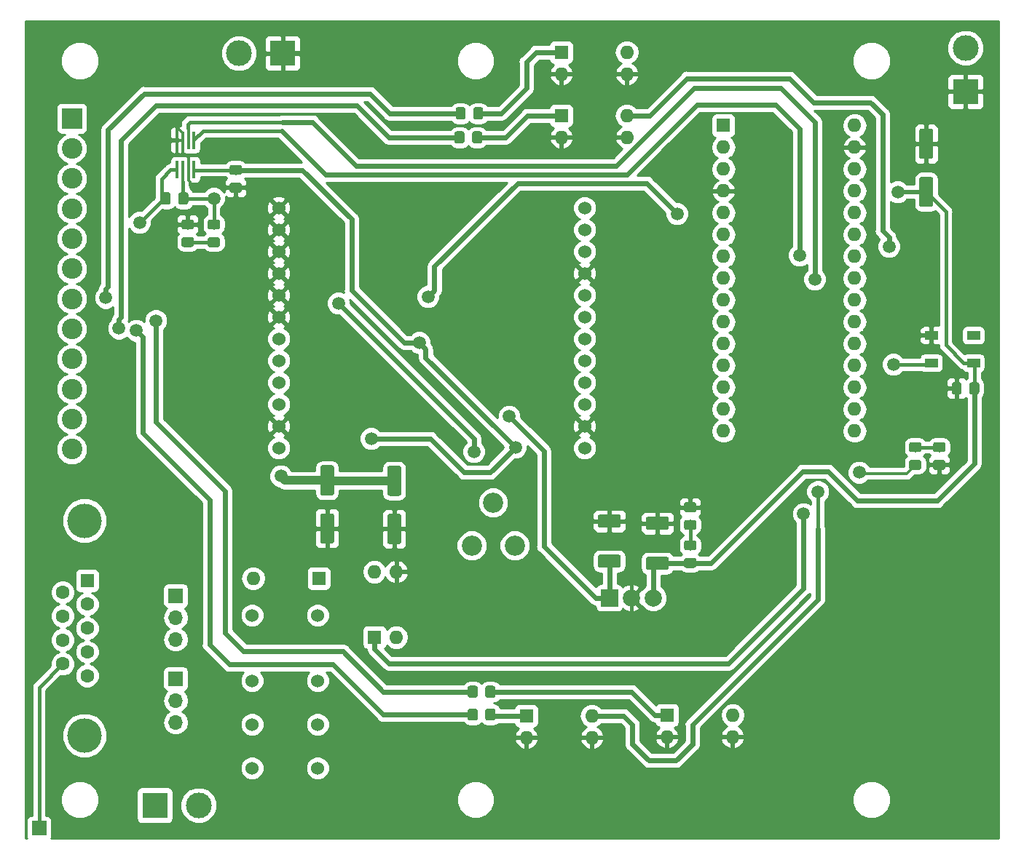
<source format=gbr>
G04 #@! TF.GenerationSoftware,KiCad,Pcbnew,(5.0.1)-3*
G04 #@! TF.CreationDate,2019-01-27T21:17:16+01:00*
G04 #@! TF.ProjectId,BoardVer1,426F617264566572312E6B696361645F,rev?*
G04 #@! TF.SameCoordinates,PX58a84a0PY86ae840*
G04 #@! TF.FileFunction,Copper,L1,Top,Signal*
G04 #@! TF.FilePolarity,Positive*
%FSLAX46Y46*%
G04 Gerber Fmt 4.6, Leading zero omitted, Abs format (unit mm)*
G04 Created by KiCad (PCBNEW (5.0.1)-3) date 01/27/19 21:17:16*
%MOMM*%
%LPD*%
G01*
G04 APERTURE LIST*
G04 #@! TA.AperFunction,ComponentPad*
%ADD10R,1.700000X1.700000*%
G04 #@! TD*
G04 #@! TA.AperFunction,ComponentPad*
%ADD11C,1.524000*%
G04 #@! TD*
G04 #@! TA.AperFunction,ComponentPad*
%ADD12R,1.600000X1.600000*%
G04 #@! TD*
G04 #@! TA.AperFunction,ComponentPad*
%ADD13O,1.600000X1.600000*%
G04 #@! TD*
G04 #@! TA.AperFunction,Conductor*
%ADD14C,0.100000*%
G04 #@! TD*
G04 #@! TA.AperFunction,SMDPad,CuDef*
%ADD15C,1.150000*%
G04 #@! TD*
G04 #@! TA.AperFunction,ComponentPad*
%ADD16R,2.400000X2.400000*%
G04 #@! TD*
G04 #@! TA.AperFunction,ComponentPad*
%ADD17C,2.400000*%
G04 #@! TD*
G04 #@! TA.AperFunction,ComponentPad*
%ADD18R,3.000000X3.000000*%
G04 #@! TD*
G04 #@! TA.AperFunction,ComponentPad*
%ADD19C,3.000000*%
G04 #@! TD*
G04 #@! TA.AperFunction,SMDPad,CuDef*
%ADD20C,1.525000*%
G04 #@! TD*
G04 #@! TA.AperFunction,ComponentPad*
%ADD21R,2.000000X2.000000*%
G04 #@! TD*
G04 #@! TA.AperFunction,ComponentPad*
%ADD22C,2.000000*%
G04 #@! TD*
G04 #@! TA.AperFunction,SMDPad,CuDef*
%ADD23C,1.600000*%
G04 #@! TD*
G04 #@! TA.AperFunction,ComponentPad*
%ADD24C,1.600000*%
G04 #@! TD*
G04 #@! TA.AperFunction,ComponentPad*
%ADD25C,4.000000*%
G04 #@! TD*
G04 #@! TA.AperFunction,ComponentPad*
%ADD26O,1.700000X1.700000*%
G04 #@! TD*
G04 #@! TA.AperFunction,SMDPad,CuDef*
%ADD27R,1.500000X1.000000*%
G04 #@! TD*
G04 #@! TA.AperFunction,SMDPad,CuDef*
%ADD28R,0.400000X2.000000*%
G04 #@! TD*
G04 #@! TA.AperFunction,ComponentPad*
%ADD29C,2.340000*%
G04 #@! TD*
G04 #@! TA.AperFunction,ViaPad*
%ADD30C,1.500000*%
G04 #@! TD*
G04 #@! TA.AperFunction,Conductor*
%ADD31C,0.300000*%
G04 #@! TD*
G04 #@! TA.AperFunction,Conductor*
%ADD32C,0.400000*%
G04 #@! TD*
G04 #@! TA.AperFunction,Conductor*
%ADD33C,0.600000*%
G04 #@! TD*
G04 #@! TA.AperFunction,Conductor*
%ADD34C,0.350000*%
G04 #@! TD*
G04 #@! TA.AperFunction,Conductor*
%ADD35C,0.500000*%
G04 #@! TD*
G04 #@! TA.AperFunction,Conductor*
%ADD36C,1.000000*%
G04 #@! TD*
G04 #@! TA.AperFunction,Conductor*
%ADD37C,0.254000*%
G04 #@! TD*
G04 APERTURE END LIST*
D10*
G04 #@! TO.P,J9,1*
G04 #@! TO.N,SonicGND*
X2286000Y1905000D03*
G04 #@! TD*
D11*
G04 #@! TO.P,R4,1*
G04 #@! TO.N,VCC*
X34671000Y26670000D03*
G04 #@! TO.P,R4,16*
G04 #@! TO.N,Net-(D7-Pad2)*
X27051000Y26670000D03*
G04 #@! TO.P,R4,13*
G04 #@! TO.N,Sonic24V*
X27051000Y19050000D03*
G04 #@! TO.P,R4,11*
G04 #@! TO.N,Net-(JP2-Pad1)*
X27051000Y13970000D03*
G04 #@! TO.P,R4,9*
G04 #@! TO.N,Net-(JP2-Pad3)*
X27051000Y8890000D03*
G04 #@! TO.P,R4,4*
G04 #@! TO.N,Sonic24V*
X34671000Y19050000D03*
G04 #@! TO.P,R4,6*
G04 #@! TO.N,Net-(JP1-Pad3)*
X34671000Y13970000D03*
G04 #@! TO.P,R4,8*
G04 #@! TO.N,Net-(JP1-Pad1)*
X34671000Y8890000D03*
G04 #@! TD*
D12*
G04 #@! TO.P,U3,1*
G04 #@! TO.N,Net-(R2-Pad2)*
X75293001Y15061999D03*
D13*
G04 #@! TO.P,U3,3*
G04 #@! TO.N,GND*
X82913001Y12521999D03*
G04 #@! TO.P,U3,2*
X75293001Y12521999D03*
G04 #@! TO.P,U3,4*
G04 #@! TO.N,PistonTop*
X82913001Y15061999D03*
G04 #@! TD*
D14*
G04 #@! TO.N,PistonTopBTN*
G04 #@! TO.C,R2*
G36*
X53045505Y18478796D02*
X53069773Y18475196D01*
X53093572Y18469235D01*
X53116671Y18460970D01*
X53138850Y18450480D01*
X53159893Y18437868D01*
X53179599Y18423253D01*
X53197777Y18406777D01*
X53214253Y18388599D01*
X53228868Y18368893D01*
X53241480Y18347850D01*
X53251970Y18325671D01*
X53260235Y18302572D01*
X53266196Y18278773D01*
X53269796Y18254505D01*
X53271000Y18230001D01*
X53271000Y17329999D01*
X53269796Y17305495D01*
X53266196Y17281227D01*
X53260235Y17257428D01*
X53251970Y17234329D01*
X53241480Y17212150D01*
X53228868Y17191107D01*
X53214253Y17171401D01*
X53197777Y17153223D01*
X53179599Y17136747D01*
X53159893Y17122132D01*
X53138850Y17109520D01*
X53116671Y17099030D01*
X53093572Y17090765D01*
X53069773Y17084804D01*
X53045505Y17081204D01*
X53021001Y17080000D01*
X52370999Y17080000D01*
X52346495Y17081204D01*
X52322227Y17084804D01*
X52298428Y17090765D01*
X52275329Y17099030D01*
X52253150Y17109520D01*
X52232107Y17122132D01*
X52212401Y17136747D01*
X52194223Y17153223D01*
X52177747Y17171401D01*
X52163132Y17191107D01*
X52150520Y17212150D01*
X52140030Y17234329D01*
X52131765Y17257428D01*
X52125804Y17281227D01*
X52122204Y17305495D01*
X52121000Y17329999D01*
X52121000Y18230001D01*
X52122204Y18254505D01*
X52125804Y18278773D01*
X52131765Y18302572D01*
X52140030Y18325671D01*
X52150520Y18347850D01*
X52163132Y18368893D01*
X52177747Y18388599D01*
X52194223Y18406777D01*
X52212401Y18423253D01*
X52232107Y18437868D01*
X52253150Y18450480D01*
X52275329Y18460970D01*
X52298428Y18469235D01*
X52322227Y18475196D01*
X52346495Y18478796D01*
X52370999Y18480000D01*
X53021001Y18480000D01*
X53045505Y18478796D01*
X53045505Y18478796D01*
G37*
D15*
G04 #@! TD*
G04 #@! TO.P,R2,1*
G04 #@! TO.N,PistonTopBTN*
X52696000Y17780000D03*
D14*
G04 #@! TO.N,Net-(R2-Pad2)*
G04 #@! TO.C,R2*
G36*
X55095505Y18478796D02*
X55119773Y18475196D01*
X55143572Y18469235D01*
X55166671Y18460970D01*
X55188850Y18450480D01*
X55209893Y18437868D01*
X55229599Y18423253D01*
X55247777Y18406777D01*
X55264253Y18388599D01*
X55278868Y18368893D01*
X55291480Y18347850D01*
X55301970Y18325671D01*
X55310235Y18302572D01*
X55316196Y18278773D01*
X55319796Y18254505D01*
X55321000Y18230001D01*
X55321000Y17329999D01*
X55319796Y17305495D01*
X55316196Y17281227D01*
X55310235Y17257428D01*
X55301970Y17234329D01*
X55291480Y17212150D01*
X55278868Y17191107D01*
X55264253Y17171401D01*
X55247777Y17153223D01*
X55229599Y17136747D01*
X55209893Y17122132D01*
X55188850Y17109520D01*
X55166671Y17099030D01*
X55143572Y17090765D01*
X55119773Y17084804D01*
X55095505Y17081204D01*
X55071001Y17080000D01*
X54420999Y17080000D01*
X54396495Y17081204D01*
X54372227Y17084804D01*
X54348428Y17090765D01*
X54325329Y17099030D01*
X54303150Y17109520D01*
X54282107Y17122132D01*
X54262401Y17136747D01*
X54244223Y17153223D01*
X54227747Y17171401D01*
X54213132Y17191107D01*
X54200520Y17212150D01*
X54190030Y17234329D01*
X54181765Y17257428D01*
X54175804Y17281227D01*
X54172204Y17305495D01*
X54171000Y17329999D01*
X54171000Y18230001D01*
X54172204Y18254505D01*
X54175804Y18278773D01*
X54181765Y18302572D01*
X54190030Y18325671D01*
X54200520Y18347850D01*
X54213132Y18368893D01*
X54227747Y18388599D01*
X54244223Y18406777D01*
X54262401Y18423253D01*
X54282107Y18437868D01*
X54303150Y18450480D01*
X54325329Y18460970D01*
X54348428Y18469235D01*
X54372227Y18475196D01*
X54396495Y18478796D01*
X54420999Y18480000D01*
X55071001Y18480000D01*
X55095505Y18478796D01*
X55095505Y18478796D01*
G37*
D15*
G04 #@! TD*
G04 #@! TO.P,R2,2*
G04 #@! TO.N,Net-(R2-Pad2)*
X54746000Y17780000D03*
D16*
G04 #@! TO.P,J2,1*
G04 #@! TO.N,Net-(F2-Pad2)*
X6096000Y84500000D03*
D17*
G04 #@! TO.P,J2,2*
X6096000Y81000000D03*
G04 #@! TO.P,J2,3*
X6096000Y77500000D03*
G04 #@! TO.P,J2,4*
X6096000Y74000000D03*
G04 #@! TO.P,J2,5*
G04 #@! TO.N,PistonTopBTN*
X6096000Y70500000D03*
G04 #@! TO.P,J2,6*
G04 #@! TO.N,CycleStartBtn*
X6096000Y67000000D03*
G04 #@! TO.P,J2,7*
G04 #@! TO.N,DoorOpenBTN*
X6096000Y63500000D03*
G04 #@! TO.P,J2,8*
G04 #@! TO.N,WindowShutBTN*
X6096000Y60000000D03*
G04 #@! TO.P,J2,9*
G04 #@! TO.N,B2*
X6096000Y56500000D03*
G04 #@! TO.P,J2,10*
G04 #@! TO.N,B1*
X6096000Y53000000D03*
G04 #@! TO.P,J2,11*
G04 #@! TO.N,A2*
X6096000Y49500000D03*
G04 #@! TO.P,J2,12*
G04 #@! TO.N,A1*
X6096000Y46000000D03*
G04 #@! TD*
D18*
G04 #@! TO.P,J1,1*
G04 #@! TO.N,GND*
X30607000Y92075000D03*
D19*
G04 #@! TO.P,J1,2*
G04 #@! TO.N,Net-(F1-Pad2)*
X25527000Y92075000D03*
G04 #@! TD*
D14*
G04 #@! TO.N,GND*
G04 #@! TO.C,C2*
G36*
X69679505Y38404796D02*
X69703773Y38401196D01*
X69727572Y38395235D01*
X69750671Y38386970D01*
X69772850Y38376480D01*
X69793893Y38363868D01*
X69813599Y38349253D01*
X69831777Y38332777D01*
X69848253Y38314599D01*
X69862868Y38294893D01*
X69875480Y38273850D01*
X69885970Y38251671D01*
X69894235Y38228572D01*
X69900196Y38204773D01*
X69903796Y38180505D01*
X69905000Y38156001D01*
X69905000Y37130999D01*
X69903796Y37106495D01*
X69900196Y37082227D01*
X69894235Y37058428D01*
X69885970Y37035329D01*
X69875480Y37013150D01*
X69862868Y36992107D01*
X69848253Y36972401D01*
X69831777Y36954223D01*
X69813599Y36937747D01*
X69793893Y36923132D01*
X69772850Y36910520D01*
X69750671Y36900030D01*
X69727572Y36891765D01*
X69703773Y36885804D01*
X69679505Y36882204D01*
X69655001Y36881000D01*
X67504999Y36881000D01*
X67480495Y36882204D01*
X67456227Y36885804D01*
X67432428Y36891765D01*
X67409329Y36900030D01*
X67387150Y36910520D01*
X67366107Y36923132D01*
X67346401Y36937747D01*
X67328223Y36954223D01*
X67311747Y36972401D01*
X67297132Y36992107D01*
X67284520Y37013150D01*
X67274030Y37035329D01*
X67265765Y37058428D01*
X67259804Y37082227D01*
X67256204Y37106495D01*
X67255000Y37130999D01*
X67255000Y38156001D01*
X67256204Y38180505D01*
X67259804Y38204773D01*
X67265765Y38228572D01*
X67274030Y38251671D01*
X67284520Y38273850D01*
X67297132Y38294893D01*
X67311747Y38314599D01*
X67328223Y38332777D01*
X67346401Y38349253D01*
X67366107Y38363868D01*
X67387150Y38376480D01*
X67409329Y38386970D01*
X67432428Y38395235D01*
X67456227Y38401196D01*
X67480495Y38404796D01*
X67504999Y38406000D01*
X69655001Y38406000D01*
X69679505Y38404796D01*
X69679505Y38404796D01*
G37*
D20*
G04 #@! TD*
G04 #@! TO.P,C2,2*
G04 #@! TO.N,GND*
X68580000Y37643500D03*
D14*
G04 #@! TO.N,+24V*
G04 #@! TO.C,C2*
G36*
X69679505Y33729796D02*
X69703773Y33726196D01*
X69727572Y33720235D01*
X69750671Y33711970D01*
X69772850Y33701480D01*
X69793893Y33688868D01*
X69813599Y33674253D01*
X69831777Y33657777D01*
X69848253Y33639599D01*
X69862868Y33619893D01*
X69875480Y33598850D01*
X69885970Y33576671D01*
X69894235Y33553572D01*
X69900196Y33529773D01*
X69903796Y33505505D01*
X69905000Y33481001D01*
X69905000Y32455999D01*
X69903796Y32431495D01*
X69900196Y32407227D01*
X69894235Y32383428D01*
X69885970Y32360329D01*
X69875480Y32338150D01*
X69862868Y32317107D01*
X69848253Y32297401D01*
X69831777Y32279223D01*
X69813599Y32262747D01*
X69793893Y32248132D01*
X69772850Y32235520D01*
X69750671Y32225030D01*
X69727572Y32216765D01*
X69703773Y32210804D01*
X69679505Y32207204D01*
X69655001Y32206000D01*
X67504999Y32206000D01*
X67480495Y32207204D01*
X67456227Y32210804D01*
X67432428Y32216765D01*
X67409329Y32225030D01*
X67387150Y32235520D01*
X67366107Y32248132D01*
X67346401Y32262747D01*
X67328223Y32279223D01*
X67311747Y32297401D01*
X67297132Y32317107D01*
X67284520Y32338150D01*
X67274030Y32360329D01*
X67265765Y32383428D01*
X67259804Y32407227D01*
X67256204Y32431495D01*
X67255000Y32455999D01*
X67255000Y33481001D01*
X67256204Y33505505D01*
X67259804Y33529773D01*
X67265765Y33553572D01*
X67274030Y33576671D01*
X67284520Y33598850D01*
X67297132Y33619893D01*
X67311747Y33639599D01*
X67328223Y33657777D01*
X67346401Y33674253D01*
X67366107Y33688868D01*
X67387150Y33701480D01*
X67409329Y33711970D01*
X67432428Y33720235D01*
X67456227Y33726196D01*
X67480495Y33729796D01*
X67504999Y33731000D01*
X69655001Y33731000D01*
X69679505Y33729796D01*
X69679505Y33729796D01*
G37*
D20*
G04 #@! TD*
G04 #@! TO.P,C2,1*
G04 #@! TO.N,+24V*
X68580000Y32968500D03*
D14*
G04 #@! TO.N,VCC*
G04 #@! TO.C,C3*
G36*
X75267505Y33475796D02*
X75291773Y33472196D01*
X75315572Y33466235D01*
X75338671Y33457970D01*
X75360850Y33447480D01*
X75381893Y33434868D01*
X75401599Y33420253D01*
X75419777Y33403777D01*
X75436253Y33385599D01*
X75450868Y33365893D01*
X75463480Y33344850D01*
X75473970Y33322671D01*
X75482235Y33299572D01*
X75488196Y33275773D01*
X75491796Y33251505D01*
X75493000Y33227001D01*
X75493000Y32201999D01*
X75491796Y32177495D01*
X75488196Y32153227D01*
X75482235Y32129428D01*
X75473970Y32106329D01*
X75463480Y32084150D01*
X75450868Y32063107D01*
X75436253Y32043401D01*
X75419777Y32025223D01*
X75401599Y32008747D01*
X75381893Y31994132D01*
X75360850Y31981520D01*
X75338671Y31971030D01*
X75315572Y31962765D01*
X75291773Y31956804D01*
X75267505Y31953204D01*
X75243001Y31952000D01*
X73092999Y31952000D01*
X73068495Y31953204D01*
X73044227Y31956804D01*
X73020428Y31962765D01*
X72997329Y31971030D01*
X72975150Y31981520D01*
X72954107Y31994132D01*
X72934401Y32008747D01*
X72916223Y32025223D01*
X72899747Y32043401D01*
X72885132Y32063107D01*
X72872520Y32084150D01*
X72862030Y32106329D01*
X72853765Y32129428D01*
X72847804Y32153227D01*
X72844204Y32177495D01*
X72843000Y32201999D01*
X72843000Y33227001D01*
X72844204Y33251505D01*
X72847804Y33275773D01*
X72853765Y33299572D01*
X72862030Y33322671D01*
X72872520Y33344850D01*
X72885132Y33365893D01*
X72899747Y33385599D01*
X72916223Y33403777D01*
X72934401Y33420253D01*
X72954107Y33434868D01*
X72975150Y33447480D01*
X72997329Y33457970D01*
X73020428Y33466235D01*
X73044227Y33472196D01*
X73068495Y33475796D01*
X73092999Y33477000D01*
X75243001Y33477000D01*
X75267505Y33475796D01*
X75267505Y33475796D01*
G37*
D20*
G04 #@! TD*
G04 #@! TO.P,C3,1*
G04 #@! TO.N,VCC*
X74168000Y32714500D03*
D14*
G04 #@! TO.N,GND*
G04 #@! TO.C,C3*
G36*
X75267505Y38150796D02*
X75291773Y38147196D01*
X75315572Y38141235D01*
X75338671Y38132970D01*
X75360850Y38122480D01*
X75381893Y38109868D01*
X75401599Y38095253D01*
X75419777Y38078777D01*
X75436253Y38060599D01*
X75450868Y38040893D01*
X75463480Y38019850D01*
X75473970Y37997671D01*
X75482235Y37974572D01*
X75488196Y37950773D01*
X75491796Y37926505D01*
X75493000Y37902001D01*
X75493000Y36876999D01*
X75491796Y36852495D01*
X75488196Y36828227D01*
X75482235Y36804428D01*
X75473970Y36781329D01*
X75463480Y36759150D01*
X75450868Y36738107D01*
X75436253Y36718401D01*
X75419777Y36700223D01*
X75401599Y36683747D01*
X75381893Y36669132D01*
X75360850Y36656520D01*
X75338671Y36646030D01*
X75315572Y36637765D01*
X75291773Y36631804D01*
X75267505Y36628204D01*
X75243001Y36627000D01*
X73092999Y36627000D01*
X73068495Y36628204D01*
X73044227Y36631804D01*
X73020428Y36637765D01*
X72997329Y36646030D01*
X72975150Y36656520D01*
X72954107Y36669132D01*
X72934401Y36683747D01*
X72916223Y36700223D01*
X72899747Y36718401D01*
X72885132Y36738107D01*
X72872520Y36759150D01*
X72862030Y36781329D01*
X72853765Y36804428D01*
X72847804Y36828227D01*
X72844204Y36852495D01*
X72843000Y36876999D01*
X72843000Y37902001D01*
X72844204Y37926505D01*
X72847804Y37950773D01*
X72853765Y37974572D01*
X72862030Y37997671D01*
X72872520Y38019850D01*
X72885132Y38040893D01*
X72899747Y38060599D01*
X72916223Y38078777D01*
X72934401Y38095253D01*
X72954107Y38109868D01*
X72975150Y38122480D01*
X72997329Y38132970D01*
X73020428Y38141235D01*
X73044227Y38147196D01*
X73068495Y38150796D01*
X73092999Y38152000D01*
X75243001Y38152000D01*
X75267505Y38150796D01*
X75267505Y38150796D01*
G37*
D20*
G04 #@! TD*
G04 #@! TO.P,C3,2*
G04 #@! TO.N,GND*
X74168000Y37389500D03*
D12*
G04 #@! TO.P,A1,1*
G04 #@! TO.N,DoorOpen*
X81846000Y83674000D03*
D13*
G04 #@! TO.P,A1,17*
G04 #@! TO.N,Net-(A1-Pad17)*
X97086000Y50654000D03*
G04 #@! TO.P,A1,2*
G04 #@! TO.N,Net-(A1-Pad2)*
X81846000Y81134000D03*
G04 #@! TO.P,A1,18*
G04 #@! TO.N,Net-(A1-Pad18)*
X97086000Y53194000D03*
G04 #@! TO.P,A1,3*
G04 #@! TO.N,Net-(A1-Pad3)*
X81846000Y78594000D03*
G04 #@! TO.P,A1,19*
G04 #@! TO.N,Pixel*
X97086000Y55734000D03*
G04 #@! TO.P,A1,4*
G04 #@! TO.N,GND*
X81846000Y76054000D03*
G04 #@! TO.P,A1,20*
G04 #@! TO.N,Relay_act*
X97086000Y58274000D03*
G04 #@! TO.P,A1,5*
G04 #@! TO.N,OverCurrent*
X81846000Y73514000D03*
G04 #@! TO.P,A1,21*
G04 #@! TO.N,WindowShut*
X97086000Y60814000D03*
G04 #@! TO.P,A1,6*
G04 #@! TO.N,Net-(A1-Pad6)*
X81846000Y70974000D03*
G04 #@! TO.P,A1,22*
G04 #@! TO.N,CycleStart*
X97086000Y63354000D03*
G04 #@! TO.P,A1,7*
G04 #@! TO.N,Net-(A1-Pad7)*
X81846000Y68434000D03*
G04 #@! TO.P,A1,23*
G04 #@! TO.N,SDA*
X97086000Y65894000D03*
G04 #@! TO.P,A1,8*
G04 #@! TO.N,MTR_ENA*
X81846000Y65894000D03*
G04 #@! TO.P,A1,24*
G04 #@! TO.N,SCL*
X97086000Y68434000D03*
G04 #@! TO.P,A1,9*
G04 #@! TO.N,DIR*
X81846000Y63354000D03*
G04 #@! TO.P,A1,25*
G04 #@! TO.N,PistonTop*
X97086000Y70974000D03*
G04 #@! TO.P,A1,10*
G04 #@! TO.N,STEP*
X81846000Y60814000D03*
G04 #@! TO.P,A1,26*
G04 #@! TO.N,PixelStrip*
X97086000Y73514000D03*
G04 #@! TO.P,A1,11*
G04 #@! TO.N,StallGuard*
X81846000Y58274000D03*
G04 #@! TO.P,A1,27*
G04 #@! TO.N,VCC*
X97086000Y76054000D03*
G04 #@! TO.P,A1,12*
G04 #@! TO.N,Net-(A1-Pad12)*
X81846000Y55734000D03*
G04 #@! TO.P,A1,28*
G04 #@! TO.N,Net-(A1-Pad28)*
X97086000Y78594000D03*
G04 #@! TO.P,A1,13*
G04 #@! TO.N,CSN*
X81846000Y53194000D03*
G04 #@! TO.P,A1,29*
G04 #@! TO.N,GND*
X97086000Y81134000D03*
G04 #@! TO.P,A1,14*
G04 #@! TO.N,SDI*
X81846000Y50654000D03*
G04 #@! TO.P,A1,30*
G04 #@! TO.N,Net-(A1-Pad30)*
X97086000Y83674000D03*
G04 #@! TO.P,A1,15*
G04 #@! TO.N,SDO*
X81846000Y48114000D03*
G04 #@! TO.P,A1,16*
G04 #@! TO.N,SCK*
X97086000Y48114000D03*
G04 #@! TD*
D21*
G04 #@! TO.P,U2,1*
G04 #@! TO.N,+24V*
X68580000Y28702000D03*
D22*
G04 #@! TO.P,U2,2*
G04 #@! TO.N,GND*
X71120000Y28702000D03*
G04 #@! TO.P,U2,3*
G04 #@! TO.N,VCC*
X73660000Y28702000D03*
G04 #@! TD*
D14*
G04 #@! TO.N,VCC*
G04 #@! TO.C,C4*
G36*
X105984504Y77688796D02*
X106008773Y77685196D01*
X106032571Y77679235D01*
X106055671Y77670970D01*
X106077849Y77660480D01*
X106098893Y77647867D01*
X106118598Y77633253D01*
X106136777Y77616777D01*
X106153253Y77598598D01*
X106167867Y77578893D01*
X106180480Y77557849D01*
X106190970Y77535671D01*
X106199235Y77512571D01*
X106205196Y77488773D01*
X106208796Y77464504D01*
X106210000Y77440000D01*
X106210000Y74440000D01*
X106208796Y74415496D01*
X106205196Y74391227D01*
X106199235Y74367429D01*
X106190970Y74344329D01*
X106180480Y74322151D01*
X106167867Y74301107D01*
X106153253Y74281402D01*
X106136777Y74263223D01*
X106118598Y74246747D01*
X106098893Y74232133D01*
X106077849Y74219520D01*
X106055671Y74209030D01*
X106032571Y74200765D01*
X106008773Y74194804D01*
X105984504Y74191204D01*
X105960000Y74190000D01*
X104860000Y74190000D01*
X104835496Y74191204D01*
X104811227Y74194804D01*
X104787429Y74200765D01*
X104764329Y74209030D01*
X104742151Y74219520D01*
X104721107Y74232133D01*
X104701402Y74246747D01*
X104683223Y74263223D01*
X104666747Y74281402D01*
X104652133Y74301107D01*
X104639520Y74322151D01*
X104629030Y74344329D01*
X104620765Y74367429D01*
X104614804Y74391227D01*
X104611204Y74415496D01*
X104610000Y74440000D01*
X104610000Y77440000D01*
X104611204Y77464504D01*
X104614804Y77488773D01*
X104620765Y77512571D01*
X104629030Y77535671D01*
X104639520Y77557849D01*
X104652133Y77578893D01*
X104666747Y77598598D01*
X104683223Y77616777D01*
X104701402Y77633253D01*
X104721107Y77647867D01*
X104742151Y77660480D01*
X104764329Y77670970D01*
X104787429Y77679235D01*
X104811227Y77685196D01*
X104835496Y77688796D01*
X104860000Y77690000D01*
X105960000Y77690000D01*
X105984504Y77688796D01*
X105984504Y77688796D01*
G37*
D23*
G04 #@! TD*
G04 #@! TO.P,C4,1*
G04 #@! TO.N,VCC*
X105410000Y75940000D03*
D14*
G04 #@! TO.N,GND*
G04 #@! TO.C,C4*
G36*
X105984504Y83288796D02*
X106008773Y83285196D01*
X106032571Y83279235D01*
X106055671Y83270970D01*
X106077849Y83260480D01*
X106098893Y83247867D01*
X106118598Y83233253D01*
X106136777Y83216777D01*
X106153253Y83198598D01*
X106167867Y83178893D01*
X106180480Y83157849D01*
X106190970Y83135671D01*
X106199235Y83112571D01*
X106205196Y83088773D01*
X106208796Y83064504D01*
X106210000Y83040000D01*
X106210000Y80040000D01*
X106208796Y80015496D01*
X106205196Y79991227D01*
X106199235Y79967429D01*
X106190970Y79944329D01*
X106180480Y79922151D01*
X106167867Y79901107D01*
X106153253Y79881402D01*
X106136777Y79863223D01*
X106118598Y79846747D01*
X106098893Y79832133D01*
X106077849Y79819520D01*
X106055671Y79809030D01*
X106032571Y79800765D01*
X106008773Y79794804D01*
X105984504Y79791204D01*
X105960000Y79790000D01*
X104860000Y79790000D01*
X104835496Y79791204D01*
X104811227Y79794804D01*
X104787429Y79800765D01*
X104764329Y79809030D01*
X104742151Y79819520D01*
X104721107Y79832133D01*
X104701402Y79846747D01*
X104683223Y79863223D01*
X104666747Y79881402D01*
X104652133Y79901107D01*
X104639520Y79922151D01*
X104629030Y79944329D01*
X104620765Y79967429D01*
X104614804Y79991227D01*
X104611204Y80015496D01*
X104610000Y80040000D01*
X104610000Y83040000D01*
X104611204Y83064504D01*
X104614804Y83088773D01*
X104620765Y83112571D01*
X104629030Y83135671D01*
X104639520Y83157849D01*
X104652133Y83178893D01*
X104666747Y83198598D01*
X104683223Y83216777D01*
X104701402Y83233253D01*
X104721107Y83247867D01*
X104742151Y83260480D01*
X104764329Y83270970D01*
X104787429Y83279235D01*
X104811227Y83285196D01*
X104835496Y83288796D01*
X104860000Y83290000D01*
X105960000Y83290000D01*
X105984504Y83288796D01*
X105984504Y83288796D01*
G37*
D23*
G04 #@! TD*
G04 #@! TO.P,C4,2*
G04 #@! TO.N,GND*
X105410000Y81540000D03*
D14*
G04 #@! TO.N,GND*
G04 #@! TO.C,C5*
G36*
X36350504Y38532796D02*
X36374773Y38529196D01*
X36398571Y38523235D01*
X36421671Y38514970D01*
X36443849Y38504480D01*
X36464893Y38491867D01*
X36484598Y38477253D01*
X36502777Y38460777D01*
X36519253Y38442598D01*
X36533867Y38422893D01*
X36546480Y38401849D01*
X36556970Y38379671D01*
X36565235Y38356571D01*
X36571196Y38332773D01*
X36574796Y38308504D01*
X36576000Y38284000D01*
X36576000Y35284000D01*
X36574796Y35259496D01*
X36571196Y35235227D01*
X36565235Y35211429D01*
X36556970Y35188329D01*
X36546480Y35166151D01*
X36533867Y35145107D01*
X36519253Y35125402D01*
X36502777Y35107223D01*
X36484598Y35090747D01*
X36464893Y35076133D01*
X36443849Y35063520D01*
X36421671Y35053030D01*
X36398571Y35044765D01*
X36374773Y35038804D01*
X36350504Y35035204D01*
X36326000Y35034000D01*
X35226000Y35034000D01*
X35201496Y35035204D01*
X35177227Y35038804D01*
X35153429Y35044765D01*
X35130329Y35053030D01*
X35108151Y35063520D01*
X35087107Y35076133D01*
X35067402Y35090747D01*
X35049223Y35107223D01*
X35032747Y35125402D01*
X35018133Y35145107D01*
X35005520Y35166151D01*
X34995030Y35188329D01*
X34986765Y35211429D01*
X34980804Y35235227D01*
X34977204Y35259496D01*
X34976000Y35284000D01*
X34976000Y38284000D01*
X34977204Y38308504D01*
X34980804Y38332773D01*
X34986765Y38356571D01*
X34995030Y38379671D01*
X35005520Y38401849D01*
X35018133Y38422893D01*
X35032747Y38442598D01*
X35049223Y38460777D01*
X35067402Y38477253D01*
X35087107Y38491867D01*
X35108151Y38504480D01*
X35130329Y38514970D01*
X35153429Y38523235D01*
X35177227Y38529196D01*
X35201496Y38532796D01*
X35226000Y38534000D01*
X36326000Y38534000D01*
X36350504Y38532796D01*
X36350504Y38532796D01*
G37*
D23*
G04 #@! TD*
G04 #@! TO.P,C5,2*
G04 #@! TO.N,GND*
X35776000Y36784000D03*
D14*
G04 #@! TO.N,Net-(C5-Pad1)*
G04 #@! TO.C,C5*
G36*
X36350504Y44132796D02*
X36374773Y44129196D01*
X36398571Y44123235D01*
X36421671Y44114970D01*
X36443849Y44104480D01*
X36464893Y44091867D01*
X36484598Y44077253D01*
X36502777Y44060777D01*
X36519253Y44042598D01*
X36533867Y44022893D01*
X36546480Y44001849D01*
X36556970Y43979671D01*
X36565235Y43956571D01*
X36571196Y43932773D01*
X36574796Y43908504D01*
X36576000Y43884000D01*
X36576000Y40884000D01*
X36574796Y40859496D01*
X36571196Y40835227D01*
X36565235Y40811429D01*
X36556970Y40788329D01*
X36546480Y40766151D01*
X36533867Y40745107D01*
X36519253Y40725402D01*
X36502777Y40707223D01*
X36484598Y40690747D01*
X36464893Y40676133D01*
X36443849Y40663520D01*
X36421671Y40653030D01*
X36398571Y40644765D01*
X36374773Y40638804D01*
X36350504Y40635204D01*
X36326000Y40634000D01*
X35226000Y40634000D01*
X35201496Y40635204D01*
X35177227Y40638804D01*
X35153429Y40644765D01*
X35130329Y40653030D01*
X35108151Y40663520D01*
X35087107Y40676133D01*
X35067402Y40690747D01*
X35049223Y40707223D01*
X35032747Y40725402D01*
X35018133Y40745107D01*
X35005520Y40766151D01*
X34995030Y40788329D01*
X34986765Y40811429D01*
X34980804Y40835227D01*
X34977204Y40859496D01*
X34976000Y40884000D01*
X34976000Y43884000D01*
X34977204Y43908504D01*
X34980804Y43932773D01*
X34986765Y43956571D01*
X34995030Y43979671D01*
X35005520Y44001849D01*
X35018133Y44022893D01*
X35032747Y44042598D01*
X35049223Y44060777D01*
X35067402Y44077253D01*
X35087107Y44091867D01*
X35108151Y44104480D01*
X35130329Y44114970D01*
X35153429Y44123235D01*
X35177227Y44129196D01*
X35201496Y44132796D01*
X35226000Y44134000D01*
X36326000Y44134000D01*
X36350504Y44132796D01*
X36350504Y44132796D01*
G37*
D23*
G04 #@! TD*
G04 #@! TO.P,C5,1*
G04 #@! TO.N,Net-(C5-Pad1)*
X35776000Y42384000D03*
D14*
G04 #@! TO.N,Net-(C5-Pad1)*
G04 #@! TO.C,C6*
G36*
X44160504Y44072796D02*
X44184773Y44069196D01*
X44208571Y44063235D01*
X44231671Y44054970D01*
X44253849Y44044480D01*
X44274893Y44031867D01*
X44294598Y44017253D01*
X44312777Y44000777D01*
X44329253Y43982598D01*
X44343867Y43962893D01*
X44356480Y43941849D01*
X44366970Y43919671D01*
X44375235Y43896571D01*
X44381196Y43872773D01*
X44384796Y43848504D01*
X44386000Y43824000D01*
X44386000Y40824000D01*
X44384796Y40799496D01*
X44381196Y40775227D01*
X44375235Y40751429D01*
X44366970Y40728329D01*
X44356480Y40706151D01*
X44343867Y40685107D01*
X44329253Y40665402D01*
X44312777Y40647223D01*
X44294598Y40630747D01*
X44274893Y40616133D01*
X44253849Y40603520D01*
X44231671Y40593030D01*
X44208571Y40584765D01*
X44184773Y40578804D01*
X44160504Y40575204D01*
X44136000Y40574000D01*
X43036000Y40574000D01*
X43011496Y40575204D01*
X42987227Y40578804D01*
X42963429Y40584765D01*
X42940329Y40593030D01*
X42918151Y40603520D01*
X42897107Y40616133D01*
X42877402Y40630747D01*
X42859223Y40647223D01*
X42842747Y40665402D01*
X42828133Y40685107D01*
X42815520Y40706151D01*
X42805030Y40728329D01*
X42796765Y40751429D01*
X42790804Y40775227D01*
X42787204Y40799496D01*
X42786000Y40824000D01*
X42786000Y43824000D01*
X42787204Y43848504D01*
X42790804Y43872773D01*
X42796765Y43896571D01*
X42805030Y43919671D01*
X42815520Y43941849D01*
X42828133Y43962893D01*
X42842747Y43982598D01*
X42859223Y44000777D01*
X42877402Y44017253D01*
X42897107Y44031867D01*
X42918151Y44044480D01*
X42940329Y44054970D01*
X42963429Y44063235D01*
X42987227Y44069196D01*
X43011496Y44072796D01*
X43036000Y44074000D01*
X44136000Y44074000D01*
X44160504Y44072796D01*
X44160504Y44072796D01*
G37*
D23*
G04 #@! TD*
G04 #@! TO.P,C6,1*
G04 #@! TO.N,Net-(C5-Pad1)*
X43586000Y42324000D03*
D14*
G04 #@! TO.N,GND*
G04 #@! TO.C,C6*
G36*
X44160504Y38472796D02*
X44184773Y38469196D01*
X44208571Y38463235D01*
X44231671Y38454970D01*
X44253849Y38444480D01*
X44274893Y38431867D01*
X44294598Y38417253D01*
X44312777Y38400777D01*
X44329253Y38382598D01*
X44343867Y38362893D01*
X44356480Y38341849D01*
X44366970Y38319671D01*
X44375235Y38296571D01*
X44381196Y38272773D01*
X44384796Y38248504D01*
X44386000Y38224000D01*
X44386000Y35224000D01*
X44384796Y35199496D01*
X44381196Y35175227D01*
X44375235Y35151429D01*
X44366970Y35128329D01*
X44356480Y35106151D01*
X44343867Y35085107D01*
X44329253Y35065402D01*
X44312777Y35047223D01*
X44294598Y35030747D01*
X44274893Y35016133D01*
X44253849Y35003520D01*
X44231671Y34993030D01*
X44208571Y34984765D01*
X44184773Y34978804D01*
X44160504Y34975204D01*
X44136000Y34974000D01*
X43036000Y34974000D01*
X43011496Y34975204D01*
X42987227Y34978804D01*
X42963429Y34984765D01*
X42940329Y34993030D01*
X42918151Y35003520D01*
X42897107Y35016133D01*
X42877402Y35030747D01*
X42859223Y35047223D01*
X42842747Y35065402D01*
X42828133Y35085107D01*
X42815520Y35106151D01*
X42805030Y35128329D01*
X42796765Y35151429D01*
X42790804Y35175227D01*
X42787204Y35199496D01*
X42786000Y35224000D01*
X42786000Y38224000D01*
X42787204Y38248504D01*
X42790804Y38272773D01*
X42796765Y38296571D01*
X42805030Y38319671D01*
X42815520Y38341849D01*
X42828133Y38362893D01*
X42842747Y38382598D01*
X42859223Y38400777D01*
X42877402Y38417253D01*
X42897107Y38431867D01*
X42918151Y38444480D01*
X42940329Y38454970D01*
X42963429Y38463235D01*
X42987227Y38469196D01*
X43011496Y38472796D01*
X43036000Y38474000D01*
X44136000Y38474000D01*
X44160504Y38472796D01*
X44160504Y38472796D01*
G37*
D23*
G04 #@! TD*
G04 #@! TO.P,C6,2*
G04 #@! TO.N,GND*
X43586000Y36724000D03*
D14*
G04 #@! TO.N,GND*
G04 #@! TO.C,C14*
G36*
X25620505Y77018796D02*
X25644773Y77015196D01*
X25668572Y77009235D01*
X25691671Y77000970D01*
X25713850Y76990480D01*
X25734893Y76977868D01*
X25754599Y76963253D01*
X25772777Y76946777D01*
X25789253Y76928599D01*
X25803868Y76908893D01*
X25816480Y76887850D01*
X25826970Y76865671D01*
X25835235Y76842572D01*
X25841196Y76818773D01*
X25844796Y76794505D01*
X25846000Y76770001D01*
X25846000Y76119999D01*
X25844796Y76095495D01*
X25841196Y76071227D01*
X25835235Y76047428D01*
X25826970Y76024329D01*
X25816480Y76002150D01*
X25803868Y75981107D01*
X25789253Y75961401D01*
X25772777Y75943223D01*
X25754599Y75926747D01*
X25734893Y75912132D01*
X25713850Y75899520D01*
X25691671Y75889030D01*
X25668572Y75880765D01*
X25644773Y75874804D01*
X25620505Y75871204D01*
X25596001Y75870000D01*
X24695999Y75870000D01*
X24671495Y75871204D01*
X24647227Y75874804D01*
X24623428Y75880765D01*
X24600329Y75889030D01*
X24578150Y75899520D01*
X24557107Y75912132D01*
X24537401Y75926747D01*
X24519223Y75943223D01*
X24502747Y75961401D01*
X24488132Y75981107D01*
X24475520Y76002150D01*
X24465030Y76024329D01*
X24456765Y76047428D01*
X24450804Y76071227D01*
X24447204Y76095495D01*
X24446000Y76119999D01*
X24446000Y76770001D01*
X24447204Y76794505D01*
X24450804Y76818773D01*
X24456765Y76842572D01*
X24465030Y76865671D01*
X24475520Y76887850D01*
X24488132Y76908893D01*
X24502747Y76928599D01*
X24519223Y76946777D01*
X24537401Y76963253D01*
X24557107Y76977868D01*
X24578150Y76990480D01*
X24600329Y77000970D01*
X24623428Y77009235D01*
X24647227Y77015196D01*
X24671495Y77018796D01*
X24695999Y77020000D01*
X25596001Y77020000D01*
X25620505Y77018796D01*
X25620505Y77018796D01*
G37*
D15*
G04 #@! TD*
G04 #@! TO.P,C14,2*
G04 #@! TO.N,GND*
X25146000Y76445000D03*
D14*
G04 #@! TO.N,VCC*
G04 #@! TO.C,C14*
G36*
X25620505Y79068796D02*
X25644773Y79065196D01*
X25668572Y79059235D01*
X25691671Y79050970D01*
X25713850Y79040480D01*
X25734893Y79027868D01*
X25754599Y79013253D01*
X25772777Y78996777D01*
X25789253Y78978599D01*
X25803868Y78958893D01*
X25816480Y78937850D01*
X25826970Y78915671D01*
X25835235Y78892572D01*
X25841196Y78868773D01*
X25844796Y78844505D01*
X25846000Y78820001D01*
X25846000Y78169999D01*
X25844796Y78145495D01*
X25841196Y78121227D01*
X25835235Y78097428D01*
X25826970Y78074329D01*
X25816480Y78052150D01*
X25803868Y78031107D01*
X25789253Y78011401D01*
X25772777Y77993223D01*
X25754599Y77976747D01*
X25734893Y77962132D01*
X25713850Y77949520D01*
X25691671Y77939030D01*
X25668572Y77930765D01*
X25644773Y77924804D01*
X25620505Y77921204D01*
X25596001Y77920000D01*
X24695999Y77920000D01*
X24671495Y77921204D01*
X24647227Y77924804D01*
X24623428Y77930765D01*
X24600329Y77939030D01*
X24578150Y77949520D01*
X24557107Y77962132D01*
X24537401Y77976747D01*
X24519223Y77993223D01*
X24502747Y78011401D01*
X24488132Y78031107D01*
X24475520Y78052150D01*
X24465030Y78074329D01*
X24456765Y78097428D01*
X24450804Y78121227D01*
X24447204Y78145495D01*
X24446000Y78169999D01*
X24446000Y78820001D01*
X24447204Y78844505D01*
X24450804Y78868773D01*
X24456765Y78892572D01*
X24465030Y78915671D01*
X24475520Y78937850D01*
X24488132Y78958893D01*
X24502747Y78978599D01*
X24519223Y78996777D01*
X24537401Y79013253D01*
X24557107Y79027868D01*
X24578150Y79040480D01*
X24600329Y79050970D01*
X24623428Y79059235D01*
X24647227Y79065196D01*
X24671495Y79068796D01*
X24695999Y79070000D01*
X25596001Y79070000D01*
X25620505Y79068796D01*
X25620505Y79068796D01*
G37*
D15*
G04 #@! TD*
G04 #@! TO.P,C14,1*
G04 #@! TO.N,VCC*
X25146000Y78495000D03*
D14*
G04 #@! TO.N,VCC*
G04 #@! TO.C,C11*
G36*
X111356505Y53784796D02*
X111380773Y53781196D01*
X111404572Y53775235D01*
X111427671Y53766970D01*
X111449850Y53756480D01*
X111470893Y53743868D01*
X111490599Y53729253D01*
X111508777Y53712777D01*
X111525253Y53694599D01*
X111539868Y53674893D01*
X111552480Y53653850D01*
X111562970Y53631671D01*
X111571235Y53608572D01*
X111577196Y53584773D01*
X111580796Y53560505D01*
X111582000Y53536001D01*
X111582000Y52635999D01*
X111580796Y52611495D01*
X111577196Y52587227D01*
X111571235Y52563428D01*
X111562970Y52540329D01*
X111552480Y52518150D01*
X111539868Y52497107D01*
X111525253Y52477401D01*
X111508777Y52459223D01*
X111490599Y52442747D01*
X111470893Y52428132D01*
X111449850Y52415520D01*
X111427671Y52405030D01*
X111404572Y52396765D01*
X111380773Y52390804D01*
X111356505Y52387204D01*
X111332001Y52386000D01*
X110681999Y52386000D01*
X110657495Y52387204D01*
X110633227Y52390804D01*
X110609428Y52396765D01*
X110586329Y52405030D01*
X110564150Y52415520D01*
X110543107Y52428132D01*
X110523401Y52442747D01*
X110505223Y52459223D01*
X110488747Y52477401D01*
X110474132Y52497107D01*
X110461520Y52518150D01*
X110451030Y52540329D01*
X110442765Y52563428D01*
X110436804Y52587227D01*
X110433204Y52611495D01*
X110432000Y52635999D01*
X110432000Y53536001D01*
X110433204Y53560505D01*
X110436804Y53584773D01*
X110442765Y53608572D01*
X110451030Y53631671D01*
X110461520Y53653850D01*
X110474132Y53674893D01*
X110488747Y53694599D01*
X110505223Y53712777D01*
X110523401Y53729253D01*
X110543107Y53743868D01*
X110564150Y53756480D01*
X110586329Y53766970D01*
X110609428Y53775235D01*
X110633227Y53781196D01*
X110657495Y53784796D01*
X110681999Y53786000D01*
X111332001Y53786000D01*
X111356505Y53784796D01*
X111356505Y53784796D01*
G37*
D15*
G04 #@! TD*
G04 #@! TO.P,C11,2*
G04 #@! TO.N,VCC*
X111007000Y53086000D03*
D14*
G04 #@! TO.N,GND*
G04 #@! TO.C,C11*
G36*
X109306505Y53784796D02*
X109330773Y53781196D01*
X109354572Y53775235D01*
X109377671Y53766970D01*
X109399850Y53756480D01*
X109420893Y53743868D01*
X109440599Y53729253D01*
X109458777Y53712777D01*
X109475253Y53694599D01*
X109489868Y53674893D01*
X109502480Y53653850D01*
X109512970Y53631671D01*
X109521235Y53608572D01*
X109527196Y53584773D01*
X109530796Y53560505D01*
X109532000Y53536001D01*
X109532000Y52635999D01*
X109530796Y52611495D01*
X109527196Y52587227D01*
X109521235Y52563428D01*
X109512970Y52540329D01*
X109502480Y52518150D01*
X109489868Y52497107D01*
X109475253Y52477401D01*
X109458777Y52459223D01*
X109440599Y52442747D01*
X109420893Y52428132D01*
X109399850Y52415520D01*
X109377671Y52405030D01*
X109354572Y52396765D01*
X109330773Y52390804D01*
X109306505Y52387204D01*
X109282001Y52386000D01*
X108631999Y52386000D01*
X108607495Y52387204D01*
X108583227Y52390804D01*
X108559428Y52396765D01*
X108536329Y52405030D01*
X108514150Y52415520D01*
X108493107Y52428132D01*
X108473401Y52442747D01*
X108455223Y52459223D01*
X108438747Y52477401D01*
X108424132Y52497107D01*
X108411520Y52518150D01*
X108401030Y52540329D01*
X108392765Y52563428D01*
X108386804Y52587227D01*
X108383204Y52611495D01*
X108382000Y52635999D01*
X108382000Y53536001D01*
X108383204Y53560505D01*
X108386804Y53584773D01*
X108392765Y53608572D01*
X108401030Y53631671D01*
X108411520Y53653850D01*
X108424132Y53674893D01*
X108438747Y53694599D01*
X108455223Y53712777D01*
X108473401Y53729253D01*
X108493107Y53743868D01*
X108514150Y53756480D01*
X108536329Y53766970D01*
X108559428Y53775235D01*
X108583227Y53781196D01*
X108607495Y53784796D01*
X108631999Y53786000D01*
X109282001Y53786000D01*
X109306505Y53784796D01*
X109306505Y53784796D01*
G37*
D15*
G04 #@! TD*
G04 #@! TO.P,C11,1*
G04 #@! TO.N,GND*
X108957000Y53086000D03*
D14*
G04 #@! TO.N,+24V*
G04 #@! TO.C,C10*
G36*
X19408505Y75882796D02*
X19432773Y75879196D01*
X19456572Y75873235D01*
X19479671Y75864970D01*
X19501850Y75854480D01*
X19522893Y75841868D01*
X19542599Y75827253D01*
X19560777Y75810777D01*
X19577253Y75792599D01*
X19591868Y75772893D01*
X19604480Y75751850D01*
X19614970Y75729671D01*
X19623235Y75706572D01*
X19629196Y75682773D01*
X19632796Y75658505D01*
X19634000Y75634001D01*
X19634000Y74733999D01*
X19632796Y74709495D01*
X19629196Y74685227D01*
X19623235Y74661428D01*
X19614970Y74638329D01*
X19604480Y74616150D01*
X19591868Y74595107D01*
X19577253Y74575401D01*
X19560777Y74557223D01*
X19542599Y74540747D01*
X19522893Y74526132D01*
X19501850Y74513520D01*
X19479671Y74503030D01*
X19456572Y74494765D01*
X19432773Y74488804D01*
X19408505Y74485204D01*
X19384001Y74484000D01*
X18733999Y74484000D01*
X18709495Y74485204D01*
X18685227Y74488804D01*
X18661428Y74494765D01*
X18638329Y74503030D01*
X18616150Y74513520D01*
X18595107Y74526132D01*
X18575401Y74540747D01*
X18557223Y74557223D01*
X18540747Y74575401D01*
X18526132Y74595107D01*
X18513520Y74616150D01*
X18503030Y74638329D01*
X18494765Y74661428D01*
X18488804Y74685227D01*
X18485204Y74709495D01*
X18484000Y74733999D01*
X18484000Y75634001D01*
X18485204Y75658505D01*
X18488804Y75682773D01*
X18494765Y75706572D01*
X18503030Y75729671D01*
X18513520Y75751850D01*
X18526132Y75772893D01*
X18540747Y75792599D01*
X18557223Y75810777D01*
X18575401Y75827253D01*
X18595107Y75841868D01*
X18616150Y75854480D01*
X18638329Y75864970D01*
X18661428Y75873235D01*
X18685227Y75879196D01*
X18709495Y75882796D01*
X18733999Y75884000D01*
X19384001Y75884000D01*
X19408505Y75882796D01*
X19408505Y75882796D01*
G37*
D15*
G04 #@! TD*
G04 #@! TO.P,C10,1*
G04 #@! TO.N,+24V*
X19059000Y75184000D03*
D14*
G04 #@! TO.N,Net-(C10-Pad2)*
G04 #@! TO.C,C10*
G36*
X17358505Y75882796D02*
X17382773Y75879196D01*
X17406572Y75873235D01*
X17429671Y75864970D01*
X17451850Y75854480D01*
X17472893Y75841868D01*
X17492599Y75827253D01*
X17510777Y75810777D01*
X17527253Y75792599D01*
X17541868Y75772893D01*
X17554480Y75751850D01*
X17564970Y75729671D01*
X17573235Y75706572D01*
X17579196Y75682773D01*
X17582796Y75658505D01*
X17584000Y75634001D01*
X17584000Y74733999D01*
X17582796Y74709495D01*
X17579196Y74685227D01*
X17573235Y74661428D01*
X17564970Y74638329D01*
X17554480Y74616150D01*
X17541868Y74595107D01*
X17527253Y74575401D01*
X17510777Y74557223D01*
X17492599Y74540747D01*
X17472893Y74526132D01*
X17451850Y74513520D01*
X17429671Y74503030D01*
X17406572Y74494765D01*
X17382773Y74488804D01*
X17358505Y74485204D01*
X17334001Y74484000D01*
X16683999Y74484000D01*
X16659495Y74485204D01*
X16635227Y74488804D01*
X16611428Y74494765D01*
X16588329Y74503030D01*
X16566150Y74513520D01*
X16545107Y74526132D01*
X16525401Y74540747D01*
X16507223Y74557223D01*
X16490747Y74575401D01*
X16476132Y74595107D01*
X16463520Y74616150D01*
X16453030Y74638329D01*
X16444765Y74661428D01*
X16438804Y74685227D01*
X16435204Y74709495D01*
X16434000Y74733999D01*
X16434000Y75634001D01*
X16435204Y75658505D01*
X16438804Y75682773D01*
X16444765Y75706572D01*
X16453030Y75729671D01*
X16463520Y75751850D01*
X16476132Y75772893D01*
X16490747Y75792599D01*
X16507223Y75810777D01*
X16525401Y75827253D01*
X16545107Y75841868D01*
X16566150Y75854480D01*
X16588329Y75864970D01*
X16611428Y75873235D01*
X16635227Y75879196D01*
X16659495Y75882796D01*
X16683999Y75884000D01*
X17334001Y75884000D01*
X17358505Y75882796D01*
X17358505Y75882796D01*
G37*
D15*
G04 #@! TD*
G04 #@! TO.P,C10,2*
G04 #@! TO.N,Net-(C10-Pad2)*
X17009000Y75184000D03*
D12*
G04 #@! TO.P,J5,1*
G04 #@! TO.N,Net-(J5-Pad1)*
X7874000Y30734000D03*
D24*
G04 #@! TO.P,J5,2*
G04 #@! TO.N,Net-(J5-Pad2)*
X7874000Y27964000D03*
G04 #@! TO.P,J5,3*
G04 #@! TO.N,Sonic24V*
X7874000Y25194000D03*
G04 #@! TO.P,J5,4*
G04 #@! TO.N,BTN1*
X7874000Y22424000D03*
G04 #@! TO.P,J5,5*
G04 #@! TO.N,BTN2*
X7874000Y19654000D03*
G04 #@! TO.P,J5,6*
G04 #@! TO.N,Net-(J5-Pad6)*
X5034000Y29349000D03*
G04 #@! TO.P,J5,7*
G04 #@! TO.N,Net-(J5-Pad7)*
X5034000Y26579000D03*
G04 #@! TO.P,J5,8*
G04 #@! TO.N,SonicGND*
X5034000Y23809000D03*
G04 #@! TO.P,J5,9*
X5034000Y21039000D03*
D25*
G04 #@! TO.P,J5,0*
G04 #@! TO.N,Net-(J5-Pad0)*
X7574000Y37694000D03*
X7574000Y12694000D03*
G04 #@! TD*
D26*
G04 #@! TO.P,JP2,3*
G04 #@! TO.N,Net-(JP2-Pad3)*
X18161000Y14224000D03*
G04 #@! TO.P,JP2,2*
G04 #@! TO.N,BTN2*
X18161000Y16764000D03*
D10*
G04 #@! TO.P,JP2,1*
G04 #@! TO.N,Net-(JP2-Pad1)*
X18161000Y19304000D03*
G04 #@! TD*
G04 #@! TO.P,JP1,1*
G04 #@! TO.N,Net-(JP1-Pad1)*
X18161000Y28956000D03*
D26*
G04 #@! TO.P,JP1,2*
G04 #@! TO.N,BTN1*
X18161000Y26416000D03*
G04 #@! TO.P,JP1,3*
G04 #@! TO.N,Net-(JP1-Pad3)*
X18161000Y23876000D03*
G04 #@! TD*
D14*
G04 #@! TO.N,GND*
G04 #@! TO.C,D2*
G36*
X20032505Y72727796D02*
X20056773Y72724196D01*
X20080572Y72718235D01*
X20103671Y72709970D01*
X20125850Y72699480D01*
X20146893Y72686868D01*
X20166599Y72672253D01*
X20184777Y72655777D01*
X20201253Y72637599D01*
X20215868Y72617893D01*
X20228480Y72596850D01*
X20238970Y72574671D01*
X20247235Y72551572D01*
X20253196Y72527773D01*
X20256796Y72503505D01*
X20258000Y72479001D01*
X20258000Y71828999D01*
X20256796Y71804495D01*
X20253196Y71780227D01*
X20247235Y71756428D01*
X20238970Y71733329D01*
X20228480Y71711150D01*
X20215868Y71690107D01*
X20201253Y71670401D01*
X20184777Y71652223D01*
X20166599Y71635747D01*
X20146893Y71621132D01*
X20125850Y71608520D01*
X20103671Y71598030D01*
X20080572Y71589765D01*
X20056773Y71583804D01*
X20032505Y71580204D01*
X20008001Y71579000D01*
X19107999Y71579000D01*
X19083495Y71580204D01*
X19059227Y71583804D01*
X19035428Y71589765D01*
X19012329Y71598030D01*
X18990150Y71608520D01*
X18969107Y71621132D01*
X18949401Y71635747D01*
X18931223Y71652223D01*
X18914747Y71670401D01*
X18900132Y71690107D01*
X18887520Y71711150D01*
X18877030Y71733329D01*
X18868765Y71756428D01*
X18862804Y71780227D01*
X18859204Y71804495D01*
X18858000Y71828999D01*
X18858000Y72479001D01*
X18859204Y72503505D01*
X18862804Y72527773D01*
X18868765Y72551572D01*
X18877030Y72574671D01*
X18887520Y72596850D01*
X18900132Y72617893D01*
X18914747Y72637599D01*
X18931223Y72655777D01*
X18949401Y72672253D01*
X18969107Y72686868D01*
X18990150Y72699480D01*
X19012329Y72709970D01*
X19035428Y72718235D01*
X19059227Y72724196D01*
X19083495Y72727796D01*
X19107999Y72729000D01*
X20008001Y72729000D01*
X20032505Y72727796D01*
X20032505Y72727796D01*
G37*
D15*
G04 #@! TD*
G04 #@! TO.P,D2,1*
G04 #@! TO.N,GND*
X19558000Y72154000D03*
D14*
G04 #@! TO.N,Net-(D2-Pad2)*
G04 #@! TO.C,D2*
G36*
X20032505Y70677796D02*
X20056773Y70674196D01*
X20080572Y70668235D01*
X20103671Y70659970D01*
X20125850Y70649480D01*
X20146893Y70636868D01*
X20166599Y70622253D01*
X20184777Y70605777D01*
X20201253Y70587599D01*
X20215868Y70567893D01*
X20228480Y70546850D01*
X20238970Y70524671D01*
X20247235Y70501572D01*
X20253196Y70477773D01*
X20256796Y70453505D01*
X20258000Y70429001D01*
X20258000Y69778999D01*
X20256796Y69754495D01*
X20253196Y69730227D01*
X20247235Y69706428D01*
X20238970Y69683329D01*
X20228480Y69661150D01*
X20215868Y69640107D01*
X20201253Y69620401D01*
X20184777Y69602223D01*
X20166599Y69585747D01*
X20146893Y69571132D01*
X20125850Y69558520D01*
X20103671Y69548030D01*
X20080572Y69539765D01*
X20056773Y69533804D01*
X20032505Y69530204D01*
X20008001Y69529000D01*
X19107999Y69529000D01*
X19083495Y69530204D01*
X19059227Y69533804D01*
X19035428Y69539765D01*
X19012329Y69548030D01*
X18990150Y69558520D01*
X18969107Y69571132D01*
X18949401Y69585747D01*
X18931223Y69602223D01*
X18914747Y69620401D01*
X18900132Y69640107D01*
X18887520Y69661150D01*
X18877030Y69683329D01*
X18868765Y69706428D01*
X18862804Y69730227D01*
X18859204Y69754495D01*
X18858000Y69778999D01*
X18858000Y70429001D01*
X18859204Y70453505D01*
X18862804Y70477773D01*
X18868765Y70501572D01*
X18877030Y70524671D01*
X18887520Y70546850D01*
X18900132Y70567893D01*
X18914747Y70587599D01*
X18931223Y70605777D01*
X18949401Y70622253D01*
X18969107Y70636868D01*
X18990150Y70649480D01*
X19012329Y70659970D01*
X19035428Y70668235D01*
X19059227Y70674196D01*
X19083495Y70677796D01*
X19107999Y70679000D01*
X20008001Y70679000D01*
X20032505Y70677796D01*
X20032505Y70677796D01*
G37*
D15*
G04 #@! TD*
G04 #@! TO.P,D2,2*
G04 #@! TO.N,Net-(D2-Pad2)*
X19558000Y70104000D03*
D14*
G04 #@! TO.N,Net-(D4-Pad2)*
G04 #@! TO.C,D4*
G36*
X107408505Y46810796D02*
X107432773Y46807196D01*
X107456572Y46801235D01*
X107479671Y46792970D01*
X107501850Y46782480D01*
X107522893Y46769868D01*
X107542599Y46755253D01*
X107560777Y46738777D01*
X107577253Y46720599D01*
X107591868Y46700893D01*
X107604480Y46679850D01*
X107614970Y46657671D01*
X107623235Y46634572D01*
X107629196Y46610773D01*
X107632796Y46586505D01*
X107634000Y46562001D01*
X107634000Y45911999D01*
X107632796Y45887495D01*
X107629196Y45863227D01*
X107623235Y45839428D01*
X107614970Y45816329D01*
X107604480Y45794150D01*
X107591868Y45773107D01*
X107577253Y45753401D01*
X107560777Y45735223D01*
X107542599Y45718747D01*
X107522893Y45704132D01*
X107501850Y45691520D01*
X107479671Y45681030D01*
X107456572Y45672765D01*
X107432773Y45666804D01*
X107408505Y45663204D01*
X107384001Y45662000D01*
X106483999Y45662000D01*
X106459495Y45663204D01*
X106435227Y45666804D01*
X106411428Y45672765D01*
X106388329Y45681030D01*
X106366150Y45691520D01*
X106345107Y45704132D01*
X106325401Y45718747D01*
X106307223Y45735223D01*
X106290747Y45753401D01*
X106276132Y45773107D01*
X106263520Y45794150D01*
X106253030Y45816329D01*
X106244765Y45839428D01*
X106238804Y45863227D01*
X106235204Y45887495D01*
X106234000Y45911999D01*
X106234000Y46562001D01*
X106235204Y46586505D01*
X106238804Y46610773D01*
X106244765Y46634572D01*
X106253030Y46657671D01*
X106263520Y46679850D01*
X106276132Y46700893D01*
X106290747Y46720599D01*
X106307223Y46738777D01*
X106325401Y46755253D01*
X106345107Y46769868D01*
X106366150Y46782480D01*
X106388329Y46792970D01*
X106411428Y46801235D01*
X106435227Y46807196D01*
X106459495Y46810796D01*
X106483999Y46812000D01*
X107384001Y46812000D01*
X107408505Y46810796D01*
X107408505Y46810796D01*
G37*
D15*
G04 #@! TD*
G04 #@! TO.P,D4,2*
G04 #@! TO.N,Net-(D4-Pad2)*
X106934000Y46237000D03*
D14*
G04 #@! TO.N,GND*
G04 #@! TO.C,D4*
G36*
X107408505Y44760796D02*
X107432773Y44757196D01*
X107456572Y44751235D01*
X107479671Y44742970D01*
X107501850Y44732480D01*
X107522893Y44719868D01*
X107542599Y44705253D01*
X107560777Y44688777D01*
X107577253Y44670599D01*
X107591868Y44650893D01*
X107604480Y44629850D01*
X107614970Y44607671D01*
X107623235Y44584572D01*
X107629196Y44560773D01*
X107632796Y44536505D01*
X107634000Y44512001D01*
X107634000Y43861999D01*
X107632796Y43837495D01*
X107629196Y43813227D01*
X107623235Y43789428D01*
X107614970Y43766329D01*
X107604480Y43744150D01*
X107591868Y43723107D01*
X107577253Y43703401D01*
X107560777Y43685223D01*
X107542599Y43668747D01*
X107522893Y43654132D01*
X107501850Y43641520D01*
X107479671Y43631030D01*
X107456572Y43622765D01*
X107432773Y43616804D01*
X107408505Y43613204D01*
X107384001Y43612000D01*
X106483999Y43612000D01*
X106459495Y43613204D01*
X106435227Y43616804D01*
X106411428Y43622765D01*
X106388329Y43631030D01*
X106366150Y43641520D01*
X106345107Y43654132D01*
X106325401Y43668747D01*
X106307223Y43685223D01*
X106290747Y43703401D01*
X106276132Y43723107D01*
X106263520Y43744150D01*
X106253030Y43766329D01*
X106244765Y43789428D01*
X106238804Y43813227D01*
X106235204Y43837495D01*
X106234000Y43861999D01*
X106234000Y44512001D01*
X106235204Y44536505D01*
X106238804Y44560773D01*
X106244765Y44584572D01*
X106253030Y44607671D01*
X106263520Y44629850D01*
X106276132Y44650893D01*
X106290747Y44670599D01*
X106307223Y44688777D01*
X106325401Y44705253D01*
X106345107Y44719868D01*
X106366150Y44732480D01*
X106388329Y44742970D01*
X106411428Y44751235D01*
X106435227Y44757196D01*
X106459495Y44760796D01*
X106483999Y44762000D01*
X107384001Y44762000D01*
X107408505Y44760796D01*
X107408505Y44760796D01*
G37*
D15*
G04 #@! TD*
G04 #@! TO.P,D4,1*
G04 #@! TO.N,GND*
X106934000Y44187000D03*
D14*
G04 #@! TO.N,GND*
G04 #@! TO.C,D5*
G36*
X78452505Y39825796D02*
X78476773Y39822196D01*
X78500572Y39816235D01*
X78523671Y39807970D01*
X78545850Y39797480D01*
X78566893Y39784868D01*
X78586599Y39770253D01*
X78604777Y39753777D01*
X78621253Y39735599D01*
X78635868Y39715893D01*
X78648480Y39694850D01*
X78658970Y39672671D01*
X78667235Y39649572D01*
X78673196Y39625773D01*
X78676796Y39601505D01*
X78678000Y39577001D01*
X78678000Y38926999D01*
X78676796Y38902495D01*
X78673196Y38878227D01*
X78667235Y38854428D01*
X78658970Y38831329D01*
X78648480Y38809150D01*
X78635868Y38788107D01*
X78621253Y38768401D01*
X78604777Y38750223D01*
X78586599Y38733747D01*
X78566893Y38719132D01*
X78545850Y38706520D01*
X78523671Y38696030D01*
X78500572Y38687765D01*
X78476773Y38681804D01*
X78452505Y38678204D01*
X78428001Y38677000D01*
X77527999Y38677000D01*
X77503495Y38678204D01*
X77479227Y38681804D01*
X77455428Y38687765D01*
X77432329Y38696030D01*
X77410150Y38706520D01*
X77389107Y38719132D01*
X77369401Y38733747D01*
X77351223Y38750223D01*
X77334747Y38768401D01*
X77320132Y38788107D01*
X77307520Y38809150D01*
X77297030Y38831329D01*
X77288765Y38854428D01*
X77282804Y38878227D01*
X77279204Y38902495D01*
X77278000Y38926999D01*
X77278000Y39577001D01*
X77279204Y39601505D01*
X77282804Y39625773D01*
X77288765Y39649572D01*
X77297030Y39672671D01*
X77307520Y39694850D01*
X77320132Y39715893D01*
X77334747Y39735599D01*
X77351223Y39753777D01*
X77369401Y39770253D01*
X77389107Y39784868D01*
X77410150Y39797480D01*
X77432329Y39807970D01*
X77455428Y39816235D01*
X77479227Y39822196D01*
X77503495Y39825796D01*
X77527999Y39827000D01*
X78428001Y39827000D01*
X78452505Y39825796D01*
X78452505Y39825796D01*
G37*
D15*
G04 #@! TD*
G04 #@! TO.P,D5,1*
G04 #@! TO.N,GND*
X77978000Y39252000D03*
D14*
G04 #@! TO.N,Net-(D5-Pad2)*
G04 #@! TO.C,D5*
G36*
X78452505Y37775796D02*
X78476773Y37772196D01*
X78500572Y37766235D01*
X78523671Y37757970D01*
X78545850Y37747480D01*
X78566893Y37734868D01*
X78586599Y37720253D01*
X78604777Y37703777D01*
X78621253Y37685599D01*
X78635868Y37665893D01*
X78648480Y37644850D01*
X78658970Y37622671D01*
X78667235Y37599572D01*
X78673196Y37575773D01*
X78676796Y37551505D01*
X78678000Y37527001D01*
X78678000Y36876999D01*
X78676796Y36852495D01*
X78673196Y36828227D01*
X78667235Y36804428D01*
X78658970Y36781329D01*
X78648480Y36759150D01*
X78635868Y36738107D01*
X78621253Y36718401D01*
X78604777Y36700223D01*
X78586599Y36683747D01*
X78566893Y36669132D01*
X78545850Y36656520D01*
X78523671Y36646030D01*
X78500572Y36637765D01*
X78476773Y36631804D01*
X78452505Y36628204D01*
X78428001Y36627000D01*
X77527999Y36627000D01*
X77503495Y36628204D01*
X77479227Y36631804D01*
X77455428Y36637765D01*
X77432329Y36646030D01*
X77410150Y36656520D01*
X77389107Y36669132D01*
X77369401Y36683747D01*
X77351223Y36700223D01*
X77334747Y36718401D01*
X77320132Y36738107D01*
X77307520Y36759150D01*
X77297030Y36781329D01*
X77288765Y36804428D01*
X77282804Y36828227D01*
X77279204Y36852495D01*
X77278000Y36876999D01*
X77278000Y37527001D01*
X77279204Y37551505D01*
X77282804Y37575773D01*
X77288765Y37599572D01*
X77297030Y37622671D01*
X77307520Y37644850D01*
X77320132Y37665893D01*
X77334747Y37685599D01*
X77351223Y37703777D01*
X77369401Y37720253D01*
X77389107Y37734868D01*
X77410150Y37747480D01*
X77432329Y37757970D01*
X77455428Y37766235D01*
X77479227Y37772196D01*
X77503495Y37775796D01*
X77527999Y37777000D01*
X78428001Y37777000D01*
X78452505Y37775796D01*
X78452505Y37775796D01*
G37*
D15*
G04 #@! TD*
G04 #@! TO.P,D5,2*
G04 #@! TO.N,Net-(D5-Pad2)*
X77978000Y37202000D03*
D12*
G04 #@! TO.P,D7,1*
G04 #@! TO.N,VCC*
X34798000Y30988000D03*
D13*
G04 #@! TO.P,D7,2*
G04 #@! TO.N,Net-(D7-Pad2)*
X27178000Y30988000D03*
G04 #@! TD*
D27*
G04 #@! TO.P,D6,3*
G04 #@! TO.N,GND*
X106008000Y59258000D03*
G04 #@! TO.P,D6,4*
G04 #@! TO.N,Pixel*
X106008000Y56058000D03*
G04 #@! TO.P,D6,2*
G04 #@! TO.N,Net-(D6-Pad2)*
X110908000Y59258000D03*
G04 #@! TO.P,D6,1*
G04 #@! TO.N,VCC*
X110908000Y56058000D03*
G04 #@! TD*
D13*
G04 #@! TO.P,U10,4*
G04 #@! TO.N,Net-(D7-Pad2)*
X41275000Y31750000D03*
G04 #@! TO.P,U10,2*
G04 #@! TO.N,Net-(R20-Pad1)*
X43815000Y24130000D03*
G04 #@! TO.P,U10,3*
G04 #@! TO.N,GND*
X43815000Y31750000D03*
D12*
G04 #@! TO.P,U10,1*
G04 #@! TO.N,Relay_act*
X41275000Y24130000D03*
G04 #@! TD*
G04 #@! TO.P,U9,1*
G04 #@! TO.N,Net-(R19-Pad2)*
X58928000Y14986000D03*
D13*
G04 #@! TO.P,U9,3*
G04 #@! TO.N,GND*
X66548000Y12446000D03*
G04 #@! TO.P,U9,2*
X58928000Y12446000D03*
G04 #@! TO.P,U9,4*
G04 #@! TO.N,CycleStart*
X66548000Y14986000D03*
G04 #@! TD*
G04 #@! TO.P,U8,4*
G04 #@! TO.N,WindowShut*
X70612000Y84836000D03*
G04 #@! TO.P,U8,2*
G04 #@! TO.N,GND*
X62992000Y82296000D03*
G04 #@! TO.P,U8,3*
X70612000Y82296000D03*
D12*
G04 #@! TO.P,U8,1*
G04 #@! TO.N,Net-(R13-Pad2)*
X62992000Y84836000D03*
G04 #@! TD*
G04 #@! TO.P,U5,1*
G04 #@! TO.N,Net-(R11-Pad2)*
X62992000Y92202000D03*
D13*
G04 #@! TO.P,U5,3*
G04 #@! TO.N,GND*
X70612000Y89662000D03*
G04 #@! TO.P,U5,2*
X62992000Y89662000D03*
G04 #@! TO.P,U5,4*
G04 #@! TO.N,DoorOpen*
X70612000Y92202000D03*
G04 #@! TD*
D28*
G04 #@! TO.P,U4,1*
G04 #@! TO.N,Net-(C10-Pad2)*
X18334000Y78554000D03*
G04 #@! TO.P,U4,2*
G04 #@! TO.N,+24V*
X18974000Y78554000D03*
G04 #@! TO.P,U4,3*
G04 #@! TO.N,GND*
X19634000Y78554000D03*
G04 #@! TO.P,U4,4*
G04 #@! TO.N,VCC*
X20274000Y78554000D03*
G04 #@! TO.P,U4,5*
G04 #@! TO.N,SCL*
X20274000Y81974000D03*
G04 #@! TO.P,U4,6*
G04 #@! TO.N,SDA*
X19634000Y81974000D03*
G04 #@! TO.P,U4,7*
G04 #@! TO.N,GND*
X18974000Y81974000D03*
G04 #@! TO.P,U4,8*
X18334000Y81974000D03*
G04 #@! TD*
D29*
G04 #@! TO.P,RV1,3*
G04 #@! TO.N,Net-(R22-Pad1)*
X57578000Y34798000D03*
G04 #@! TO.P,RV1,2*
G04 #@! TO.N,Net-(RV1-Pad2)*
X55078000Y39798000D03*
G04 #@! TO.P,RV1,1*
G04 #@! TO.N,VCC*
X52578000Y34798000D03*
G04 #@! TD*
D14*
G04 #@! TO.N,VCC*
G04 #@! TO.C,R9*
G36*
X78452505Y33339796D02*
X78476773Y33336196D01*
X78500572Y33330235D01*
X78523671Y33321970D01*
X78545850Y33311480D01*
X78566893Y33298868D01*
X78586599Y33284253D01*
X78604777Y33267777D01*
X78621253Y33249599D01*
X78635868Y33229893D01*
X78648480Y33208850D01*
X78658970Y33186671D01*
X78667235Y33163572D01*
X78673196Y33139773D01*
X78676796Y33115505D01*
X78678000Y33091001D01*
X78678000Y32440999D01*
X78676796Y32416495D01*
X78673196Y32392227D01*
X78667235Y32368428D01*
X78658970Y32345329D01*
X78648480Y32323150D01*
X78635868Y32302107D01*
X78621253Y32282401D01*
X78604777Y32264223D01*
X78586599Y32247747D01*
X78566893Y32233132D01*
X78545850Y32220520D01*
X78523671Y32210030D01*
X78500572Y32201765D01*
X78476773Y32195804D01*
X78452505Y32192204D01*
X78428001Y32191000D01*
X77527999Y32191000D01*
X77503495Y32192204D01*
X77479227Y32195804D01*
X77455428Y32201765D01*
X77432329Y32210030D01*
X77410150Y32220520D01*
X77389107Y32233132D01*
X77369401Y32247747D01*
X77351223Y32264223D01*
X77334747Y32282401D01*
X77320132Y32302107D01*
X77307520Y32323150D01*
X77297030Y32345329D01*
X77288765Y32368428D01*
X77282804Y32392227D01*
X77279204Y32416495D01*
X77278000Y32440999D01*
X77278000Y33091001D01*
X77279204Y33115505D01*
X77282804Y33139773D01*
X77288765Y33163572D01*
X77297030Y33186671D01*
X77307520Y33208850D01*
X77320132Y33229893D01*
X77334747Y33249599D01*
X77351223Y33267777D01*
X77369401Y33284253D01*
X77389107Y33298868D01*
X77410150Y33311480D01*
X77432329Y33321970D01*
X77455428Y33330235D01*
X77479227Y33336196D01*
X77503495Y33339796D01*
X77527999Y33341000D01*
X78428001Y33341000D01*
X78452505Y33339796D01*
X78452505Y33339796D01*
G37*
D15*
G04 #@! TD*
G04 #@! TO.P,R9,1*
G04 #@! TO.N,VCC*
X77978000Y32766000D03*
D14*
G04 #@! TO.N,Net-(D5-Pad2)*
G04 #@! TO.C,R9*
G36*
X78452505Y35389796D02*
X78476773Y35386196D01*
X78500572Y35380235D01*
X78523671Y35371970D01*
X78545850Y35361480D01*
X78566893Y35348868D01*
X78586599Y35334253D01*
X78604777Y35317777D01*
X78621253Y35299599D01*
X78635868Y35279893D01*
X78648480Y35258850D01*
X78658970Y35236671D01*
X78667235Y35213572D01*
X78673196Y35189773D01*
X78676796Y35165505D01*
X78678000Y35141001D01*
X78678000Y34490999D01*
X78676796Y34466495D01*
X78673196Y34442227D01*
X78667235Y34418428D01*
X78658970Y34395329D01*
X78648480Y34373150D01*
X78635868Y34352107D01*
X78621253Y34332401D01*
X78604777Y34314223D01*
X78586599Y34297747D01*
X78566893Y34283132D01*
X78545850Y34270520D01*
X78523671Y34260030D01*
X78500572Y34251765D01*
X78476773Y34245804D01*
X78452505Y34242204D01*
X78428001Y34241000D01*
X77527999Y34241000D01*
X77503495Y34242204D01*
X77479227Y34245804D01*
X77455428Y34251765D01*
X77432329Y34260030D01*
X77410150Y34270520D01*
X77389107Y34283132D01*
X77369401Y34297747D01*
X77351223Y34314223D01*
X77334747Y34332401D01*
X77320132Y34352107D01*
X77307520Y34373150D01*
X77297030Y34395329D01*
X77288765Y34418428D01*
X77282804Y34442227D01*
X77279204Y34466495D01*
X77278000Y34490999D01*
X77278000Y35141001D01*
X77279204Y35165505D01*
X77282804Y35189773D01*
X77288765Y35213572D01*
X77297030Y35236671D01*
X77307520Y35258850D01*
X77320132Y35279893D01*
X77334747Y35299599D01*
X77351223Y35317777D01*
X77369401Y35334253D01*
X77389107Y35348868D01*
X77410150Y35361480D01*
X77432329Y35371970D01*
X77455428Y35380235D01*
X77479227Y35386196D01*
X77503495Y35389796D01*
X77527999Y35391000D01*
X78428001Y35391000D01*
X78452505Y35389796D01*
X78452505Y35389796D01*
G37*
D15*
G04 #@! TD*
G04 #@! TO.P,R9,2*
G04 #@! TO.N,Net-(D5-Pad2)*
X77978000Y34816000D03*
D14*
G04 #@! TO.N,WindowShutBTN*
G04 #@! TO.C,R13*
G36*
X51512505Y82994796D02*
X51536773Y82991196D01*
X51560572Y82985235D01*
X51583671Y82976970D01*
X51605850Y82966480D01*
X51626893Y82953868D01*
X51646599Y82939253D01*
X51664777Y82922777D01*
X51681253Y82904599D01*
X51695868Y82884893D01*
X51708480Y82863850D01*
X51718970Y82841671D01*
X51727235Y82818572D01*
X51733196Y82794773D01*
X51736796Y82770505D01*
X51738000Y82746001D01*
X51738000Y81845999D01*
X51736796Y81821495D01*
X51733196Y81797227D01*
X51727235Y81773428D01*
X51718970Y81750329D01*
X51708480Y81728150D01*
X51695868Y81707107D01*
X51681253Y81687401D01*
X51664777Y81669223D01*
X51646599Y81652747D01*
X51626893Y81638132D01*
X51605850Y81625520D01*
X51583671Y81615030D01*
X51560572Y81606765D01*
X51536773Y81600804D01*
X51512505Y81597204D01*
X51488001Y81596000D01*
X50837999Y81596000D01*
X50813495Y81597204D01*
X50789227Y81600804D01*
X50765428Y81606765D01*
X50742329Y81615030D01*
X50720150Y81625520D01*
X50699107Y81638132D01*
X50679401Y81652747D01*
X50661223Y81669223D01*
X50644747Y81687401D01*
X50630132Y81707107D01*
X50617520Y81728150D01*
X50607030Y81750329D01*
X50598765Y81773428D01*
X50592804Y81797227D01*
X50589204Y81821495D01*
X50588000Y81845999D01*
X50588000Y82746001D01*
X50589204Y82770505D01*
X50592804Y82794773D01*
X50598765Y82818572D01*
X50607030Y82841671D01*
X50617520Y82863850D01*
X50630132Y82884893D01*
X50644747Y82904599D01*
X50661223Y82922777D01*
X50679401Y82939253D01*
X50699107Y82953868D01*
X50720150Y82966480D01*
X50742329Y82976970D01*
X50765428Y82985235D01*
X50789227Y82991196D01*
X50813495Y82994796D01*
X50837999Y82996000D01*
X51488001Y82996000D01*
X51512505Y82994796D01*
X51512505Y82994796D01*
G37*
D15*
G04 #@! TD*
G04 #@! TO.P,R13,1*
G04 #@! TO.N,WindowShutBTN*
X51163000Y82296000D03*
D14*
G04 #@! TO.N,Net-(R13-Pad2)*
G04 #@! TO.C,R13*
G36*
X53562505Y82994796D02*
X53586773Y82991196D01*
X53610572Y82985235D01*
X53633671Y82976970D01*
X53655850Y82966480D01*
X53676893Y82953868D01*
X53696599Y82939253D01*
X53714777Y82922777D01*
X53731253Y82904599D01*
X53745868Y82884893D01*
X53758480Y82863850D01*
X53768970Y82841671D01*
X53777235Y82818572D01*
X53783196Y82794773D01*
X53786796Y82770505D01*
X53788000Y82746001D01*
X53788000Y81845999D01*
X53786796Y81821495D01*
X53783196Y81797227D01*
X53777235Y81773428D01*
X53768970Y81750329D01*
X53758480Y81728150D01*
X53745868Y81707107D01*
X53731253Y81687401D01*
X53714777Y81669223D01*
X53696599Y81652747D01*
X53676893Y81638132D01*
X53655850Y81625520D01*
X53633671Y81615030D01*
X53610572Y81606765D01*
X53586773Y81600804D01*
X53562505Y81597204D01*
X53538001Y81596000D01*
X52887999Y81596000D01*
X52863495Y81597204D01*
X52839227Y81600804D01*
X52815428Y81606765D01*
X52792329Y81615030D01*
X52770150Y81625520D01*
X52749107Y81638132D01*
X52729401Y81652747D01*
X52711223Y81669223D01*
X52694747Y81687401D01*
X52680132Y81707107D01*
X52667520Y81728150D01*
X52657030Y81750329D01*
X52648765Y81773428D01*
X52642804Y81797227D01*
X52639204Y81821495D01*
X52638000Y81845999D01*
X52638000Y82746001D01*
X52639204Y82770505D01*
X52642804Y82794773D01*
X52648765Y82818572D01*
X52657030Y82841671D01*
X52667520Y82863850D01*
X52680132Y82884893D01*
X52694747Y82904599D01*
X52711223Y82922777D01*
X52729401Y82939253D01*
X52749107Y82953868D01*
X52770150Y82966480D01*
X52792329Y82976970D01*
X52815428Y82985235D01*
X52839227Y82991196D01*
X52863495Y82994796D01*
X52887999Y82996000D01*
X53538001Y82996000D01*
X53562505Y82994796D01*
X53562505Y82994796D01*
G37*
D15*
G04 #@! TD*
G04 #@! TO.P,R13,2*
G04 #@! TO.N,Net-(R13-Pad2)*
X53213000Y82296000D03*
D14*
G04 #@! TO.N,DoorOpenBTN*
G04 #@! TO.C,R11*
G36*
X51639505Y85788796D02*
X51663773Y85785196D01*
X51687572Y85779235D01*
X51710671Y85770970D01*
X51732850Y85760480D01*
X51753893Y85747868D01*
X51773599Y85733253D01*
X51791777Y85716777D01*
X51808253Y85698599D01*
X51822868Y85678893D01*
X51835480Y85657850D01*
X51845970Y85635671D01*
X51854235Y85612572D01*
X51860196Y85588773D01*
X51863796Y85564505D01*
X51865000Y85540001D01*
X51865000Y84639999D01*
X51863796Y84615495D01*
X51860196Y84591227D01*
X51854235Y84567428D01*
X51845970Y84544329D01*
X51835480Y84522150D01*
X51822868Y84501107D01*
X51808253Y84481401D01*
X51791777Y84463223D01*
X51773599Y84446747D01*
X51753893Y84432132D01*
X51732850Y84419520D01*
X51710671Y84409030D01*
X51687572Y84400765D01*
X51663773Y84394804D01*
X51639505Y84391204D01*
X51615001Y84390000D01*
X50964999Y84390000D01*
X50940495Y84391204D01*
X50916227Y84394804D01*
X50892428Y84400765D01*
X50869329Y84409030D01*
X50847150Y84419520D01*
X50826107Y84432132D01*
X50806401Y84446747D01*
X50788223Y84463223D01*
X50771747Y84481401D01*
X50757132Y84501107D01*
X50744520Y84522150D01*
X50734030Y84544329D01*
X50725765Y84567428D01*
X50719804Y84591227D01*
X50716204Y84615495D01*
X50715000Y84639999D01*
X50715000Y85540001D01*
X50716204Y85564505D01*
X50719804Y85588773D01*
X50725765Y85612572D01*
X50734030Y85635671D01*
X50744520Y85657850D01*
X50757132Y85678893D01*
X50771747Y85698599D01*
X50788223Y85716777D01*
X50806401Y85733253D01*
X50826107Y85747868D01*
X50847150Y85760480D01*
X50869329Y85770970D01*
X50892428Y85779235D01*
X50916227Y85785196D01*
X50940495Y85788796D01*
X50964999Y85790000D01*
X51615001Y85790000D01*
X51639505Y85788796D01*
X51639505Y85788796D01*
G37*
D15*
G04 #@! TD*
G04 #@! TO.P,R11,1*
G04 #@! TO.N,DoorOpenBTN*
X51290000Y85090000D03*
D14*
G04 #@! TO.N,Net-(R11-Pad2)*
G04 #@! TO.C,R11*
G36*
X53689505Y85788796D02*
X53713773Y85785196D01*
X53737572Y85779235D01*
X53760671Y85770970D01*
X53782850Y85760480D01*
X53803893Y85747868D01*
X53823599Y85733253D01*
X53841777Y85716777D01*
X53858253Y85698599D01*
X53872868Y85678893D01*
X53885480Y85657850D01*
X53895970Y85635671D01*
X53904235Y85612572D01*
X53910196Y85588773D01*
X53913796Y85564505D01*
X53915000Y85540001D01*
X53915000Y84639999D01*
X53913796Y84615495D01*
X53910196Y84591227D01*
X53904235Y84567428D01*
X53895970Y84544329D01*
X53885480Y84522150D01*
X53872868Y84501107D01*
X53858253Y84481401D01*
X53841777Y84463223D01*
X53823599Y84446747D01*
X53803893Y84432132D01*
X53782850Y84419520D01*
X53760671Y84409030D01*
X53737572Y84400765D01*
X53713773Y84394804D01*
X53689505Y84391204D01*
X53665001Y84390000D01*
X53014999Y84390000D01*
X52990495Y84391204D01*
X52966227Y84394804D01*
X52942428Y84400765D01*
X52919329Y84409030D01*
X52897150Y84419520D01*
X52876107Y84432132D01*
X52856401Y84446747D01*
X52838223Y84463223D01*
X52821747Y84481401D01*
X52807132Y84501107D01*
X52794520Y84522150D01*
X52784030Y84544329D01*
X52775765Y84567428D01*
X52769804Y84591227D01*
X52766204Y84615495D01*
X52765000Y84639999D01*
X52765000Y85540001D01*
X52766204Y85564505D01*
X52769804Y85588773D01*
X52775765Y85612572D01*
X52784030Y85635671D01*
X52794520Y85657850D01*
X52807132Y85678893D01*
X52821747Y85698599D01*
X52838223Y85716777D01*
X52856401Y85733253D01*
X52876107Y85747868D01*
X52897150Y85760480D01*
X52919329Y85770970D01*
X52942428Y85779235D01*
X52966227Y85785196D01*
X52990495Y85788796D01*
X53014999Y85790000D01*
X53665001Y85790000D01*
X53689505Y85788796D01*
X53689505Y85788796D01*
G37*
D15*
G04 #@! TD*
G04 #@! TO.P,R11,2*
G04 #@! TO.N,Net-(R11-Pad2)*
X53340000Y85090000D03*
D14*
G04 #@! TO.N,SCK*
G04 #@! TO.C,R7*
G36*
X104614505Y44760796D02*
X104638773Y44757196D01*
X104662572Y44751235D01*
X104685671Y44742970D01*
X104707850Y44732480D01*
X104728893Y44719868D01*
X104748599Y44705253D01*
X104766777Y44688777D01*
X104783253Y44670599D01*
X104797868Y44650893D01*
X104810480Y44629850D01*
X104820970Y44607671D01*
X104829235Y44584572D01*
X104835196Y44560773D01*
X104838796Y44536505D01*
X104840000Y44512001D01*
X104840000Y43861999D01*
X104838796Y43837495D01*
X104835196Y43813227D01*
X104829235Y43789428D01*
X104820970Y43766329D01*
X104810480Y43744150D01*
X104797868Y43723107D01*
X104783253Y43703401D01*
X104766777Y43685223D01*
X104748599Y43668747D01*
X104728893Y43654132D01*
X104707850Y43641520D01*
X104685671Y43631030D01*
X104662572Y43622765D01*
X104638773Y43616804D01*
X104614505Y43613204D01*
X104590001Y43612000D01*
X103689999Y43612000D01*
X103665495Y43613204D01*
X103641227Y43616804D01*
X103617428Y43622765D01*
X103594329Y43631030D01*
X103572150Y43641520D01*
X103551107Y43654132D01*
X103531401Y43668747D01*
X103513223Y43685223D01*
X103496747Y43703401D01*
X103482132Y43723107D01*
X103469520Y43744150D01*
X103459030Y43766329D01*
X103450765Y43789428D01*
X103444804Y43813227D01*
X103441204Y43837495D01*
X103440000Y43861999D01*
X103440000Y44512001D01*
X103441204Y44536505D01*
X103444804Y44560773D01*
X103450765Y44584572D01*
X103459030Y44607671D01*
X103469520Y44629850D01*
X103482132Y44650893D01*
X103496747Y44670599D01*
X103513223Y44688777D01*
X103531401Y44705253D01*
X103551107Y44719868D01*
X103572150Y44732480D01*
X103594329Y44742970D01*
X103617428Y44751235D01*
X103641227Y44757196D01*
X103665495Y44760796D01*
X103689999Y44762000D01*
X104590001Y44762000D01*
X104614505Y44760796D01*
X104614505Y44760796D01*
G37*
D15*
G04 #@! TD*
G04 #@! TO.P,R7,1*
G04 #@! TO.N,SCK*
X104140000Y44187000D03*
D14*
G04 #@! TO.N,Net-(D4-Pad2)*
G04 #@! TO.C,R7*
G36*
X104614505Y46810796D02*
X104638773Y46807196D01*
X104662572Y46801235D01*
X104685671Y46792970D01*
X104707850Y46782480D01*
X104728893Y46769868D01*
X104748599Y46755253D01*
X104766777Y46738777D01*
X104783253Y46720599D01*
X104797868Y46700893D01*
X104810480Y46679850D01*
X104820970Y46657671D01*
X104829235Y46634572D01*
X104835196Y46610773D01*
X104838796Y46586505D01*
X104840000Y46562001D01*
X104840000Y45911999D01*
X104838796Y45887495D01*
X104835196Y45863227D01*
X104829235Y45839428D01*
X104820970Y45816329D01*
X104810480Y45794150D01*
X104797868Y45773107D01*
X104783253Y45753401D01*
X104766777Y45735223D01*
X104748599Y45718747D01*
X104728893Y45704132D01*
X104707850Y45691520D01*
X104685671Y45681030D01*
X104662572Y45672765D01*
X104638773Y45666804D01*
X104614505Y45663204D01*
X104590001Y45662000D01*
X103689999Y45662000D01*
X103665495Y45663204D01*
X103641227Y45666804D01*
X103617428Y45672765D01*
X103594329Y45681030D01*
X103572150Y45691520D01*
X103551107Y45704132D01*
X103531401Y45718747D01*
X103513223Y45735223D01*
X103496747Y45753401D01*
X103482132Y45773107D01*
X103469520Y45794150D01*
X103459030Y45816329D01*
X103450765Y45839428D01*
X103444804Y45863227D01*
X103441204Y45887495D01*
X103440000Y45911999D01*
X103440000Y46562001D01*
X103441204Y46586505D01*
X103444804Y46610773D01*
X103450765Y46634572D01*
X103459030Y46657671D01*
X103469520Y46679850D01*
X103482132Y46700893D01*
X103496747Y46720599D01*
X103513223Y46738777D01*
X103531401Y46755253D01*
X103551107Y46769868D01*
X103572150Y46782480D01*
X103594329Y46792970D01*
X103617428Y46801235D01*
X103641227Y46807196D01*
X103665495Y46810796D01*
X103689999Y46812000D01*
X104590001Y46812000D01*
X104614505Y46810796D01*
X104614505Y46810796D01*
G37*
D15*
G04 #@! TD*
G04 #@! TO.P,R7,2*
G04 #@! TO.N,Net-(D4-Pad2)*
X104140000Y46237000D03*
D14*
G04 #@! TO.N,Net-(D2-Pad2)*
G04 #@! TO.C,R1*
G36*
X23080505Y70668796D02*
X23104773Y70665196D01*
X23128572Y70659235D01*
X23151671Y70650970D01*
X23173850Y70640480D01*
X23194893Y70627868D01*
X23214599Y70613253D01*
X23232777Y70596777D01*
X23249253Y70578599D01*
X23263868Y70558893D01*
X23276480Y70537850D01*
X23286970Y70515671D01*
X23295235Y70492572D01*
X23301196Y70468773D01*
X23304796Y70444505D01*
X23306000Y70420001D01*
X23306000Y69769999D01*
X23304796Y69745495D01*
X23301196Y69721227D01*
X23295235Y69697428D01*
X23286970Y69674329D01*
X23276480Y69652150D01*
X23263868Y69631107D01*
X23249253Y69611401D01*
X23232777Y69593223D01*
X23214599Y69576747D01*
X23194893Y69562132D01*
X23173850Y69549520D01*
X23151671Y69539030D01*
X23128572Y69530765D01*
X23104773Y69524804D01*
X23080505Y69521204D01*
X23056001Y69520000D01*
X22155999Y69520000D01*
X22131495Y69521204D01*
X22107227Y69524804D01*
X22083428Y69530765D01*
X22060329Y69539030D01*
X22038150Y69549520D01*
X22017107Y69562132D01*
X21997401Y69576747D01*
X21979223Y69593223D01*
X21962747Y69611401D01*
X21948132Y69631107D01*
X21935520Y69652150D01*
X21925030Y69674329D01*
X21916765Y69697428D01*
X21910804Y69721227D01*
X21907204Y69745495D01*
X21906000Y69769999D01*
X21906000Y70420001D01*
X21907204Y70444505D01*
X21910804Y70468773D01*
X21916765Y70492572D01*
X21925030Y70515671D01*
X21935520Y70537850D01*
X21948132Y70558893D01*
X21962747Y70578599D01*
X21979223Y70596777D01*
X21997401Y70613253D01*
X22017107Y70627868D01*
X22038150Y70640480D01*
X22060329Y70650970D01*
X22083428Y70659235D01*
X22107227Y70665196D01*
X22131495Y70668796D01*
X22155999Y70670000D01*
X23056001Y70670000D01*
X23080505Y70668796D01*
X23080505Y70668796D01*
G37*
D15*
G04 #@! TD*
G04 #@! TO.P,R1,2*
G04 #@! TO.N,Net-(D2-Pad2)*
X22606000Y70095000D03*
D14*
G04 #@! TO.N,+24V*
G04 #@! TO.C,R1*
G36*
X23080505Y72718796D02*
X23104773Y72715196D01*
X23128572Y72709235D01*
X23151671Y72700970D01*
X23173850Y72690480D01*
X23194893Y72677868D01*
X23214599Y72663253D01*
X23232777Y72646777D01*
X23249253Y72628599D01*
X23263868Y72608893D01*
X23276480Y72587850D01*
X23286970Y72565671D01*
X23295235Y72542572D01*
X23301196Y72518773D01*
X23304796Y72494505D01*
X23306000Y72470001D01*
X23306000Y71819999D01*
X23304796Y71795495D01*
X23301196Y71771227D01*
X23295235Y71747428D01*
X23286970Y71724329D01*
X23276480Y71702150D01*
X23263868Y71681107D01*
X23249253Y71661401D01*
X23232777Y71643223D01*
X23214599Y71626747D01*
X23194893Y71612132D01*
X23173850Y71599520D01*
X23151671Y71589030D01*
X23128572Y71580765D01*
X23104773Y71574804D01*
X23080505Y71571204D01*
X23056001Y71570000D01*
X22155999Y71570000D01*
X22131495Y71571204D01*
X22107227Y71574804D01*
X22083428Y71580765D01*
X22060329Y71589030D01*
X22038150Y71599520D01*
X22017107Y71612132D01*
X21997401Y71626747D01*
X21979223Y71643223D01*
X21962747Y71661401D01*
X21948132Y71681107D01*
X21935520Y71702150D01*
X21925030Y71724329D01*
X21916765Y71747428D01*
X21910804Y71771227D01*
X21907204Y71795495D01*
X21906000Y71819999D01*
X21906000Y72470001D01*
X21907204Y72494505D01*
X21910804Y72518773D01*
X21916765Y72542572D01*
X21925030Y72565671D01*
X21935520Y72587850D01*
X21948132Y72608893D01*
X21962747Y72628599D01*
X21979223Y72646777D01*
X21997401Y72663253D01*
X22017107Y72677868D01*
X22038150Y72690480D01*
X22060329Y72700970D01*
X22083428Y72709235D01*
X22107227Y72715196D01*
X22131495Y72718796D01*
X22155999Y72720000D01*
X23056001Y72720000D01*
X23080505Y72718796D01*
X23080505Y72718796D01*
G37*
D15*
G04 #@! TD*
G04 #@! TO.P,R1,1*
G04 #@! TO.N,+24V*
X22606000Y72145000D03*
D14*
G04 #@! TO.N,CycleStartBtn*
G04 #@! TO.C,R19*
G36*
X53045505Y15811796D02*
X53069773Y15808196D01*
X53093572Y15802235D01*
X53116671Y15793970D01*
X53138850Y15783480D01*
X53159893Y15770868D01*
X53179599Y15756253D01*
X53197777Y15739777D01*
X53214253Y15721599D01*
X53228868Y15701893D01*
X53241480Y15680850D01*
X53251970Y15658671D01*
X53260235Y15635572D01*
X53266196Y15611773D01*
X53269796Y15587505D01*
X53271000Y15563001D01*
X53271000Y14662999D01*
X53269796Y14638495D01*
X53266196Y14614227D01*
X53260235Y14590428D01*
X53251970Y14567329D01*
X53241480Y14545150D01*
X53228868Y14524107D01*
X53214253Y14504401D01*
X53197777Y14486223D01*
X53179599Y14469747D01*
X53159893Y14455132D01*
X53138850Y14442520D01*
X53116671Y14432030D01*
X53093572Y14423765D01*
X53069773Y14417804D01*
X53045505Y14414204D01*
X53021001Y14413000D01*
X52370999Y14413000D01*
X52346495Y14414204D01*
X52322227Y14417804D01*
X52298428Y14423765D01*
X52275329Y14432030D01*
X52253150Y14442520D01*
X52232107Y14455132D01*
X52212401Y14469747D01*
X52194223Y14486223D01*
X52177747Y14504401D01*
X52163132Y14524107D01*
X52150520Y14545150D01*
X52140030Y14567329D01*
X52131765Y14590428D01*
X52125804Y14614227D01*
X52122204Y14638495D01*
X52121000Y14662999D01*
X52121000Y15563001D01*
X52122204Y15587505D01*
X52125804Y15611773D01*
X52131765Y15635572D01*
X52140030Y15658671D01*
X52150520Y15680850D01*
X52163132Y15701893D01*
X52177747Y15721599D01*
X52194223Y15739777D01*
X52212401Y15756253D01*
X52232107Y15770868D01*
X52253150Y15783480D01*
X52275329Y15793970D01*
X52298428Y15802235D01*
X52322227Y15808196D01*
X52346495Y15811796D01*
X52370999Y15813000D01*
X53021001Y15813000D01*
X53045505Y15811796D01*
X53045505Y15811796D01*
G37*
D15*
G04 #@! TD*
G04 #@! TO.P,R19,1*
G04 #@! TO.N,CycleStartBtn*
X52696000Y15113000D03*
D14*
G04 #@! TO.N,Net-(R19-Pad2)*
G04 #@! TO.C,R19*
G36*
X55095505Y15811796D02*
X55119773Y15808196D01*
X55143572Y15802235D01*
X55166671Y15793970D01*
X55188850Y15783480D01*
X55209893Y15770868D01*
X55229599Y15756253D01*
X55247777Y15739777D01*
X55264253Y15721599D01*
X55278868Y15701893D01*
X55291480Y15680850D01*
X55301970Y15658671D01*
X55310235Y15635572D01*
X55316196Y15611773D01*
X55319796Y15587505D01*
X55321000Y15563001D01*
X55321000Y14662999D01*
X55319796Y14638495D01*
X55316196Y14614227D01*
X55310235Y14590428D01*
X55301970Y14567329D01*
X55291480Y14545150D01*
X55278868Y14524107D01*
X55264253Y14504401D01*
X55247777Y14486223D01*
X55229599Y14469747D01*
X55209893Y14455132D01*
X55188850Y14442520D01*
X55166671Y14432030D01*
X55143572Y14423765D01*
X55119773Y14417804D01*
X55095505Y14414204D01*
X55071001Y14413000D01*
X54420999Y14413000D01*
X54396495Y14414204D01*
X54372227Y14417804D01*
X54348428Y14423765D01*
X54325329Y14432030D01*
X54303150Y14442520D01*
X54282107Y14455132D01*
X54262401Y14469747D01*
X54244223Y14486223D01*
X54227747Y14504401D01*
X54213132Y14524107D01*
X54200520Y14545150D01*
X54190030Y14567329D01*
X54181765Y14590428D01*
X54175804Y14614227D01*
X54172204Y14638495D01*
X54171000Y14662999D01*
X54171000Y15563001D01*
X54172204Y15587505D01*
X54175804Y15611773D01*
X54181765Y15635572D01*
X54190030Y15658671D01*
X54200520Y15680850D01*
X54213132Y15701893D01*
X54227747Y15721599D01*
X54244223Y15739777D01*
X54262401Y15756253D01*
X54282107Y15770868D01*
X54303150Y15783480D01*
X54325329Y15793970D01*
X54348428Y15802235D01*
X54372227Y15808196D01*
X54396495Y15811796D01*
X54420999Y15813000D01*
X55071001Y15813000D01*
X55095505Y15811796D01*
X55095505Y15811796D01*
G37*
D15*
G04 #@! TD*
G04 #@! TO.P,R19,2*
G04 #@! TO.N,Net-(R19-Pad2)*
X54746000Y15113000D03*
D11*
G04 #@! TO.P,U1,1*
G04 #@! TO.N,VCC*
X65716000Y46144000D03*
G04 #@! TO.P,U1,22*
G04 #@! TO.N,A1*
X30156000Y51224000D03*
G04 #@! TO.P,U1,2*
G04 #@! TO.N,GND*
X65716000Y48684000D03*
G04 #@! TO.P,U1,3*
G04 #@! TO.N,DIR*
X65716000Y51224000D03*
G04 #@! TO.P,U1,4*
G04 #@! TO.N,STEP*
X65716000Y53764000D03*
G04 #@! TO.P,U1,5*
G04 #@! TO.N,SDO*
X65716000Y56304000D03*
G04 #@! TO.P,U1,6*
G04 #@! TO.N,SDI*
X65716000Y58844000D03*
G04 #@! TO.P,U1,7*
G04 #@! TO.N,SCK*
X65716000Y61384000D03*
G04 #@! TO.P,U1,8*
G04 #@! TO.N,CSN*
X65716000Y63924000D03*
G04 #@! TO.P,U1,9*
G04 #@! TO.N,GND*
X65716000Y66464000D03*
G04 #@! TO.P,U1,10*
G04 #@! TO.N,MTR_ENA*
X65716000Y69004000D03*
G04 #@! TO.P,U1,11*
G04 #@! TO.N,Net-(U1-Pad11)*
X65716000Y71544000D03*
G04 #@! TO.P,U1,12*
G04 #@! TO.N,StallGuard*
X65716000Y74084000D03*
G04 #@! TO.P,U1,13*
G04 #@! TO.N,GND*
X30156000Y74084000D03*
G04 #@! TO.P,U1,14*
X30156000Y71544000D03*
G04 #@! TO.P,U1,15*
X30156000Y69004000D03*
G04 #@! TO.P,U1,16*
X30156000Y66464000D03*
G04 #@! TO.P,U1,17*
X30156000Y63924000D03*
G04 #@! TO.P,U1,18*
X30156000Y61384000D03*
G04 #@! TO.P,U1,19*
G04 #@! TO.N,B2*
X30156000Y58844000D03*
G04 #@! TO.P,U1,20*
G04 #@! TO.N,B1*
X30156000Y56304000D03*
G04 #@! TO.P,U1,21*
G04 #@! TO.N,A2*
X30156000Y53764000D03*
G04 #@! TO.P,U1,23*
G04 #@! TO.N,GND*
X30156000Y48684000D03*
G04 #@! TO.P,U1,24*
G04 #@! TO.N,Net-(C5-Pad1)*
X30156000Y46144000D03*
G04 #@! TD*
D18*
G04 #@! TO.P,J4,1*
G04 #@! TO.N,GND*
X109982000Y87630000D03*
D19*
G04 #@! TO.P,J4,2*
G04 #@! TO.N,PixelStrip*
X109982000Y92710000D03*
G04 #@! TD*
D18*
G04 #@! TO.P,J8,1*
G04 #@! TO.N,Net-(J5-Pad2)*
X15748000Y4572000D03*
D19*
G04 #@! TO.P,J8,2*
G04 #@! TO.N,Net-(J5-Pad1)*
X20828000Y4572000D03*
G04 #@! TD*
D30*
G04 #@! TO.N,GND*
X35941000Y92075000D03*
G04 #@! TO.N,SCK*
X97626000Y43304000D03*
G04 #@! TO.N,+24V*
X22606000Y75184000D03*
X56926246Y49814246D03*
G04 #@! TO.N,VCC*
X40894000Y47244000D03*
X46482000Y58420000D03*
X102108000Y75946000D03*
X57658000Y46228000D03*
G04 #@! TO.N,Net-(C5-Pad1)*
X30396000Y42874000D03*
G04 #@! TO.N,CycleStart*
X92812733Y41073058D03*
G04 #@! TO.N,SDA*
X92456000Y65786000D03*
G04 #@! TO.N,SCL*
X90678000Y68580000D03*
G04 #@! TO.N,OverCurrent*
X47498000Y63754000D03*
X76454000Y73406000D03*
G04 #@! TO.N,Relay_act*
X91142108Y38483180D03*
G04 #@! TO.N,WindowShut*
X101092000Y69596000D03*
G04 #@! TO.N,Net-(RV1-Pad2)*
X37084000Y62992000D03*
X52832000Y45720000D03*
G04 #@! TO.N,Pixel*
X101600000Y55880000D03*
G04 #@! TO.N,Net-(C10-Pad2)*
X13970000Y72390000D03*
G04 #@! TO.N,PistonTopBTN*
X15875000Y60960000D03*
G04 #@! TO.N,CycleStartBtn*
X13589000Y59817000D03*
G04 #@! TO.N,DoorOpenBTN*
X10033000Y63627000D03*
G04 #@! TO.N,WindowShutBTN*
X11557000Y60071000D03*
G04 #@! TD*
D31*
G04 #@! TO.N,GND*
X19634000Y77254000D02*
X19812000Y77076000D01*
X19634000Y78554000D02*
X19634000Y77254000D01*
X19812000Y77076000D02*
X19812000Y76708000D01*
X19812000Y76708000D02*
X20066000Y76454000D01*
X19634000Y78554000D02*
X19634000Y80188000D01*
X19634000Y80188000D02*
X19558000Y80264000D01*
X18334000Y81174000D02*
X18334000Y81974000D01*
X19558000Y80264000D02*
X19244000Y80264000D01*
X18974000Y81974000D02*
X18334000Y81974000D01*
X18974000Y80534000D02*
X19244000Y80264000D01*
X18974000Y81974000D02*
X18974000Y80534000D01*
X18334000Y80310000D02*
X18334000Y81974000D01*
X18334000Y83274000D02*
X18288000Y83320000D01*
X18334000Y81974000D02*
X18334000Y83274000D01*
X18288000Y83320000D02*
X18288000Y84074000D01*
X18974000Y81974000D02*
X18974000Y82774000D01*
X18974000Y82774000D02*
X18474000Y83274000D01*
X18474000Y84006000D02*
X18796000Y84328000D01*
X18474000Y83274000D02*
X18474000Y84006000D01*
D32*
X22060000Y80781000D02*
X21543000Y80264000D01*
X22860000Y80781000D02*
X22060000Y80781000D01*
X19812000Y80264000D02*
X16764000Y80264000D01*
X21543000Y80264000D02*
X19812000Y80264000D01*
X19812000Y80264000D02*
X19558000Y80264000D01*
X71120000Y28702000D02*
X71120000Y27287787D01*
X71120000Y27287787D02*
X71120000Y25527000D01*
X71120000Y28702000D02*
X71120000Y30116213D01*
X71120000Y30116213D02*
X71120000Y31369000D01*
D33*
X35941000Y92075000D02*
X30607000Y92075000D01*
D34*
G04 #@! TO.N,SCK*
X103147000Y43194000D02*
X104140000Y44187000D01*
X97626000Y43304000D02*
X97736000Y43194000D01*
X97736000Y43194000D02*
X103147000Y43194000D01*
D32*
G04 #@! TO.N,+24V*
X22606000Y75184000D02*
X19558000Y75184000D01*
X19558000Y75184000D02*
X18974000Y75768000D01*
D34*
X18974000Y77093998D02*
X18974000Y77138998D01*
D31*
X18974000Y78554000D02*
X18974000Y76962000D01*
D32*
X18974000Y75768000D02*
X18974000Y76962000D01*
X18974000Y76962000D02*
X18974000Y77093998D01*
X22606000Y72145000D02*
X22606000Y75184000D01*
D35*
X60960000Y34822000D02*
X60960000Y45720000D01*
D33*
X68580000Y28702000D02*
X68580000Y32968500D01*
X60960000Y34722000D02*
X60960000Y34822000D01*
X66980000Y28702000D02*
X60960000Y34722000D01*
X68580000Y28702000D02*
X66980000Y28702000D01*
X60960000Y34722000D02*
X60960000Y45720000D01*
X60960000Y45780492D02*
X57676245Y49064247D01*
X57676245Y49064247D02*
X56926246Y49814246D01*
X60960000Y45720000D02*
X60960000Y45780492D01*
D32*
G04 #@! TO.N,VCC*
X111007000Y55959000D02*
X110908000Y56058000D01*
X111007000Y53086000D02*
X111007000Y55959000D01*
D35*
X105410000Y75940000D02*
X102114000Y75940000D01*
X102114000Y75940000D02*
X102108000Y75946000D01*
D32*
X109758000Y56058000D02*
X110908000Y56058000D01*
X107696000Y58120000D02*
X109758000Y56058000D01*
X107696000Y73654000D02*
X107696000Y58120000D01*
X105410000Y75940000D02*
X107696000Y73654000D01*
X20333000Y78495000D02*
X20284001Y78543999D01*
X25146000Y78495000D02*
X20333000Y78495000D01*
D33*
X77926500Y32714500D02*
X77978000Y32766000D01*
X74168000Y32714500D02*
X77926500Y32714500D01*
X73660000Y32206500D02*
X74168000Y32714500D01*
X73660000Y28702000D02*
X73660000Y32206500D01*
X47752000Y47244000D02*
X51689000Y43307000D01*
X40894000Y47244000D02*
X47752000Y47244000D01*
X54737000Y43307000D02*
X57658000Y46228000D01*
X51689000Y43307000D02*
X54737000Y43307000D01*
X46482000Y58420000D02*
X44704000Y58420000D01*
X38608000Y64516000D02*
X38608000Y72390000D01*
X44704000Y58420000D02*
X38608000Y64516000D01*
X38608000Y72390000D02*
X38608000Y72771000D01*
X32884000Y78495000D02*
X25146000Y78495000D01*
X38608000Y72771000D02*
X32884000Y78495000D01*
X47231999Y56654001D02*
X55499000Y48387000D01*
X47231999Y57670001D02*
X47231999Y56654001D01*
X46482000Y58420000D02*
X47231999Y57670001D01*
X57658000Y46228000D02*
X55499000Y48387000D01*
X77978000Y32766000D02*
X80391000Y32766000D01*
X91059000Y43434000D02*
X93980000Y43434000D01*
X93980000Y43434000D02*
X97409000Y40005000D01*
X80391000Y32766000D02*
X91059000Y43434000D01*
X111007000Y53086000D02*
X111007000Y44332000D01*
X106680000Y40005000D02*
X97409000Y40005000D01*
X111007000Y44332000D02*
X106680000Y40005000D01*
D32*
G04 #@! TO.N,Net-(D2-Pad2)*
X19567000Y70095000D02*
X19558000Y70104000D01*
X22606000Y70095000D02*
X19567000Y70095000D01*
D36*
G04 #@! TO.N,Net-(C5-Pad1)*
X35836000Y42324000D02*
X35776000Y42384000D01*
X43586000Y42324000D02*
X35836000Y42324000D01*
X35776000Y42384000D02*
X30886000Y42384000D01*
X30886000Y42384000D02*
X30396000Y42874000D01*
D33*
G04 #@! TO.N,Net-(R19-Pad2)*
X58801000Y15113000D02*
X58928000Y14986000D01*
X54873000Y14986000D02*
X54746000Y15113000D01*
X58928000Y14986000D02*
X54873000Y14986000D01*
D32*
G04 #@! TO.N,CycleStart*
X92812733Y36706094D02*
X92812733Y41073058D01*
D33*
X92812733Y36706094D02*
X92812733Y28550733D01*
X92812733Y28550733D02*
X78232000Y13970000D01*
X78232000Y13970000D02*
X78232000Y11684000D01*
X78232000Y11684000D02*
X76327000Y9779000D01*
X76327000Y9779000D02*
X73152000Y9779000D01*
X73152000Y9779000D02*
X71247000Y11684000D01*
X71247000Y11684000D02*
X71247000Y13970000D01*
X70231000Y14986000D02*
X66548000Y14986000D01*
X71247000Y13970000D02*
X70231000Y14986000D01*
D31*
G04 #@! TO.N,SDA*
X19634000Y83274000D02*
X19558000Y83350000D01*
X19634000Y81974000D02*
X19634000Y83274000D01*
D32*
X19558000Y83820000D02*
X19812000Y84074000D01*
X19558000Y83350000D02*
X19558000Y83820000D01*
D33*
X34036000Y84074000D02*
X39116000Y78994000D01*
X30607000Y84074000D02*
X34036000Y84074000D01*
D32*
X19812000Y84074000D02*
X30607000Y84074000D01*
D33*
X69382002Y78994000D02*
X78399002Y88011000D01*
X39116000Y78994000D02*
X69382002Y78994000D01*
X88519000Y88011000D02*
X92456000Y84074000D01*
X78399002Y88011000D02*
X88519000Y88011000D01*
X92456000Y65786000D02*
X92456000Y84074000D01*
D32*
G04 #@! TO.N,Net-(D4-Pad2)*
X106934000Y46237000D02*
X104140000Y46237000D01*
D31*
G04 #@! TO.N,SCL*
X35560000Y77978000D02*
X41402000Y77978000D01*
D32*
X41656000Y77978000D02*
X35560000Y77978000D01*
X41656000Y77978000D02*
X41402000Y77978000D01*
X30480000Y83058000D02*
X21358000Y83058000D01*
X21358000Y83058000D02*
X20284001Y81984001D01*
D33*
X90678000Y83312000D02*
X87884000Y86106000D01*
X90678000Y68580000D02*
X90678000Y83312000D01*
X78740000Y86106000D02*
X70612000Y77978000D01*
X87884000Y86106000D02*
X78740000Y86106000D01*
D32*
X70612000Y77978000D02*
X41656000Y77978000D01*
D33*
X35560000Y77978000D02*
X30480000Y83058000D01*
X70612000Y77978000D02*
X35560000Y77978000D01*
G04 #@! TO.N,Net-(R11-Pad2)*
X60071000Y92202000D02*
X62992000Y92202000D01*
X58928000Y91059000D02*
X60071000Y92202000D01*
X58928000Y88011000D02*
X58928000Y91059000D01*
X53340000Y85090000D02*
X56007000Y85090000D01*
X56007000Y85090000D02*
X58928000Y88011000D01*
G04 #@! TO.N,OverCurrent*
X48247999Y67297999D02*
X57912000Y76962000D01*
X48247999Y64503999D02*
X48247999Y67297999D01*
X47498000Y63754000D02*
X48247999Y64503999D01*
X72898000Y76962000D02*
X76454000Y73406000D01*
X57912000Y76962000D02*
X72898000Y76962000D01*
G04 #@! TO.N,Net-(R13-Pad2)*
X53213000Y82296000D02*
X56515000Y82296000D01*
X59055000Y84836000D02*
X62992000Y84836000D01*
X56515000Y82296000D02*
X59055000Y84836000D01*
D32*
G04 #@! TO.N,Relay_act*
X41012000Y23867000D02*
X41275000Y24130000D01*
D33*
X42923000Y21082000D02*
X82423000Y21082000D01*
X41275000Y22730000D02*
X42923000Y21082000D01*
X41275000Y24130000D02*
X41275000Y22730000D01*
X91142108Y29801108D02*
X82423000Y21082000D01*
X91142108Y38483180D02*
X91142108Y29801108D01*
D32*
G04 #@! TO.N,Net-(D5-Pad2)*
X77978000Y34816000D02*
X77978000Y37202000D01*
G04 #@! TO.N,WindowShut*
X78740000Y89154000D02*
X78232000Y89154000D01*
D33*
X92329000Y86360000D02*
X89535000Y89154000D01*
X101092000Y70656660D02*
X100342001Y71406659D01*
X100342001Y71406659D02*
X100342001Y84950999D01*
X101092000Y69596000D02*
X101092000Y70656660D01*
X100342001Y84950999D02*
X98933000Y86360000D01*
X98933000Y86360000D02*
X92329000Y86360000D01*
X70612000Y84836000D02*
X73279000Y84836000D01*
X77597000Y89154000D02*
X78740000Y89154000D01*
X73279000Y84836000D02*
X77597000Y89154000D01*
X78740000Y89154000D02*
X89535000Y89154000D01*
G04 #@! TO.N,Net-(RV1-Pad2)*
X52832000Y47244000D02*
X37084000Y62992000D01*
X52832000Y45720000D02*
X52832000Y47244000D01*
D32*
G04 #@! TO.N,Pixel*
X105830000Y55880000D02*
X106008000Y56058000D01*
X101600000Y55880000D02*
X105830000Y55880000D01*
G04 #@! TO.N,SonicGND*
X2286000Y18291000D02*
X2286000Y1905000D01*
X5034000Y21039000D02*
X2286000Y18291000D01*
G04 #@! TO.N,Net-(C10-Pad2)*
X13970000Y72390000D02*
X16510000Y74930000D01*
X16510000Y74930000D02*
X16510000Y77470000D01*
X17594000Y78554000D02*
X18273999Y78554000D01*
X16510000Y77470000D02*
X17594000Y78554000D01*
D33*
G04 #@! TO.N,PistonTopBTN*
X52696000Y17780000D02*
X42291000Y17780000D01*
X42291000Y17780000D02*
X37592000Y22479000D01*
X37592000Y22479000D02*
X26035000Y22479000D01*
X26035000Y22479000D02*
X23876000Y24638000D01*
X23876000Y24638000D02*
X23876000Y41148000D01*
X23876000Y41148000D02*
X15875000Y49149000D01*
X15875000Y49149000D02*
X15875000Y60960000D01*
G04 #@! TO.N,CycleStartBtn*
X14338999Y59067001D02*
X14338999Y47891001D01*
X13589000Y59817000D02*
X14338999Y59067001D01*
X14338999Y47891001D02*
X22098000Y40132000D01*
X22098000Y40132000D02*
X22098000Y23241000D01*
X22098000Y23241000D02*
X24384000Y20955000D01*
X24384000Y20955000D02*
X36449000Y20955000D01*
X36449000Y20955000D02*
X42291000Y15113000D01*
X52696000Y15113000D02*
X42291000Y15113000D01*
G04 #@! TO.N,DoorOpenBTN*
X10033000Y64687660D02*
X10287000Y64941660D01*
X10033000Y63627000D02*
X10033000Y64687660D01*
X10287000Y64941660D02*
X10287000Y83185000D01*
X10287000Y83185000D02*
X14478000Y87376000D01*
X14478000Y87376000D02*
X40767000Y87376000D01*
X43053000Y85090000D02*
X51290000Y85090000D01*
X40767000Y87376000D02*
X43053000Y85090000D01*
G04 #@! TO.N,WindowShutBTN*
X42926000Y82296000D02*
X51163000Y82296000D01*
X39243000Y85979000D02*
X42926000Y82296000D01*
X15875000Y85979000D02*
X39243000Y85979000D01*
X11811000Y81915000D02*
X15875000Y85979000D01*
X11557000Y60071000D02*
X11557000Y61131660D01*
X11557000Y61131660D02*
X11811000Y61385660D01*
X11811000Y61385660D02*
X11811000Y81915000D01*
G04 #@! TO.N,Net-(R2-Pad2)*
X55421000Y17780000D02*
X54746000Y17780000D01*
X71175000Y17780000D02*
X55421000Y17780000D01*
X73893001Y15061999D02*
X71175000Y17780000D01*
X75293001Y15061999D02*
X73893001Y15061999D01*
G04 #@! TD*
D37*
G04 #@! TO.N,GND*
G36*
X113844000Y710000D02*
X3669186Y710000D01*
X3734157Y807235D01*
X3783440Y1055000D01*
X3783440Y2755000D01*
X3734157Y3002765D01*
X3593809Y3212809D01*
X3383765Y3353157D01*
X3136000Y3402440D01*
X3121000Y3402440D01*
X3121000Y5668569D01*
X4801000Y5668569D01*
X4801000Y4779431D01*
X5141259Y3957974D01*
X5769974Y3329259D01*
X6591431Y2989000D01*
X7480569Y2989000D01*
X8302026Y3329259D01*
X8930741Y3957974D01*
X9271000Y4779431D01*
X9271000Y5668569D01*
X9103894Y6072000D01*
X13600560Y6072000D01*
X13600560Y3072000D01*
X13649843Y2824235D01*
X13790191Y2614191D01*
X14000235Y2473843D01*
X14248000Y2424560D01*
X17248000Y2424560D01*
X17495765Y2473843D01*
X17705809Y2614191D01*
X17846157Y2824235D01*
X17895440Y3072000D01*
X17895440Y4996678D01*
X18693000Y4996678D01*
X18693000Y4147322D01*
X19018034Y3362620D01*
X19618620Y2762034D01*
X20403322Y2437000D01*
X21252678Y2437000D01*
X22037380Y2762034D01*
X22637966Y3362620D01*
X22963000Y4147322D01*
X22963000Y4996678D01*
X22684694Y5668569D01*
X50801000Y5668569D01*
X50801000Y4779431D01*
X51141259Y3957974D01*
X51769974Y3329259D01*
X52591431Y2989000D01*
X53480569Y2989000D01*
X54302026Y3329259D01*
X54930741Y3957974D01*
X55271000Y4779431D01*
X55271000Y5668569D01*
X96801000Y5668569D01*
X96801000Y4779431D01*
X97141259Y3957974D01*
X97769974Y3329259D01*
X98591431Y2989000D01*
X99480569Y2989000D01*
X100302026Y3329259D01*
X100930741Y3957974D01*
X101271000Y4779431D01*
X101271000Y5668569D01*
X100930741Y6490026D01*
X100302026Y7118741D01*
X99480569Y7459000D01*
X98591431Y7459000D01*
X97769974Y7118741D01*
X97141259Y6490026D01*
X96801000Y5668569D01*
X55271000Y5668569D01*
X54930741Y6490026D01*
X54302026Y7118741D01*
X53480569Y7459000D01*
X52591431Y7459000D01*
X51769974Y7118741D01*
X51141259Y6490026D01*
X50801000Y5668569D01*
X22684694Y5668569D01*
X22637966Y5781380D01*
X22037380Y6381966D01*
X21252678Y6707000D01*
X20403322Y6707000D01*
X19618620Y6381966D01*
X19018034Y5781380D01*
X18693000Y4996678D01*
X17895440Y4996678D01*
X17895440Y6072000D01*
X17846157Y6319765D01*
X17705809Y6529809D01*
X17495765Y6670157D01*
X17248000Y6719440D01*
X14248000Y6719440D01*
X14000235Y6670157D01*
X13790191Y6529809D01*
X13649843Y6319765D01*
X13600560Y6072000D01*
X9103894Y6072000D01*
X8930741Y6490026D01*
X8302026Y7118741D01*
X7480569Y7459000D01*
X6591431Y7459000D01*
X5769974Y7118741D01*
X5141259Y6490026D01*
X4801000Y5668569D01*
X3121000Y5668569D01*
X3121000Y9167881D01*
X25654000Y9167881D01*
X25654000Y8612119D01*
X25866680Y8098663D01*
X26259663Y7705680D01*
X26773119Y7493000D01*
X27328881Y7493000D01*
X27842337Y7705680D01*
X28235320Y8098663D01*
X28448000Y8612119D01*
X28448000Y9167881D01*
X33274000Y9167881D01*
X33274000Y8612119D01*
X33486680Y8098663D01*
X33879663Y7705680D01*
X34393119Y7493000D01*
X34948881Y7493000D01*
X35462337Y7705680D01*
X35855320Y8098663D01*
X36068000Y8612119D01*
X36068000Y9167881D01*
X35855320Y9681337D01*
X35462337Y10074320D01*
X34948881Y10287000D01*
X34393119Y10287000D01*
X33879663Y10074320D01*
X33486680Y9681337D01*
X33274000Y9167881D01*
X28448000Y9167881D01*
X28235320Y9681337D01*
X27842337Y10074320D01*
X27328881Y10287000D01*
X26773119Y10287000D01*
X26259663Y10074320D01*
X25866680Y9681337D01*
X25654000Y9167881D01*
X3121000Y9167881D01*
X3121000Y13218134D01*
X4939000Y13218134D01*
X4939000Y12169866D01*
X5340155Y11201392D01*
X6081392Y10460155D01*
X7049866Y10059000D01*
X8098134Y10059000D01*
X9066608Y10460155D01*
X9807845Y11201392D01*
X10178801Y12096961D01*
X57536096Y12096961D01*
X57696959Y11708577D01*
X58072866Y11293611D01*
X58578959Y11054086D01*
X58801000Y11175371D01*
X58801000Y12319000D01*
X59055000Y12319000D01*
X59055000Y11175371D01*
X59277041Y11054086D01*
X59783134Y11293611D01*
X60159041Y11708577D01*
X60319904Y12096961D01*
X65156096Y12096961D01*
X65316959Y11708577D01*
X65692866Y11293611D01*
X66198959Y11054086D01*
X66421000Y11175371D01*
X66421000Y12319000D01*
X66675000Y12319000D01*
X66675000Y11175371D01*
X66897041Y11054086D01*
X67403134Y11293611D01*
X67779041Y11708577D01*
X67939904Y12096961D01*
X67817915Y12319000D01*
X66675000Y12319000D01*
X66421000Y12319000D01*
X65278085Y12319000D01*
X65156096Y12096961D01*
X60319904Y12096961D01*
X60197915Y12319000D01*
X59055000Y12319000D01*
X58801000Y12319000D01*
X57658085Y12319000D01*
X57536096Y12096961D01*
X10178801Y12096961D01*
X10209000Y12169866D01*
X10209000Y13218134D01*
X9807845Y14186608D01*
X9066608Y14927845D01*
X8098134Y15329000D01*
X7049866Y15329000D01*
X6081392Y14927845D01*
X5340155Y14186608D01*
X4939000Y13218134D01*
X3121000Y13218134D01*
X3121000Y16764000D01*
X16646908Y16764000D01*
X16762161Y16184582D01*
X17090375Y15693375D01*
X17388761Y15494000D01*
X17090375Y15294625D01*
X16762161Y14803418D01*
X16646908Y14224000D01*
X16762161Y13644582D01*
X17090375Y13153375D01*
X17581582Y12825161D01*
X18014744Y12739000D01*
X18307256Y12739000D01*
X18740418Y12825161D01*
X19231625Y13153375D01*
X19559839Y13644582D01*
X19675092Y14224000D01*
X19670342Y14247881D01*
X25654000Y14247881D01*
X25654000Y13692119D01*
X25866680Y13178663D01*
X26259663Y12785680D01*
X26773119Y12573000D01*
X27328881Y12573000D01*
X27842337Y12785680D01*
X28235320Y13178663D01*
X28448000Y13692119D01*
X28448000Y14247881D01*
X33274000Y14247881D01*
X33274000Y13692119D01*
X33486680Y13178663D01*
X33879663Y12785680D01*
X34393119Y12573000D01*
X34948881Y12573000D01*
X35462337Y12785680D01*
X35855320Y13178663D01*
X36068000Y13692119D01*
X36068000Y14247881D01*
X35855320Y14761337D01*
X35462337Y15154320D01*
X34948881Y15367000D01*
X34393119Y15367000D01*
X33879663Y15154320D01*
X33486680Y14761337D01*
X33274000Y14247881D01*
X28448000Y14247881D01*
X28235320Y14761337D01*
X27842337Y15154320D01*
X27328881Y15367000D01*
X26773119Y15367000D01*
X26259663Y15154320D01*
X25866680Y14761337D01*
X25654000Y14247881D01*
X19670342Y14247881D01*
X19559839Y14803418D01*
X19231625Y15294625D01*
X18933239Y15494000D01*
X19231625Y15693375D01*
X19559839Y16184582D01*
X19675092Y16764000D01*
X19559839Y17343418D01*
X19231625Y17834625D01*
X19213381Y17846816D01*
X19258765Y17855843D01*
X19468809Y17996191D01*
X19609157Y18206235D01*
X19658440Y18454000D01*
X19658440Y20154000D01*
X19609157Y20401765D01*
X19468809Y20611809D01*
X19258765Y20752157D01*
X19011000Y20801440D01*
X17311000Y20801440D01*
X17063235Y20752157D01*
X16853191Y20611809D01*
X16712843Y20401765D01*
X16663560Y20154000D01*
X16663560Y18454000D01*
X16712843Y18206235D01*
X16853191Y17996191D01*
X17063235Y17855843D01*
X17108619Y17846816D01*
X17090375Y17834625D01*
X16762161Y17343418D01*
X16646908Y16764000D01*
X3121000Y16764000D01*
X3121000Y17945133D01*
X4779868Y19604000D01*
X5319439Y19604000D01*
X5846862Y19822466D01*
X6250534Y20226138D01*
X6469000Y20753561D01*
X6469000Y21324439D01*
X6250534Y21851862D01*
X5846862Y22255534D01*
X5440150Y22424000D01*
X5846862Y22592466D01*
X6250534Y22996138D01*
X6469000Y23523561D01*
X6469000Y24094439D01*
X6250534Y24621862D01*
X5846862Y25025534D01*
X5440150Y25194000D01*
X5846862Y25362466D01*
X6250534Y25766138D01*
X6469000Y26293561D01*
X6469000Y26864439D01*
X6250534Y27391862D01*
X5846862Y27795534D01*
X5440150Y27964000D01*
X5846862Y28132466D01*
X6250534Y28536138D01*
X6469000Y29063561D01*
X6469000Y29634439D01*
X6250534Y30161862D01*
X5846862Y30565534D01*
X5319439Y30784000D01*
X4748561Y30784000D01*
X4221138Y30565534D01*
X3817466Y30161862D01*
X3599000Y29634439D01*
X3599000Y29063561D01*
X3817466Y28536138D01*
X4221138Y28132466D01*
X4627850Y27964000D01*
X4221138Y27795534D01*
X3817466Y27391862D01*
X3599000Y26864439D01*
X3599000Y26293561D01*
X3817466Y25766138D01*
X4221138Y25362466D01*
X4627850Y25194000D01*
X4221138Y25025534D01*
X3817466Y24621862D01*
X3599000Y24094439D01*
X3599000Y23523561D01*
X3817466Y22996138D01*
X4221138Y22592466D01*
X4627850Y22424000D01*
X4221138Y22255534D01*
X3817466Y21851862D01*
X3599000Y21324439D01*
X3599000Y20784868D01*
X1753720Y18939587D01*
X1683999Y18893001D01*
X1499448Y18616800D01*
X1451000Y18373236D01*
X1451000Y18373233D01*
X1434643Y18291000D01*
X1451000Y18208767D01*
X1451001Y3402440D01*
X1436000Y3402440D01*
X1188235Y3353157D01*
X978191Y3212809D01*
X837843Y3002765D01*
X788560Y2755000D01*
X788560Y1055000D01*
X837843Y807235D01*
X902814Y710000D01*
X710000Y710000D01*
X710000Y31534000D01*
X6426560Y31534000D01*
X6426560Y29934000D01*
X6475843Y29686235D01*
X6616191Y29476191D01*
X6826235Y29335843D01*
X7074000Y29286560D01*
X7317107Y29286560D01*
X7061138Y29180534D01*
X6657466Y28776862D01*
X6439000Y28249439D01*
X6439000Y27678561D01*
X6657466Y27151138D01*
X7061138Y26747466D01*
X7467850Y26579000D01*
X7061138Y26410534D01*
X6657466Y26006862D01*
X6439000Y25479439D01*
X6439000Y24908561D01*
X6657466Y24381138D01*
X7061138Y23977466D01*
X7467850Y23809000D01*
X7061138Y23640534D01*
X6657466Y23236862D01*
X6439000Y22709439D01*
X6439000Y22138561D01*
X6657466Y21611138D01*
X7061138Y21207466D01*
X7467850Y21039000D01*
X7061138Y20870534D01*
X6657466Y20466862D01*
X6439000Y19939439D01*
X6439000Y19368561D01*
X6657466Y18841138D01*
X7061138Y18437466D01*
X7588561Y18219000D01*
X8159439Y18219000D01*
X8686862Y18437466D01*
X9090534Y18841138D01*
X9309000Y19368561D01*
X9309000Y19939439D01*
X9090534Y20466862D01*
X8686862Y20870534D01*
X8280150Y21039000D01*
X8686862Y21207466D01*
X9090534Y21611138D01*
X9309000Y22138561D01*
X9309000Y22709439D01*
X9090534Y23236862D01*
X8686862Y23640534D01*
X8280150Y23809000D01*
X8686862Y23977466D01*
X9090534Y24381138D01*
X9309000Y24908561D01*
X9309000Y25479439D01*
X9090534Y26006862D01*
X8686862Y26410534D01*
X8673666Y26416000D01*
X16646908Y26416000D01*
X16762161Y25836582D01*
X17090375Y25345375D01*
X17388761Y25146000D01*
X17090375Y24946625D01*
X16762161Y24455418D01*
X16646908Y23876000D01*
X16762161Y23296582D01*
X17090375Y22805375D01*
X17581582Y22477161D01*
X18014744Y22391000D01*
X18307256Y22391000D01*
X18740418Y22477161D01*
X19231625Y22805375D01*
X19559839Y23296582D01*
X19675092Y23876000D01*
X19559839Y24455418D01*
X19231625Y24946625D01*
X18933239Y25146000D01*
X19231625Y25345375D01*
X19559839Y25836582D01*
X19675092Y26416000D01*
X19559839Y26995418D01*
X19231625Y27486625D01*
X19213381Y27498816D01*
X19258765Y27507843D01*
X19468809Y27648191D01*
X19609157Y27858235D01*
X19658440Y28106000D01*
X19658440Y29806000D01*
X19609157Y30053765D01*
X19468809Y30263809D01*
X19258765Y30404157D01*
X19011000Y30453440D01*
X17311000Y30453440D01*
X17063235Y30404157D01*
X16853191Y30263809D01*
X16712843Y30053765D01*
X16663560Y29806000D01*
X16663560Y28106000D01*
X16712843Y27858235D01*
X16853191Y27648191D01*
X17063235Y27507843D01*
X17108619Y27498816D01*
X17090375Y27486625D01*
X16762161Y26995418D01*
X16646908Y26416000D01*
X8673666Y26416000D01*
X8280150Y26579000D01*
X8686862Y26747466D01*
X9090534Y27151138D01*
X9309000Y27678561D01*
X9309000Y28249439D01*
X9090534Y28776862D01*
X8686862Y29180534D01*
X8430893Y29286560D01*
X8674000Y29286560D01*
X8921765Y29335843D01*
X9131809Y29476191D01*
X9272157Y29686235D01*
X9321440Y29934000D01*
X9321440Y31534000D01*
X9272157Y31781765D01*
X9131809Y31991809D01*
X8921765Y32132157D01*
X8674000Y32181440D01*
X7074000Y32181440D01*
X6826235Y32132157D01*
X6616191Y31991809D01*
X6475843Y31781765D01*
X6426560Y31534000D01*
X710000Y31534000D01*
X710000Y38218134D01*
X4939000Y38218134D01*
X4939000Y37169866D01*
X5340155Y36201392D01*
X6081392Y35460155D01*
X7049866Y35059000D01*
X8098134Y35059000D01*
X9066608Y35460155D01*
X9807845Y36201392D01*
X10209000Y37169866D01*
X10209000Y38218134D01*
X9807845Y39186608D01*
X9066608Y39927845D01*
X8098134Y40329000D01*
X7049866Y40329000D01*
X6081392Y39927845D01*
X5340155Y39186608D01*
X4939000Y38218134D01*
X710000Y38218134D01*
X710000Y85700000D01*
X4248560Y85700000D01*
X4248560Y83300000D01*
X4297843Y83052235D01*
X4438191Y82842191D01*
X4648235Y82701843D01*
X4896000Y82652560D01*
X5290547Y82652560D01*
X5056556Y82555638D01*
X4540362Y82039444D01*
X4261000Y81365004D01*
X4261000Y80634996D01*
X4540362Y79960556D01*
X5056556Y79444362D01*
X5525788Y79250000D01*
X5056556Y79055638D01*
X4540362Y78539444D01*
X4261000Y77865004D01*
X4261000Y77134996D01*
X4540362Y76460556D01*
X5056556Y75944362D01*
X5525788Y75750000D01*
X5056556Y75555638D01*
X4540362Y75039444D01*
X4261000Y74365004D01*
X4261000Y73634996D01*
X4540362Y72960556D01*
X5056556Y72444362D01*
X5525788Y72250000D01*
X5056556Y72055638D01*
X4540362Y71539444D01*
X4261000Y70865004D01*
X4261000Y70134996D01*
X4540362Y69460556D01*
X5056556Y68944362D01*
X5525788Y68750000D01*
X5056556Y68555638D01*
X4540362Y68039444D01*
X4261000Y67365004D01*
X4261000Y66634996D01*
X4540362Y65960556D01*
X5056556Y65444362D01*
X5525788Y65250000D01*
X5056556Y65055638D01*
X4540362Y64539444D01*
X4261000Y63865004D01*
X4261000Y63134996D01*
X4540362Y62460556D01*
X5056556Y61944362D01*
X5525788Y61750000D01*
X5056556Y61555638D01*
X4540362Y61039444D01*
X4261000Y60365004D01*
X4261000Y59634996D01*
X4540362Y58960556D01*
X5056556Y58444362D01*
X5525788Y58250000D01*
X5056556Y58055638D01*
X4540362Y57539444D01*
X4261000Y56865004D01*
X4261000Y56134996D01*
X4540362Y55460556D01*
X5056556Y54944362D01*
X5525788Y54750000D01*
X5056556Y54555638D01*
X4540362Y54039444D01*
X4261000Y53365004D01*
X4261000Y52634996D01*
X4540362Y51960556D01*
X5056556Y51444362D01*
X5525788Y51250000D01*
X5056556Y51055638D01*
X4540362Y50539444D01*
X4261000Y49865004D01*
X4261000Y49134996D01*
X4540362Y48460556D01*
X5056556Y47944362D01*
X5525788Y47750000D01*
X5056556Y47555638D01*
X4540362Y47039444D01*
X4261000Y46365004D01*
X4261000Y45634996D01*
X4540362Y44960556D01*
X5056556Y44444362D01*
X5730996Y44165000D01*
X6461004Y44165000D01*
X7135444Y44444362D01*
X7651638Y44960556D01*
X7931000Y45634996D01*
X7931000Y46365004D01*
X7651638Y47039444D01*
X7135444Y47555638D01*
X6666212Y47750000D01*
X7135444Y47944362D01*
X7651638Y48460556D01*
X7931000Y49134996D01*
X7931000Y49865004D01*
X7651638Y50539444D01*
X7135444Y51055638D01*
X6666212Y51250000D01*
X7135444Y51444362D01*
X7651638Y51960556D01*
X7931000Y52634996D01*
X7931000Y53365004D01*
X7651638Y54039444D01*
X7135444Y54555638D01*
X6666212Y54750000D01*
X7135444Y54944362D01*
X7651638Y55460556D01*
X7931000Y56134996D01*
X7931000Y56865004D01*
X7651638Y57539444D01*
X7135444Y58055638D01*
X6666212Y58250000D01*
X7135444Y58444362D01*
X7651638Y58960556D01*
X7931000Y59634996D01*
X7931000Y60365004D01*
X7651638Y61039444D01*
X7135444Y61555638D01*
X6666212Y61750000D01*
X7135444Y61944362D01*
X7651638Y62460556D01*
X7931000Y63134996D01*
X7931000Y63865004D01*
X7915472Y63902494D01*
X8648000Y63902494D01*
X8648000Y63351506D01*
X8858853Y62842460D01*
X9248460Y62452853D01*
X9757506Y62242000D01*
X10308494Y62242000D01*
X10817540Y62452853D01*
X10876000Y62511313D01*
X10876000Y61795424D01*
X10830742Y61727691D01*
X10830741Y61727690D01*
X10676250Y61496478D01*
X10603683Y61131660D01*
X10612856Y61085543D01*
X10382853Y60855540D01*
X10172000Y60346494D01*
X10172000Y59795506D01*
X10382853Y59286460D01*
X10772460Y58896853D01*
X11281506Y58686000D01*
X11832494Y58686000D01*
X12341540Y58896853D01*
X12446000Y59001313D01*
X12804460Y58642853D01*
X13313506Y58432000D01*
X13403999Y58432000D01*
X13404000Y47983091D01*
X13385682Y47891001D01*
X13458249Y47526183D01*
X13548491Y47391127D01*
X13664903Y47216904D01*
X13742969Y47164742D01*
X21163000Y39744710D01*
X21163001Y23333091D01*
X21144683Y23241000D01*
X21217250Y22876182D01*
X21314926Y22730000D01*
X21423904Y22566903D01*
X21501970Y22514741D01*
X23657740Y20358970D01*
X23709903Y20280903D01*
X24019181Y20074250D01*
X24291914Y20020000D01*
X24291917Y20020000D01*
X24383999Y20001684D01*
X24476081Y20020000D01*
X26045343Y20020000D01*
X25866680Y19841337D01*
X25654000Y19327881D01*
X25654000Y18772119D01*
X25866680Y18258663D01*
X26259663Y17865680D01*
X26773119Y17653000D01*
X27328881Y17653000D01*
X27842337Y17865680D01*
X28235320Y18258663D01*
X28448000Y18772119D01*
X28448000Y19327881D01*
X28235320Y19841337D01*
X28056657Y20020000D01*
X33665343Y20020000D01*
X33486680Y19841337D01*
X33274000Y19327881D01*
X33274000Y18772119D01*
X33486680Y18258663D01*
X33879663Y17865680D01*
X34393119Y17653000D01*
X34948881Y17653000D01*
X35462337Y17865680D01*
X35855320Y18258663D01*
X36068000Y18772119D01*
X36068000Y19327881D01*
X35855320Y19841337D01*
X35676657Y20020000D01*
X36061711Y20020000D01*
X41564739Y14516972D01*
X41616903Y14438903D01*
X41885038Y14259741D01*
X41926181Y14232250D01*
X42291000Y14159683D01*
X42383086Y14178000D01*
X51636463Y14178000D01*
X51736414Y14028414D01*
X52027564Y13833873D01*
X52370999Y13765560D01*
X53021001Y13765560D01*
X53364436Y13833873D01*
X53655586Y14028414D01*
X53721000Y14126313D01*
X53786414Y14028414D01*
X54077564Y13833873D01*
X54420999Y13765560D01*
X55071001Y13765560D01*
X55414436Y13833873D01*
X55705586Y14028414D01*
X55720678Y14051000D01*
X57507413Y14051000D01*
X57529843Y13938235D01*
X57670191Y13728191D01*
X57880235Y13587843D01*
X58035361Y13556987D01*
X57696959Y13183423D01*
X57536096Y12795039D01*
X57658085Y12573000D01*
X58801000Y12573000D01*
X58801000Y12593000D01*
X59055000Y12593000D01*
X59055000Y12573000D01*
X60197915Y12573000D01*
X60319904Y12795039D01*
X60159041Y13183423D01*
X59820639Y13556987D01*
X59975765Y13587843D01*
X60185809Y13728191D01*
X60326157Y13938235D01*
X60375440Y14186000D01*
X60375440Y15786000D01*
X60326157Y16033765D01*
X60185809Y16243809D01*
X59975765Y16384157D01*
X59728000Y16433440D01*
X58128000Y16433440D01*
X57880235Y16384157D01*
X57670191Y16243809D01*
X57529843Y16033765D01*
X57507413Y15921000D01*
X55890396Y15921000D01*
X55705586Y16197586D01*
X55414436Y16392127D01*
X55141083Y16446500D01*
X55414436Y16500873D01*
X55705586Y16695414D01*
X55805537Y16845000D01*
X70787711Y16845000D01*
X73166742Y14465968D01*
X73218904Y14387902D01*
X73296970Y14335740D01*
X73528182Y14181249D01*
X73875359Y14112191D01*
X73894844Y14014234D01*
X74035192Y13804190D01*
X74245236Y13663842D01*
X74400362Y13632986D01*
X74061960Y13259422D01*
X73901097Y12871038D01*
X74023086Y12648999D01*
X75166001Y12648999D01*
X75166001Y12668999D01*
X75420001Y12668999D01*
X75420001Y12648999D01*
X76562916Y12648999D01*
X76684905Y12871038D01*
X76524042Y13259422D01*
X76185640Y13632986D01*
X76340766Y13663842D01*
X76550810Y13804190D01*
X76691158Y14014234D01*
X76740441Y14261999D01*
X76740441Y15861999D01*
X76691158Y16109764D01*
X76550810Y16319808D01*
X76340766Y16460156D01*
X76093001Y16509439D01*
X74493001Y16509439D01*
X74245236Y16460156D01*
X74035192Y16319808D01*
X74004066Y16273224D01*
X71901261Y18376028D01*
X71849097Y18454097D01*
X71539819Y18660750D01*
X71267086Y18715000D01*
X71175000Y18733317D01*
X71082914Y18715000D01*
X55805537Y18715000D01*
X55705586Y18864586D01*
X55414436Y19059127D01*
X55071001Y19127440D01*
X54420999Y19127440D01*
X54077564Y19059127D01*
X53786414Y18864586D01*
X53721000Y18766687D01*
X53655586Y18864586D01*
X53364436Y19059127D01*
X53021001Y19127440D01*
X52370999Y19127440D01*
X52027564Y19059127D01*
X51736414Y18864586D01*
X51636463Y18715000D01*
X42678289Y18715000D01*
X38318261Y23075028D01*
X38266097Y23153097D01*
X37956819Y23359750D01*
X37684086Y23414000D01*
X37592000Y23432317D01*
X37499914Y23414000D01*
X26422290Y23414000D01*
X24906290Y24930000D01*
X39827560Y24930000D01*
X39827560Y23330000D01*
X39876843Y23082235D01*
X40017191Y22872191D01*
X40227235Y22731843D01*
X40325192Y22712358D01*
X40394250Y22365182D01*
X40548741Y22133970D01*
X40600904Y22055903D01*
X40678970Y22003741D01*
X42196741Y20485969D01*
X42248903Y20407903D01*
X42326969Y20355741D01*
X42558181Y20201250D01*
X42923000Y20128683D01*
X43015086Y20147000D01*
X82330914Y20147000D01*
X82423000Y20128683D01*
X82515086Y20147000D01*
X82787819Y20201250D01*
X83097097Y20407903D01*
X83149261Y20485972D01*
X91738139Y29074849D01*
X91816205Y29127011D01*
X91877734Y29219095D01*
X91877734Y28938024D01*
X77635972Y14696261D01*
X77557903Y14644097D01*
X77385944Y14386741D01*
X77351250Y14334818D01*
X77278683Y13970000D01*
X77297000Y13877914D01*
X77297001Y12071291D01*
X75939711Y10714000D01*
X73539290Y10714000D01*
X72182000Y12071289D01*
X72182000Y12172960D01*
X73901097Y12172960D01*
X74061960Y11784576D01*
X74437867Y11369610D01*
X74943960Y11130085D01*
X75166001Y11251370D01*
X75166001Y12394999D01*
X75420001Y12394999D01*
X75420001Y11251370D01*
X75642042Y11130085D01*
X76148135Y11369610D01*
X76524042Y11784576D01*
X76684905Y12172960D01*
X76562916Y12394999D01*
X75420001Y12394999D01*
X75166001Y12394999D01*
X74023086Y12394999D01*
X73901097Y12172960D01*
X72182000Y12172960D01*
X72182000Y13877914D01*
X72200317Y13970000D01*
X72127750Y14334819D01*
X71973259Y14566031D01*
X71921097Y14644097D01*
X71843031Y14696259D01*
X70957261Y15582028D01*
X70905097Y15660097D01*
X70595819Y15866750D01*
X70323086Y15921000D01*
X70231000Y15939317D01*
X70138914Y15921000D01*
X67649112Y15921000D01*
X67582577Y16020577D01*
X67107909Y16337740D01*
X66689333Y16421000D01*
X66406667Y16421000D01*
X65988091Y16337740D01*
X65513423Y16020577D01*
X65196260Y15545909D01*
X65084887Y14986000D01*
X65196260Y14426091D01*
X65513423Y13951423D01*
X65897108Y13695053D01*
X65692866Y13598389D01*
X65316959Y13183423D01*
X65156096Y12795039D01*
X65278085Y12573000D01*
X66421000Y12573000D01*
X66421000Y12593000D01*
X66675000Y12593000D01*
X66675000Y12573000D01*
X67817915Y12573000D01*
X67939904Y12795039D01*
X67779041Y13183423D01*
X67403134Y13598389D01*
X67198892Y13695053D01*
X67582577Y13951423D01*
X67649112Y14051000D01*
X69843711Y14051000D01*
X70312001Y13582709D01*
X70312000Y11776086D01*
X70293683Y11684000D01*
X70312000Y11591915D01*
X70366250Y11319182D01*
X70572903Y11009903D01*
X70650972Y10957739D01*
X72425741Y9182969D01*
X72477903Y9104903D01*
X72555969Y9052741D01*
X72787181Y8898250D01*
X73152000Y8825683D01*
X73244086Y8844000D01*
X76234914Y8844000D01*
X76327000Y8825683D01*
X76419086Y8844000D01*
X76691819Y8898250D01*
X77001097Y9104903D01*
X77053261Y9182972D01*
X78828031Y10957741D01*
X78906097Y11009903D01*
X79112750Y11319181D01*
X79167000Y11591914D01*
X79167000Y11591915D01*
X79185317Y11684000D01*
X79167000Y11776086D01*
X79167000Y12172960D01*
X81521097Y12172960D01*
X81681960Y11784576D01*
X82057867Y11369610D01*
X82563960Y11130085D01*
X82786001Y11251370D01*
X82786001Y12394999D01*
X83040001Y12394999D01*
X83040001Y11251370D01*
X83262042Y11130085D01*
X83768135Y11369610D01*
X84144042Y11784576D01*
X84304905Y12172960D01*
X84182916Y12394999D01*
X83040001Y12394999D01*
X82786001Y12394999D01*
X81643086Y12394999D01*
X81521097Y12172960D01*
X79167000Y12172960D01*
X79167000Y13582711D01*
X80646288Y15061999D01*
X81449888Y15061999D01*
X81561261Y14502090D01*
X81878424Y14027422D01*
X82262109Y13771052D01*
X82057867Y13674388D01*
X81681960Y13259422D01*
X81521097Y12871038D01*
X81643086Y12648999D01*
X82786001Y12648999D01*
X82786001Y12668999D01*
X83040001Y12668999D01*
X83040001Y12648999D01*
X84182916Y12648999D01*
X84304905Y12871038D01*
X84144042Y13259422D01*
X83768135Y13674388D01*
X83563893Y13771052D01*
X83947578Y14027422D01*
X84264741Y14502090D01*
X84376114Y15061999D01*
X84264741Y15621908D01*
X83947578Y16096576D01*
X83472910Y16413739D01*
X83054334Y16496999D01*
X82771668Y16496999D01*
X82353092Y16413739D01*
X81878424Y16096576D01*
X81561261Y15621908D01*
X81449888Y15061999D01*
X80646288Y15061999D01*
X93408764Y27824474D01*
X93486830Y27876636D01*
X93693483Y28185914D01*
X93747733Y28458647D01*
X93747733Y28458650D01*
X93766049Y28550732D01*
X93747733Y28642814D01*
X93747733Y36798180D01*
X93693483Y37070913D01*
X93647733Y37139383D01*
X93647733Y39949371D01*
X93986880Y40288518D01*
X94197733Y40797564D01*
X94197733Y41348552D01*
X93986880Y41857598D01*
X93597273Y42247205D01*
X93088227Y42458058D01*
X92537239Y42458058D01*
X92028193Y42247205D01*
X91638586Y41857598D01*
X91427733Y41348552D01*
X91427733Y40797564D01*
X91638586Y40288518D01*
X91977734Y39949370D01*
X91977734Y39606241D01*
X91926648Y39657327D01*
X91417602Y39868180D01*
X90866614Y39868180D01*
X90357568Y39657327D01*
X89967961Y39267720D01*
X89757108Y38758674D01*
X89757108Y38207686D01*
X89967961Y37698640D01*
X90207108Y37459493D01*
X90207109Y30188399D01*
X82035711Y22017000D01*
X43310290Y22017000D01*
X42486225Y22841064D01*
X42532809Y22872191D01*
X42673157Y23082235D01*
X42699785Y23216106D01*
X42780423Y23095423D01*
X43255091Y22778260D01*
X43673667Y22695000D01*
X43956333Y22695000D01*
X44374909Y22778260D01*
X44849577Y23095423D01*
X45166740Y23570091D01*
X45278113Y24130000D01*
X45166740Y24689909D01*
X44849577Y25164577D01*
X44374909Y25481740D01*
X43956333Y25565000D01*
X43673667Y25565000D01*
X43255091Y25481740D01*
X42780423Y25164577D01*
X42699785Y25043894D01*
X42673157Y25177765D01*
X42532809Y25387809D01*
X42322765Y25528157D01*
X42075000Y25577440D01*
X40475000Y25577440D01*
X40227235Y25528157D01*
X40017191Y25387809D01*
X39876843Y25177765D01*
X39827560Y24930000D01*
X24906290Y24930000D01*
X24811000Y25025289D01*
X24811000Y26947881D01*
X25654000Y26947881D01*
X25654000Y26392119D01*
X25866680Y25878663D01*
X26259663Y25485680D01*
X26773119Y25273000D01*
X27328881Y25273000D01*
X27842337Y25485680D01*
X28235320Y25878663D01*
X28448000Y26392119D01*
X28448000Y26947881D01*
X33274000Y26947881D01*
X33274000Y26392119D01*
X33486680Y25878663D01*
X33879663Y25485680D01*
X34393119Y25273000D01*
X34948881Y25273000D01*
X35462337Y25485680D01*
X35855320Y25878663D01*
X36068000Y26392119D01*
X36068000Y26947881D01*
X35855320Y27461337D01*
X35462337Y27854320D01*
X34948881Y28067000D01*
X34393119Y28067000D01*
X33879663Y27854320D01*
X33486680Y27461337D01*
X33274000Y26947881D01*
X28448000Y26947881D01*
X28235320Y27461337D01*
X27842337Y27854320D01*
X27328881Y28067000D01*
X26773119Y28067000D01*
X26259663Y27854320D01*
X25866680Y27461337D01*
X25654000Y26947881D01*
X24811000Y26947881D01*
X24811000Y30988000D01*
X25714887Y30988000D01*
X25826260Y30428091D01*
X26143423Y29953423D01*
X26618091Y29636260D01*
X27036667Y29553000D01*
X27319333Y29553000D01*
X27737909Y29636260D01*
X28212577Y29953423D01*
X28529740Y30428091D01*
X28641113Y30988000D01*
X28529740Y31547909D01*
X28369317Y31788000D01*
X33350560Y31788000D01*
X33350560Y30188000D01*
X33399843Y29940235D01*
X33540191Y29730191D01*
X33750235Y29589843D01*
X33998000Y29540560D01*
X35598000Y29540560D01*
X35845765Y29589843D01*
X36055809Y29730191D01*
X36196157Y29940235D01*
X36245440Y30188000D01*
X36245440Y31750000D01*
X39811887Y31750000D01*
X39923260Y31190091D01*
X40240423Y30715423D01*
X40715091Y30398260D01*
X41133667Y30315000D01*
X41416333Y30315000D01*
X41834909Y30398260D01*
X42309577Y30715423D01*
X42565947Y31099108D01*
X42662611Y30894866D01*
X43077577Y30518959D01*
X43465961Y30358096D01*
X43688000Y30480085D01*
X43688000Y31623000D01*
X43942000Y31623000D01*
X43942000Y30480085D01*
X44164039Y30358096D01*
X44552423Y30518959D01*
X44967389Y30894866D01*
X45206914Y31400959D01*
X45085629Y31623000D01*
X43942000Y31623000D01*
X43688000Y31623000D01*
X43668000Y31623000D01*
X43668000Y31877000D01*
X43688000Y31877000D01*
X43688000Y33019915D01*
X43942000Y33019915D01*
X43942000Y31877000D01*
X45085629Y31877000D01*
X45206914Y32099041D01*
X44967389Y32605134D01*
X44552423Y32981041D01*
X44164039Y33141904D01*
X43942000Y33019915D01*
X43688000Y33019915D01*
X43465961Y33141904D01*
X43077577Y32981041D01*
X42662611Y32605134D01*
X42565947Y32400892D01*
X42309577Y32784577D01*
X41834909Y33101740D01*
X41416333Y33185000D01*
X41133667Y33185000D01*
X40715091Y33101740D01*
X40240423Y32784577D01*
X39923260Y32309909D01*
X39811887Y31750000D01*
X36245440Y31750000D01*
X36245440Y31788000D01*
X36196157Y32035765D01*
X36055809Y32245809D01*
X35845765Y32386157D01*
X35598000Y32435440D01*
X33998000Y32435440D01*
X33750235Y32386157D01*
X33540191Y32245809D01*
X33399843Y32035765D01*
X33350560Y31788000D01*
X28369317Y31788000D01*
X28212577Y32022577D01*
X27737909Y32339740D01*
X27319333Y32423000D01*
X27036667Y32423000D01*
X26618091Y32339740D01*
X26143423Y32022577D01*
X25826260Y31547909D01*
X25714887Y30988000D01*
X24811000Y30988000D01*
X24811000Y36498250D01*
X34341000Y36498250D01*
X34341000Y34907691D01*
X34437673Y34674302D01*
X34616301Y34495673D01*
X34849690Y34399000D01*
X35490250Y34399000D01*
X35649000Y34557750D01*
X35649000Y36657000D01*
X35903000Y36657000D01*
X35903000Y34557750D01*
X36061750Y34399000D01*
X36702310Y34399000D01*
X36935699Y34495673D01*
X37114327Y34674302D01*
X37211000Y34907691D01*
X37211000Y36438250D01*
X42151000Y36438250D01*
X42151000Y34847691D01*
X42247673Y34614302D01*
X42426301Y34435673D01*
X42659690Y34339000D01*
X43300250Y34339000D01*
X43459000Y34497750D01*
X43459000Y36597000D01*
X43713000Y36597000D01*
X43713000Y34497750D01*
X43871750Y34339000D01*
X44512310Y34339000D01*
X44745699Y34435673D01*
X44924327Y34614302D01*
X45021000Y34847691D01*
X45021000Y35157037D01*
X50773000Y35157037D01*
X50773000Y34438963D01*
X51047795Y33775550D01*
X51555550Y33267795D01*
X52218963Y32993000D01*
X52937037Y32993000D01*
X53600450Y33267795D01*
X54108205Y33775550D01*
X54383000Y34438963D01*
X54383000Y35157037D01*
X55773000Y35157037D01*
X55773000Y34438963D01*
X56047795Y33775550D01*
X56555550Y33267795D01*
X57218963Y32993000D01*
X57937037Y32993000D01*
X58600450Y33267795D01*
X59108205Y33775550D01*
X59383000Y34438963D01*
X59383000Y35157037D01*
X59108205Y35820450D01*
X58600450Y36328205D01*
X57937037Y36603000D01*
X57218963Y36603000D01*
X56555550Y36328205D01*
X56047795Y35820450D01*
X55773000Y35157037D01*
X54383000Y35157037D01*
X54108205Y35820450D01*
X53600450Y36328205D01*
X52937037Y36603000D01*
X52218963Y36603000D01*
X51555550Y36328205D01*
X51047795Y35820450D01*
X50773000Y35157037D01*
X45021000Y35157037D01*
X45021000Y36438250D01*
X44862250Y36597000D01*
X43713000Y36597000D01*
X43459000Y36597000D01*
X42309750Y36597000D01*
X42151000Y36438250D01*
X37211000Y36438250D01*
X37211000Y36498250D01*
X37052250Y36657000D01*
X35903000Y36657000D01*
X35649000Y36657000D01*
X34499750Y36657000D01*
X34341000Y36498250D01*
X24811000Y36498250D01*
X24811000Y38660309D01*
X34341000Y38660309D01*
X34341000Y37069750D01*
X34499750Y36911000D01*
X35649000Y36911000D01*
X35649000Y39010250D01*
X35903000Y39010250D01*
X35903000Y36911000D01*
X37052250Y36911000D01*
X37211000Y37069750D01*
X37211000Y38600309D01*
X42151000Y38600309D01*
X42151000Y37009750D01*
X42309750Y36851000D01*
X43459000Y36851000D01*
X43459000Y38950250D01*
X43713000Y38950250D01*
X43713000Y36851000D01*
X44862250Y36851000D01*
X45021000Y37009750D01*
X45021000Y38600309D01*
X44924327Y38833698D01*
X44745699Y39012327D01*
X44512310Y39109000D01*
X43871750Y39109000D01*
X43713000Y38950250D01*
X43459000Y38950250D01*
X43300250Y39109000D01*
X42659690Y39109000D01*
X42426301Y39012327D01*
X42247673Y38833698D01*
X42151000Y38600309D01*
X37211000Y38600309D01*
X37211000Y38660309D01*
X37114327Y38893698D01*
X36935699Y39072327D01*
X36702310Y39169000D01*
X36061750Y39169000D01*
X35903000Y39010250D01*
X35649000Y39010250D01*
X35490250Y39169000D01*
X34849690Y39169000D01*
X34616301Y39072327D01*
X34437673Y38893698D01*
X34341000Y38660309D01*
X24811000Y38660309D01*
X24811000Y41055914D01*
X24829317Y41148000D01*
X24756750Y41512819D01*
X24602259Y41744031D01*
X24550097Y41822097D01*
X24472031Y41874259D01*
X23196796Y43149494D01*
X29011000Y43149494D01*
X29011000Y42598506D01*
X29221853Y42089460D01*
X29611460Y41699853D01*
X30120506Y41489000D01*
X30182517Y41489000D01*
X30423164Y41328205D01*
X30443145Y41314854D01*
X30886000Y41226765D01*
X30997783Y41249000D01*
X34328560Y41249000D01*
X34328560Y40884000D01*
X34396874Y40540565D01*
X34591414Y40249414D01*
X34882565Y40054874D01*
X35226000Y39986560D01*
X36326000Y39986560D01*
X36669435Y40054874D01*
X36960586Y40249414D01*
X37155126Y40540565D01*
X37223440Y40884000D01*
X37223440Y41189000D01*
X42138560Y41189000D01*
X42138560Y40824000D01*
X42206874Y40480565D01*
X42401414Y40189414D01*
X42692565Y39994874D01*
X43036000Y39926560D01*
X44136000Y39926560D01*
X44479435Y39994874D01*
X44722130Y40157037D01*
X53273000Y40157037D01*
X53273000Y39438963D01*
X53547795Y38775550D01*
X54055550Y38267795D01*
X54718963Y37993000D01*
X55437037Y37993000D01*
X56100450Y38267795D01*
X56608205Y38775550D01*
X56883000Y39438963D01*
X56883000Y40157037D01*
X56608205Y40820450D01*
X56100450Y41328205D01*
X55437037Y41603000D01*
X54718963Y41603000D01*
X54055550Y41328205D01*
X53547795Y40820450D01*
X53273000Y40157037D01*
X44722130Y40157037D01*
X44770586Y40189414D01*
X44965126Y40480565D01*
X45033440Y40824000D01*
X45033440Y43824000D01*
X44965126Y44167435D01*
X44770586Y44458586D01*
X44479435Y44653126D01*
X44136000Y44721440D01*
X43036000Y44721440D01*
X42692565Y44653126D01*
X42401414Y44458586D01*
X42206874Y44167435D01*
X42138560Y43824000D01*
X42138560Y43459000D01*
X37223440Y43459000D01*
X37223440Y43884000D01*
X37155126Y44227435D01*
X36960586Y44518586D01*
X36669435Y44713126D01*
X36326000Y44781440D01*
X35226000Y44781440D01*
X34882565Y44713126D01*
X34591414Y44518586D01*
X34396874Y44227435D01*
X34328560Y43884000D01*
X34328560Y43519000D01*
X31627946Y43519000D01*
X31570147Y43658540D01*
X31180540Y44048147D01*
X30671494Y44259000D01*
X30120506Y44259000D01*
X29611460Y44048147D01*
X29221853Y43658540D01*
X29011000Y43149494D01*
X23196796Y43149494D01*
X19924409Y46421881D01*
X28759000Y46421881D01*
X28759000Y45866119D01*
X28971680Y45352663D01*
X29364663Y44959680D01*
X29878119Y44747000D01*
X30433881Y44747000D01*
X30947337Y44959680D01*
X31340320Y45352663D01*
X31553000Y45866119D01*
X31553000Y46421881D01*
X31340320Y46935337D01*
X30947337Y47328320D01*
X30756353Y47407428D01*
X30887143Y47461603D01*
X30956608Y47703787D01*
X30156000Y48504395D01*
X29355392Y47703787D01*
X29424857Y47461603D01*
X29565393Y47411465D01*
X29364663Y47328320D01*
X28971680Y46935337D01*
X28759000Y46421881D01*
X19924409Y46421881D01*
X17454592Y48891698D01*
X28746856Y48891698D01*
X28774638Y48336632D01*
X28933603Y47952857D01*
X29175787Y47883392D01*
X29976395Y48684000D01*
X30335605Y48684000D01*
X31136213Y47883392D01*
X31378397Y47952857D01*
X31565144Y48476302D01*
X31537362Y49031368D01*
X31378397Y49415143D01*
X31136213Y49484608D01*
X30335605Y48684000D01*
X29976395Y48684000D01*
X29175787Y49484608D01*
X28933603Y49415143D01*
X28746856Y48891698D01*
X17454592Y48891698D01*
X16810000Y49536289D01*
X16810000Y59121881D01*
X28759000Y59121881D01*
X28759000Y58566119D01*
X28971680Y58052663D01*
X29364663Y57659680D01*
X29571513Y57574000D01*
X29364663Y57488320D01*
X28971680Y57095337D01*
X28759000Y56581881D01*
X28759000Y56026119D01*
X28971680Y55512663D01*
X29364663Y55119680D01*
X29571513Y55034000D01*
X29364663Y54948320D01*
X28971680Y54555337D01*
X28759000Y54041881D01*
X28759000Y53486119D01*
X28971680Y52972663D01*
X29364663Y52579680D01*
X29571513Y52494000D01*
X29364663Y52408320D01*
X28971680Y52015337D01*
X28759000Y51501881D01*
X28759000Y50946119D01*
X28971680Y50432663D01*
X29364663Y50039680D01*
X29555647Y49960572D01*
X29424857Y49906397D01*
X29355392Y49664213D01*
X30156000Y48863605D01*
X30956608Y49664213D01*
X30887143Y49906397D01*
X30746607Y49956535D01*
X30947337Y50039680D01*
X31340320Y50432663D01*
X31553000Y50946119D01*
X31553000Y51501881D01*
X31340320Y52015337D01*
X30947337Y52408320D01*
X30740487Y52494000D01*
X30947337Y52579680D01*
X31340320Y52972663D01*
X31553000Y53486119D01*
X31553000Y54041881D01*
X31340320Y54555337D01*
X30947337Y54948320D01*
X30740487Y55034000D01*
X30947337Y55119680D01*
X31340320Y55512663D01*
X31553000Y56026119D01*
X31553000Y56581881D01*
X31340320Y57095337D01*
X30947337Y57488320D01*
X30740487Y57574000D01*
X30947337Y57659680D01*
X31340320Y58052663D01*
X31553000Y58566119D01*
X31553000Y59121881D01*
X31340320Y59635337D01*
X30947337Y60028320D01*
X30756353Y60107428D01*
X30887143Y60161603D01*
X30956608Y60403787D01*
X30156000Y61204395D01*
X29355392Y60403787D01*
X29424857Y60161603D01*
X29565393Y60111465D01*
X29364663Y60028320D01*
X28971680Y59635337D01*
X28759000Y59121881D01*
X16810000Y59121881D01*
X16810000Y59936313D01*
X17049147Y60175460D01*
X17260000Y60684506D01*
X17260000Y61235494D01*
X17112457Y61591698D01*
X28746856Y61591698D01*
X28774638Y61036632D01*
X28933603Y60652857D01*
X29175787Y60583392D01*
X29976395Y61384000D01*
X30335605Y61384000D01*
X31136213Y60583392D01*
X31378397Y60652857D01*
X31565144Y61176302D01*
X31537362Y61731368D01*
X31378397Y62115143D01*
X31136213Y62184608D01*
X30335605Y61384000D01*
X29976395Y61384000D01*
X29175787Y62184608D01*
X28933603Y62115143D01*
X28746856Y61591698D01*
X17112457Y61591698D01*
X17049147Y61744540D01*
X16659540Y62134147D01*
X16150494Y62345000D01*
X15599506Y62345000D01*
X15090460Y62134147D01*
X14700853Y61744540D01*
X14490000Y61235494D01*
X14490000Y60874687D01*
X14373540Y60991147D01*
X13864494Y61202000D01*
X13313506Y61202000D01*
X12804460Y60991147D01*
X12700000Y60886687D01*
X12641320Y60945367D01*
X12691750Y61020841D01*
X12746000Y61293574D01*
X12746000Y61293577D01*
X12764316Y61385659D01*
X12746000Y61477741D01*
X12746000Y62943787D01*
X29355392Y62943787D01*
X29424857Y62701603D01*
X29548344Y62657547D01*
X29424857Y62606397D01*
X29355392Y62364213D01*
X30156000Y61563605D01*
X30956608Y62364213D01*
X30887143Y62606397D01*
X30763656Y62650453D01*
X30887143Y62701603D01*
X30956608Y62943787D01*
X30156000Y63744395D01*
X29355392Y62943787D01*
X12746000Y62943787D01*
X12746000Y64131698D01*
X28746856Y64131698D01*
X28774638Y63576632D01*
X28933603Y63192857D01*
X29175787Y63123392D01*
X29976395Y63924000D01*
X30335605Y63924000D01*
X31136213Y63123392D01*
X31378397Y63192857D01*
X31565144Y63716302D01*
X31537362Y64271368D01*
X31378397Y64655143D01*
X31136213Y64724608D01*
X30335605Y63924000D01*
X29976395Y63924000D01*
X29175787Y64724608D01*
X28933603Y64655143D01*
X28746856Y64131698D01*
X12746000Y64131698D01*
X12746000Y65483787D01*
X29355392Y65483787D01*
X29424857Y65241603D01*
X29548344Y65197547D01*
X29424857Y65146397D01*
X29355392Y64904213D01*
X30156000Y64103605D01*
X30956608Y64904213D01*
X30887143Y65146397D01*
X30763656Y65190453D01*
X30887143Y65241603D01*
X30956608Y65483787D01*
X30156000Y66284395D01*
X29355392Y65483787D01*
X12746000Y65483787D01*
X12746000Y66671698D01*
X28746856Y66671698D01*
X28774638Y66116632D01*
X28933603Y65732857D01*
X29175787Y65663392D01*
X29976395Y66464000D01*
X30335605Y66464000D01*
X31136213Y65663392D01*
X31378397Y65732857D01*
X31565144Y66256302D01*
X31537362Y66811368D01*
X31378397Y67195143D01*
X31136213Y67264608D01*
X30335605Y66464000D01*
X29976395Y66464000D01*
X29175787Y67264608D01*
X28933603Y67195143D01*
X28746856Y66671698D01*
X12746000Y66671698D01*
X12746000Y68023787D01*
X29355392Y68023787D01*
X29424857Y67781603D01*
X29548344Y67737547D01*
X29424857Y67686397D01*
X29355392Y67444213D01*
X30156000Y66643605D01*
X30956608Y67444213D01*
X30887143Y67686397D01*
X30763656Y67730453D01*
X30887143Y67781603D01*
X30956608Y68023787D01*
X30156000Y68824395D01*
X29355392Y68023787D01*
X12746000Y68023787D01*
X12746000Y71725816D01*
X12795853Y71605460D01*
X13185460Y71215853D01*
X13694506Y71005000D01*
X14245494Y71005000D01*
X14754540Y71215853D01*
X15144147Y71605460D01*
X15355000Y72114506D01*
X15355000Y72594132D01*
X15616177Y72855309D01*
X18223000Y72855309D01*
X18223000Y72439750D01*
X18381750Y72281000D01*
X19431000Y72281000D01*
X19431000Y73205250D01*
X19685000Y73205250D01*
X19685000Y72281000D01*
X20734250Y72281000D01*
X20893000Y72439750D01*
X20893000Y72855309D01*
X20796327Y73088698D01*
X20617699Y73267327D01*
X20384310Y73364000D01*
X19843750Y73364000D01*
X19685000Y73205250D01*
X19431000Y73205250D01*
X19272250Y73364000D01*
X18731690Y73364000D01*
X18498301Y73267327D01*
X18319673Y73088698D01*
X18223000Y72855309D01*
X15616177Y72855309D01*
X16611791Y73850923D01*
X16683999Y73836560D01*
X17334001Y73836560D01*
X17677436Y73904873D01*
X17968586Y74099414D01*
X18034000Y74197313D01*
X18099414Y74099414D01*
X18390564Y73904873D01*
X18733999Y73836560D01*
X19384001Y73836560D01*
X19727436Y73904873D01*
X20018586Y74099414D01*
X20185355Y74349000D01*
X21482313Y74349000D01*
X21771001Y74060312D01*
X21771000Y73271355D01*
X21521414Y73104586D01*
X21326873Y72813436D01*
X21258560Y72470001D01*
X21258560Y71819999D01*
X21326873Y71476564D01*
X21521414Y71185414D01*
X21619313Y71120000D01*
X21521414Y71054586D01*
X21438168Y70930000D01*
X20731846Y70930000D01*
X20642586Y71063586D01*
X20641403Y71064377D01*
X20796327Y71219302D01*
X20893000Y71452691D01*
X20893000Y71868250D01*
X20734250Y72027000D01*
X19685000Y72027000D01*
X19685000Y72007000D01*
X19431000Y72007000D01*
X19431000Y72027000D01*
X18381750Y72027000D01*
X18223000Y71868250D01*
X18223000Y71452691D01*
X18319673Y71219302D01*
X18474597Y71064377D01*
X18473414Y71063586D01*
X18278873Y70772436D01*
X18210560Y70429001D01*
X18210560Y69778999D01*
X18278873Y69435564D01*
X18473414Y69144414D01*
X18764564Y68949873D01*
X19107999Y68881560D01*
X20008001Y68881560D01*
X20351436Y68949873D01*
X20642586Y69144414D01*
X20719818Y69260000D01*
X21438168Y69260000D01*
X21521414Y69135414D01*
X21812564Y68940873D01*
X22155999Y68872560D01*
X23056001Y68872560D01*
X23399436Y68940873D01*
X23690586Y69135414D01*
X23741557Y69211698D01*
X28746856Y69211698D01*
X28774638Y68656632D01*
X28933603Y68272857D01*
X29175787Y68203392D01*
X29976395Y69004000D01*
X30335605Y69004000D01*
X31136213Y68203392D01*
X31378397Y68272857D01*
X31565144Y68796302D01*
X31537362Y69351368D01*
X31378397Y69735143D01*
X31136213Y69804608D01*
X30335605Y69004000D01*
X29976395Y69004000D01*
X29175787Y69804608D01*
X28933603Y69735143D01*
X28746856Y69211698D01*
X23741557Y69211698D01*
X23885127Y69426564D01*
X23953440Y69769999D01*
X23953440Y70420001D01*
X23924840Y70563787D01*
X29355392Y70563787D01*
X29424857Y70321603D01*
X29548344Y70277547D01*
X29424857Y70226397D01*
X29355392Y69984213D01*
X30156000Y69183605D01*
X30956608Y69984213D01*
X30887143Y70226397D01*
X30763656Y70270453D01*
X30887143Y70321603D01*
X30956608Y70563787D01*
X30156000Y71364395D01*
X29355392Y70563787D01*
X23924840Y70563787D01*
X23885127Y70763436D01*
X23690586Y71054586D01*
X23592687Y71120000D01*
X23690586Y71185414D01*
X23885127Y71476564D01*
X23939854Y71751698D01*
X28746856Y71751698D01*
X28774638Y71196632D01*
X28933603Y70812857D01*
X29175787Y70743392D01*
X29976395Y71544000D01*
X30335605Y71544000D01*
X31136213Y70743392D01*
X31378397Y70812857D01*
X31565144Y71336302D01*
X31537362Y71891368D01*
X31378397Y72275143D01*
X31136213Y72344608D01*
X30335605Y71544000D01*
X29976395Y71544000D01*
X29175787Y72344608D01*
X28933603Y72275143D01*
X28746856Y71751698D01*
X23939854Y71751698D01*
X23953440Y71819999D01*
X23953440Y72470001D01*
X23885127Y72813436D01*
X23691120Y73103787D01*
X29355392Y73103787D01*
X29424857Y72861603D01*
X29548344Y72817547D01*
X29424857Y72766397D01*
X29355392Y72524213D01*
X30156000Y71723605D01*
X30956608Y72524213D01*
X30887143Y72766397D01*
X30763656Y72810453D01*
X30887143Y72861603D01*
X30956608Y73103787D01*
X30156000Y73904395D01*
X29355392Y73103787D01*
X23691120Y73103787D01*
X23690586Y73104586D01*
X23441000Y73271355D01*
X23441000Y74060313D01*
X23672385Y74291698D01*
X28746856Y74291698D01*
X28774638Y73736632D01*
X28933603Y73352857D01*
X29175787Y73283392D01*
X29976395Y74084000D01*
X30335605Y74084000D01*
X31136213Y73283392D01*
X31378397Y73352857D01*
X31565144Y73876302D01*
X31537362Y74431368D01*
X31378397Y74815143D01*
X31136213Y74884608D01*
X30335605Y74084000D01*
X29976395Y74084000D01*
X29175787Y74884608D01*
X28933603Y74815143D01*
X28746856Y74291698D01*
X23672385Y74291698D01*
X23780147Y74399460D01*
X23991000Y74908506D01*
X23991000Y75064213D01*
X29355392Y75064213D01*
X30156000Y74263605D01*
X30956608Y75064213D01*
X30887143Y75306397D01*
X30363698Y75493144D01*
X29808632Y75465362D01*
X29424857Y75306397D01*
X29355392Y75064213D01*
X23991000Y75064213D01*
X23991000Y75426975D01*
X24086301Y75331673D01*
X24319690Y75235000D01*
X24860250Y75235000D01*
X25019000Y75393750D01*
X25019000Y76318000D01*
X25273000Y76318000D01*
X25273000Y75393750D01*
X25431750Y75235000D01*
X25972310Y75235000D01*
X26205699Y75331673D01*
X26384327Y75510302D01*
X26481000Y75743691D01*
X26481000Y76159250D01*
X26322250Y76318000D01*
X25273000Y76318000D01*
X25019000Y76318000D01*
X23969750Y76318000D01*
X23811000Y76159250D01*
X23811000Y75894054D01*
X23780147Y75968540D01*
X23390540Y76358147D01*
X22881494Y76569000D01*
X22330506Y76569000D01*
X21821460Y76358147D01*
X21482313Y76019000D01*
X20185355Y76019000D01*
X20018586Y76268586D01*
X19809000Y76408627D01*
X19809000Y76967359D01*
X19826235Y76955843D01*
X19863275Y76948475D01*
X19892750Y76919000D01*
X19960310Y76919000D01*
X19976904Y76925873D01*
X20074000Y76906560D01*
X20474000Y76906560D01*
X20721765Y76955843D01*
X20931809Y77096191D01*
X21072157Y77306235D01*
X21121440Y77554000D01*
X21121440Y77660000D01*
X23978168Y77660000D01*
X24061414Y77535414D01*
X24062597Y77534623D01*
X23907673Y77379698D01*
X23811000Y77146309D01*
X23811000Y76730750D01*
X23969750Y76572000D01*
X25019000Y76572000D01*
X25019000Y76592000D01*
X25273000Y76592000D01*
X25273000Y76572000D01*
X26322250Y76572000D01*
X26481000Y76730750D01*
X26481000Y77146309D01*
X26384327Y77379698D01*
X26229403Y77534623D01*
X26230586Y77535414D01*
X26247014Y77560000D01*
X32496711Y77560000D01*
X37673000Y72383710D01*
X37673000Y72297915D01*
X37673001Y72297910D01*
X37673000Y64608086D01*
X37654683Y64516000D01*
X37704100Y64267563D01*
X37711320Y64231270D01*
X37359494Y64377000D01*
X36808506Y64377000D01*
X36299460Y64166147D01*
X35909853Y63776540D01*
X35699000Y63267494D01*
X35699000Y62716506D01*
X35909853Y62207460D01*
X36299460Y61817853D01*
X36808506Y61607000D01*
X37146711Y61607000D01*
X51897001Y46856709D01*
X51897001Y46743688D01*
X51657853Y46504540D01*
X51447000Y45995494D01*
X51447000Y45444506D01*
X51657853Y44935460D01*
X52047460Y44545853D01*
X52556506Y44335000D01*
X53107494Y44335000D01*
X53616540Y44545853D01*
X54006147Y44935460D01*
X54217000Y45444506D01*
X54217000Y45995494D01*
X54006147Y46504540D01*
X53767000Y46743687D01*
X53767000Y47151919D01*
X53785316Y47244001D01*
X53767000Y47336083D01*
X53767000Y47336086D01*
X53712750Y47608819D01*
X53506097Y47918097D01*
X53428031Y47970259D01*
X38469000Y62929289D01*
X38469000Y63267494D01*
X38422885Y63378826D01*
X43977740Y57823970D01*
X44029903Y57745903D01*
X44107969Y57693741D01*
X44339181Y57539250D01*
X44704000Y57466683D01*
X44796086Y57485000D01*
X45458313Y57485000D01*
X45697460Y57245853D01*
X46206506Y57035000D01*
X46297000Y57035000D01*
X46297000Y56746091D01*
X46278682Y56654001D01*
X46351249Y56289183D01*
X46505740Y56057971D01*
X46557903Y55979904D01*
X46635969Y55927742D01*
X54902969Y47660741D01*
X54902972Y47660739D01*
X56273000Y46290710D01*
X56273000Y46165290D01*
X54349711Y44242000D01*
X52076290Y44242000D01*
X48478261Y47840028D01*
X48426097Y47918097D01*
X48116819Y48124750D01*
X47844086Y48179000D01*
X47752000Y48197317D01*
X47659914Y48179000D01*
X41917687Y48179000D01*
X41678540Y48418147D01*
X41169494Y48629000D01*
X40618506Y48629000D01*
X40109460Y48418147D01*
X39719853Y48028540D01*
X39509000Y47519494D01*
X39509000Y46968506D01*
X39719853Y46459460D01*
X40109460Y46069853D01*
X40618506Y45859000D01*
X41169494Y45859000D01*
X41678540Y46069853D01*
X41917687Y46309000D01*
X47364711Y46309000D01*
X50962741Y42710969D01*
X51014903Y42632903D01*
X51116774Y42564835D01*
X51324181Y42426250D01*
X51689000Y42353683D01*
X51781086Y42372000D01*
X54644914Y42372000D01*
X54737000Y42353683D01*
X54829086Y42372000D01*
X55101819Y42426250D01*
X55411097Y42632903D01*
X55463261Y42710972D01*
X57595290Y44843000D01*
X57933494Y44843000D01*
X58442540Y45053853D01*
X58832147Y45443460D01*
X59043000Y45952506D01*
X59043000Y46375202D01*
X60025001Y45393201D01*
X60025000Y34914086D01*
X60025000Y34814086D01*
X60006683Y34722000D01*
X60051289Y34497750D01*
X60079250Y34357182D01*
X60285903Y34047903D01*
X60363972Y33995739D01*
X66253739Y28105972D01*
X66305903Y28027903D01*
X66476371Y27914000D01*
X66615181Y27821250D01*
X66932560Y27758119D01*
X66932560Y27702000D01*
X66981843Y27454235D01*
X67122191Y27244191D01*
X67332235Y27103843D01*
X67580000Y27054560D01*
X69580000Y27054560D01*
X69827765Y27103843D01*
X70037809Y27244191D01*
X70178157Y27454235D01*
X70179600Y27461491D01*
X70245736Y27282613D01*
X70855461Y27056092D01*
X71505460Y27080144D01*
X71994264Y27282613D01*
X72092927Y27549468D01*
X71120000Y28522395D01*
X71105858Y28508252D01*
X70926253Y28687857D01*
X70940395Y28702000D01*
X70926253Y28716142D01*
X71105858Y28895747D01*
X71120000Y28881605D01*
X72092927Y29854532D01*
X71994264Y30121387D01*
X71384539Y30347908D01*
X70734540Y30323856D01*
X70245736Y30121387D01*
X70179600Y29942509D01*
X70178157Y29949765D01*
X70037809Y30159809D01*
X69827765Y30300157D01*
X69580000Y30349440D01*
X69515000Y30349440D01*
X69515000Y31558560D01*
X69655001Y31558560D01*
X69998436Y31626873D01*
X70289586Y31821414D01*
X70484127Y32112564D01*
X70552440Y32455999D01*
X70552440Y33481001D01*
X70484127Y33824436D01*
X70289586Y34115586D01*
X69998436Y34310127D01*
X69655001Y34378440D01*
X67504999Y34378440D01*
X67161564Y34310127D01*
X66870414Y34115586D01*
X66675873Y33824436D01*
X66607560Y33481001D01*
X66607560Y32455999D01*
X66675873Y32112564D01*
X66870414Y31821414D01*
X67161564Y31626873D01*
X67504999Y31558560D01*
X67645001Y31558560D01*
X67645000Y30349440D01*
X67580000Y30349440D01*
X67332235Y30300157D01*
X67122191Y30159809D01*
X67010955Y29993334D01*
X61895000Y35109289D01*
X61895000Y37357750D01*
X66620000Y37357750D01*
X66620000Y36754691D01*
X66716673Y36521302D01*
X66895301Y36342673D01*
X67128690Y36246000D01*
X68294250Y36246000D01*
X68453000Y36404750D01*
X68453000Y37516500D01*
X68707000Y37516500D01*
X68707000Y36404750D01*
X68865750Y36246000D01*
X70031310Y36246000D01*
X70264699Y36342673D01*
X70443327Y36521302D01*
X70540000Y36754691D01*
X70540000Y37103750D01*
X72208000Y37103750D01*
X72208000Y36500691D01*
X72304673Y36267302D01*
X72483301Y36088673D01*
X72716690Y35992000D01*
X73882250Y35992000D01*
X74041000Y36150750D01*
X74041000Y37262500D01*
X74295000Y37262500D01*
X74295000Y36150750D01*
X74453750Y35992000D01*
X75619310Y35992000D01*
X75852699Y36088673D01*
X76031327Y36267302D01*
X76128000Y36500691D01*
X76128000Y37103750D01*
X75969250Y37262500D01*
X74295000Y37262500D01*
X74041000Y37262500D01*
X72366750Y37262500D01*
X72208000Y37103750D01*
X70540000Y37103750D01*
X70540000Y37357750D01*
X70381250Y37516500D01*
X68707000Y37516500D01*
X68453000Y37516500D01*
X66778750Y37516500D01*
X66620000Y37357750D01*
X61895000Y37357750D01*
X61895000Y38532309D01*
X66620000Y38532309D01*
X66620000Y37929250D01*
X66778750Y37770500D01*
X68453000Y37770500D01*
X68453000Y38882250D01*
X68707000Y38882250D01*
X68707000Y37770500D01*
X70381250Y37770500D01*
X70540000Y37929250D01*
X70540000Y38278309D01*
X72208000Y38278309D01*
X72208000Y37675250D01*
X72366750Y37516500D01*
X74041000Y37516500D01*
X74041000Y38628250D01*
X74295000Y38628250D01*
X74295000Y37516500D01*
X75969250Y37516500D01*
X76128000Y37675250D01*
X76128000Y38278309D01*
X76031327Y38511698D01*
X75852699Y38690327D01*
X75619310Y38787000D01*
X74453750Y38787000D01*
X74295000Y38628250D01*
X74041000Y38628250D01*
X73882250Y38787000D01*
X72716690Y38787000D01*
X72483301Y38690327D01*
X72304673Y38511698D01*
X72208000Y38278309D01*
X70540000Y38278309D01*
X70540000Y38532309D01*
X70443327Y38765698D01*
X70264699Y38944327D01*
X70031310Y39041000D01*
X68865750Y39041000D01*
X68707000Y38882250D01*
X68453000Y38882250D01*
X68294250Y39041000D01*
X67128690Y39041000D01*
X66895301Y38944327D01*
X66716673Y38765698D01*
X66620000Y38532309D01*
X61895000Y38532309D01*
X61895000Y39953309D01*
X76643000Y39953309D01*
X76643000Y39537750D01*
X76801750Y39379000D01*
X77851000Y39379000D01*
X77851000Y40303250D01*
X78105000Y40303250D01*
X78105000Y39379000D01*
X79154250Y39379000D01*
X79313000Y39537750D01*
X79313000Y39953309D01*
X79216327Y40186698D01*
X79037699Y40365327D01*
X78804310Y40462000D01*
X78263750Y40462000D01*
X78105000Y40303250D01*
X77851000Y40303250D01*
X77692250Y40462000D01*
X77151690Y40462000D01*
X76918301Y40365327D01*
X76739673Y40186698D01*
X76643000Y39953309D01*
X61895000Y39953309D01*
X61895000Y45688406D01*
X61913317Y45780492D01*
X61840750Y46145311D01*
X61686259Y46376523D01*
X61655952Y46421881D01*
X64319000Y46421881D01*
X64319000Y45866119D01*
X64531680Y45352663D01*
X64924663Y44959680D01*
X65438119Y44747000D01*
X65993881Y44747000D01*
X66507337Y44959680D01*
X66900320Y45352663D01*
X67113000Y45866119D01*
X67113000Y46421881D01*
X66900320Y46935337D01*
X66507337Y47328320D01*
X66316353Y47407428D01*
X66447143Y47461603D01*
X66516608Y47703787D01*
X65716000Y48504395D01*
X64915392Y47703787D01*
X64984857Y47461603D01*
X65125393Y47411465D01*
X64924663Y47328320D01*
X64531680Y46935337D01*
X64319000Y46421881D01*
X61655952Y46421881D01*
X61634097Y46454589D01*
X61556031Y46506751D01*
X59171084Y48891698D01*
X64306856Y48891698D01*
X64334638Y48336632D01*
X64493603Y47952857D01*
X64735787Y47883392D01*
X65536395Y48684000D01*
X65895605Y48684000D01*
X66696213Y47883392D01*
X66938397Y47952857D01*
X67125144Y48476302D01*
X67097362Y49031368D01*
X66938397Y49415143D01*
X66696213Y49484608D01*
X65895605Y48684000D01*
X65536395Y48684000D01*
X64735787Y49484608D01*
X64493603Y49415143D01*
X64306856Y48891698D01*
X59171084Y48891698D01*
X58402506Y49660275D01*
X58402504Y49660278D01*
X58311246Y49751536D01*
X58311246Y50089740D01*
X58100393Y50598786D01*
X57710786Y50988393D01*
X57201740Y51199246D01*
X56650752Y51199246D01*
X56141706Y50988393D01*
X55752099Y50598786D01*
X55541246Y50089740D01*
X55541246Y49667044D01*
X48166999Y57041290D01*
X48166999Y57577915D01*
X48185316Y57670001D01*
X48160612Y57794199D01*
X48112749Y58034820D01*
X47906096Y58344098D01*
X47867000Y58370221D01*
X47867000Y58695494D01*
X47656147Y59204540D01*
X47266540Y59594147D01*
X46757494Y59805000D01*
X46206506Y59805000D01*
X45697460Y59594147D01*
X45458313Y59355000D01*
X45091290Y59355000D01*
X39543000Y64903289D01*
X39543000Y72678920D01*
X39561316Y72771001D01*
X39543000Y72863082D01*
X39543000Y72863085D01*
X39488750Y73135819D01*
X39282097Y73445097D01*
X39204031Y73497259D01*
X35658289Y77043000D01*
X56670710Y77043000D01*
X47651969Y68024258D01*
X47573903Y67972096D01*
X47521741Y67894030D01*
X47521740Y67894029D01*
X47367249Y67662817D01*
X47294682Y67297999D01*
X47313000Y67205909D01*
X47312999Y65139000D01*
X47222506Y65139000D01*
X46713460Y64928147D01*
X46323853Y64538540D01*
X46113000Y64029494D01*
X46113000Y63478506D01*
X46323853Y62969460D01*
X46713460Y62579853D01*
X47222506Y62369000D01*
X47773494Y62369000D01*
X48282540Y62579853D01*
X48672147Y62969460D01*
X48883000Y63478506D01*
X48883000Y63803779D01*
X48922096Y63829902D01*
X49128749Y64139180D01*
X49141221Y64201881D01*
X64319000Y64201881D01*
X64319000Y63646119D01*
X64531680Y63132663D01*
X64924663Y62739680D01*
X65131513Y62654000D01*
X64924663Y62568320D01*
X64531680Y62175337D01*
X64319000Y61661881D01*
X64319000Y61106119D01*
X64531680Y60592663D01*
X64924663Y60199680D01*
X65131513Y60114000D01*
X64924663Y60028320D01*
X64531680Y59635337D01*
X64319000Y59121881D01*
X64319000Y58566119D01*
X64531680Y58052663D01*
X64924663Y57659680D01*
X65131513Y57574000D01*
X64924663Y57488320D01*
X64531680Y57095337D01*
X64319000Y56581881D01*
X64319000Y56026119D01*
X64531680Y55512663D01*
X64924663Y55119680D01*
X65131513Y55034000D01*
X64924663Y54948320D01*
X64531680Y54555337D01*
X64319000Y54041881D01*
X64319000Y53486119D01*
X64531680Y52972663D01*
X64924663Y52579680D01*
X65131513Y52494000D01*
X64924663Y52408320D01*
X64531680Y52015337D01*
X64319000Y51501881D01*
X64319000Y50946119D01*
X64531680Y50432663D01*
X64924663Y50039680D01*
X65115647Y49960572D01*
X64984857Y49906397D01*
X64915392Y49664213D01*
X65716000Y48863605D01*
X66516608Y49664213D01*
X66447143Y49906397D01*
X66306607Y49956535D01*
X66507337Y50039680D01*
X66900320Y50432663D01*
X67113000Y50946119D01*
X67113000Y51501881D01*
X66900320Y52015337D01*
X66507337Y52408320D01*
X66300487Y52494000D01*
X66507337Y52579680D01*
X66900320Y52972663D01*
X67113000Y53486119D01*
X67113000Y54041881D01*
X66900320Y54555337D01*
X66507337Y54948320D01*
X66300487Y55034000D01*
X66507337Y55119680D01*
X66900320Y55512663D01*
X67113000Y56026119D01*
X67113000Y56581881D01*
X66900320Y57095337D01*
X66507337Y57488320D01*
X66300487Y57574000D01*
X66507337Y57659680D01*
X66900320Y58052663D01*
X67113000Y58566119D01*
X67113000Y59121881D01*
X66900320Y59635337D01*
X66507337Y60028320D01*
X66300487Y60114000D01*
X66507337Y60199680D01*
X66900320Y60592663D01*
X67113000Y61106119D01*
X67113000Y61661881D01*
X66900320Y62175337D01*
X66507337Y62568320D01*
X66300487Y62654000D01*
X66507337Y62739680D01*
X66900320Y63132663D01*
X67113000Y63646119D01*
X67113000Y64201881D01*
X66900320Y64715337D01*
X66507337Y65108320D01*
X66316353Y65187428D01*
X66447143Y65241603D01*
X66516608Y65483787D01*
X65716000Y66284395D01*
X64915392Y65483787D01*
X64984857Y65241603D01*
X65125393Y65191465D01*
X64924663Y65108320D01*
X64531680Y64715337D01*
X64319000Y64201881D01*
X49141221Y64201881D01*
X49182999Y64411913D01*
X49182999Y64411914D01*
X49201316Y64503999D01*
X49182999Y64596085D01*
X49182999Y66671698D01*
X64306856Y66671698D01*
X64334638Y66116632D01*
X64493603Y65732857D01*
X64735787Y65663392D01*
X65536395Y66464000D01*
X65895605Y66464000D01*
X66696213Y65663392D01*
X66938397Y65732857D01*
X67125144Y66256302D01*
X67097362Y66811368D01*
X66938397Y67195143D01*
X66696213Y67264608D01*
X65895605Y66464000D01*
X65536395Y66464000D01*
X64735787Y67264608D01*
X64493603Y67195143D01*
X64306856Y66671698D01*
X49182999Y66671698D01*
X49182999Y66910710D01*
X56634170Y74361881D01*
X64319000Y74361881D01*
X64319000Y73806119D01*
X64531680Y73292663D01*
X64924663Y72899680D01*
X65131513Y72814000D01*
X64924663Y72728320D01*
X64531680Y72335337D01*
X64319000Y71821881D01*
X64319000Y71266119D01*
X64531680Y70752663D01*
X64924663Y70359680D01*
X65131513Y70274000D01*
X64924663Y70188320D01*
X64531680Y69795337D01*
X64319000Y69281881D01*
X64319000Y68726119D01*
X64531680Y68212663D01*
X64924663Y67819680D01*
X65115647Y67740572D01*
X64984857Y67686397D01*
X64915392Y67444213D01*
X65716000Y66643605D01*
X66516608Y67444213D01*
X66447143Y67686397D01*
X66306607Y67736535D01*
X66507337Y67819680D01*
X66900320Y68212663D01*
X67113000Y68726119D01*
X67113000Y69281881D01*
X66900320Y69795337D01*
X66507337Y70188320D01*
X66300487Y70274000D01*
X66507337Y70359680D01*
X66900320Y70752663D01*
X67113000Y71266119D01*
X67113000Y71821881D01*
X66900320Y72335337D01*
X66507337Y72728320D01*
X66300487Y72814000D01*
X66507337Y72899680D01*
X66900320Y73292663D01*
X67113000Y73806119D01*
X67113000Y74361881D01*
X66900320Y74875337D01*
X66507337Y75268320D01*
X65993881Y75481000D01*
X65438119Y75481000D01*
X64924663Y75268320D01*
X64531680Y74875337D01*
X64319000Y74361881D01*
X56634170Y74361881D01*
X58299290Y76027000D01*
X72510711Y76027000D01*
X75069000Y73468710D01*
X75069000Y73130506D01*
X75279853Y72621460D01*
X75669460Y72231853D01*
X76178506Y72021000D01*
X76729494Y72021000D01*
X77238540Y72231853D01*
X77628147Y72621460D01*
X77839000Y73130506D01*
X77839000Y73514000D01*
X80382887Y73514000D01*
X80494260Y72954091D01*
X80811423Y72479423D01*
X81163758Y72244000D01*
X80811423Y72008577D01*
X80494260Y71533909D01*
X80382887Y70974000D01*
X80494260Y70414091D01*
X80811423Y69939423D01*
X81163758Y69704000D01*
X80811423Y69468577D01*
X80494260Y68993909D01*
X80382887Y68434000D01*
X80494260Y67874091D01*
X80811423Y67399423D01*
X81163758Y67164000D01*
X80811423Y66928577D01*
X80494260Y66453909D01*
X80382887Y65894000D01*
X80494260Y65334091D01*
X80811423Y64859423D01*
X81163758Y64624000D01*
X80811423Y64388577D01*
X80494260Y63913909D01*
X80382887Y63354000D01*
X80494260Y62794091D01*
X80811423Y62319423D01*
X81163758Y62084000D01*
X80811423Y61848577D01*
X80494260Y61373909D01*
X80382887Y60814000D01*
X80494260Y60254091D01*
X80811423Y59779423D01*
X81163758Y59544000D01*
X80811423Y59308577D01*
X80494260Y58833909D01*
X80382887Y58274000D01*
X80494260Y57714091D01*
X80811423Y57239423D01*
X81163758Y57004000D01*
X80811423Y56768577D01*
X80494260Y56293909D01*
X80382887Y55734000D01*
X80494260Y55174091D01*
X80811423Y54699423D01*
X81163758Y54464000D01*
X80811423Y54228577D01*
X80494260Y53753909D01*
X80382887Y53194000D01*
X80494260Y52634091D01*
X80811423Y52159423D01*
X81163758Y51924000D01*
X80811423Y51688577D01*
X80494260Y51213909D01*
X80382887Y50654000D01*
X80494260Y50094091D01*
X80811423Y49619423D01*
X81163758Y49384000D01*
X80811423Y49148577D01*
X80494260Y48673909D01*
X80382887Y48114000D01*
X80494260Y47554091D01*
X80811423Y47079423D01*
X81286091Y46762260D01*
X81704667Y46679000D01*
X81987333Y46679000D01*
X82405909Y46762260D01*
X82880577Y47079423D01*
X83197740Y47554091D01*
X83309113Y48114000D01*
X83197740Y48673909D01*
X82880577Y49148577D01*
X82528242Y49384000D01*
X82880577Y49619423D01*
X83197740Y50094091D01*
X83309113Y50654000D01*
X83197740Y51213909D01*
X82880577Y51688577D01*
X82528242Y51924000D01*
X82880577Y52159423D01*
X83197740Y52634091D01*
X83309113Y53194000D01*
X83197740Y53753909D01*
X82880577Y54228577D01*
X82528242Y54464000D01*
X82880577Y54699423D01*
X83197740Y55174091D01*
X83309113Y55734000D01*
X83197740Y56293909D01*
X82880577Y56768577D01*
X82528242Y57004000D01*
X82880577Y57239423D01*
X83197740Y57714091D01*
X83309113Y58274000D01*
X83197740Y58833909D01*
X82880577Y59308577D01*
X82528242Y59544000D01*
X82880577Y59779423D01*
X83197740Y60254091D01*
X83309113Y60814000D01*
X83197740Y61373909D01*
X82880577Y61848577D01*
X82528242Y62084000D01*
X82880577Y62319423D01*
X83197740Y62794091D01*
X83309113Y63354000D01*
X83197740Y63913909D01*
X82880577Y64388577D01*
X82528242Y64624000D01*
X82880577Y64859423D01*
X83197740Y65334091D01*
X83309113Y65894000D01*
X83197740Y66453909D01*
X82880577Y66928577D01*
X82528242Y67164000D01*
X82880577Y67399423D01*
X83197740Y67874091D01*
X83309113Y68434000D01*
X83197740Y68993909D01*
X82880577Y69468577D01*
X82528242Y69704000D01*
X82880577Y69939423D01*
X83197740Y70414091D01*
X83309113Y70974000D01*
X83197740Y71533909D01*
X82880577Y72008577D01*
X82528242Y72244000D01*
X82880577Y72479423D01*
X83197740Y72954091D01*
X83309113Y73514000D01*
X83197740Y74073909D01*
X82880577Y74548577D01*
X82496892Y74804947D01*
X82701134Y74901611D01*
X83077041Y75316577D01*
X83237904Y75704961D01*
X83115915Y75927000D01*
X81973000Y75927000D01*
X81973000Y75907000D01*
X81719000Y75907000D01*
X81719000Y75927000D01*
X80576085Y75927000D01*
X80454096Y75704961D01*
X80614959Y75316577D01*
X80990866Y74901611D01*
X81195108Y74804947D01*
X80811423Y74548577D01*
X80494260Y74073909D01*
X80382887Y73514000D01*
X77839000Y73514000D01*
X77839000Y73681494D01*
X77628147Y74190540D01*
X77238540Y74580147D01*
X76729494Y74791000D01*
X76391290Y74791000D01*
X73624261Y77558028D01*
X73572097Y77636097D01*
X73262819Y77842750D01*
X72990086Y77897000D01*
X72898000Y77915317D01*
X72805914Y77897000D01*
X71853289Y77897000D01*
X75090289Y81134000D01*
X80382887Y81134000D01*
X80494260Y80574091D01*
X80811423Y80099423D01*
X81163758Y79864000D01*
X80811423Y79628577D01*
X80494260Y79153909D01*
X80382887Y78594000D01*
X80494260Y78034091D01*
X80811423Y77559423D01*
X81195108Y77303053D01*
X80990866Y77206389D01*
X80614959Y76791423D01*
X80454096Y76403039D01*
X80576085Y76181000D01*
X81719000Y76181000D01*
X81719000Y76201000D01*
X81973000Y76201000D01*
X81973000Y76181000D01*
X83115915Y76181000D01*
X83237904Y76403039D01*
X83077041Y76791423D01*
X82701134Y77206389D01*
X82496892Y77303053D01*
X82880577Y77559423D01*
X83197740Y78034091D01*
X83309113Y78594000D01*
X83197740Y79153909D01*
X82880577Y79628577D01*
X82528242Y79864000D01*
X82880577Y80099423D01*
X83197740Y80574091D01*
X83309113Y81134000D01*
X83197740Y81693909D01*
X82880577Y82168577D01*
X82759894Y82249215D01*
X82893765Y82275843D01*
X83103809Y82416191D01*
X83244157Y82626235D01*
X83293440Y82874000D01*
X83293440Y84474000D01*
X83244157Y84721765D01*
X83103809Y84931809D01*
X82893765Y85072157D01*
X82646000Y85121440D01*
X81046000Y85121440D01*
X80798235Y85072157D01*
X80588191Y84931809D01*
X80447843Y84721765D01*
X80398560Y84474000D01*
X80398560Y82874000D01*
X80447843Y82626235D01*
X80588191Y82416191D01*
X80798235Y82275843D01*
X80932106Y82249215D01*
X80811423Y82168577D01*
X80494260Y81693909D01*
X80382887Y81134000D01*
X75090289Y81134000D01*
X79127290Y85171000D01*
X87496711Y85171000D01*
X89743001Y82924710D01*
X89743000Y69603687D01*
X89503853Y69364540D01*
X89293000Y68855494D01*
X89293000Y68304506D01*
X89503853Y67795460D01*
X89893460Y67405853D01*
X90402506Y67195000D01*
X90953494Y67195000D01*
X91462540Y67405853D01*
X91521000Y67464313D01*
X91521000Y66809687D01*
X91281853Y66570540D01*
X91071000Y66061494D01*
X91071000Y65510506D01*
X91281853Y65001460D01*
X91671460Y64611853D01*
X92180506Y64401000D01*
X92731494Y64401000D01*
X93240540Y64611853D01*
X93630147Y65001460D01*
X93841000Y65510506D01*
X93841000Y66061494D01*
X93630147Y66570540D01*
X93391000Y66809687D01*
X93391000Y78594000D01*
X95622887Y78594000D01*
X95734260Y78034091D01*
X96051423Y77559423D01*
X96403758Y77324000D01*
X96051423Y77088577D01*
X95734260Y76613909D01*
X95622887Y76054000D01*
X95734260Y75494091D01*
X96051423Y75019423D01*
X96403758Y74784000D01*
X96051423Y74548577D01*
X95734260Y74073909D01*
X95622887Y73514000D01*
X95734260Y72954091D01*
X96051423Y72479423D01*
X96403758Y72244000D01*
X96051423Y72008577D01*
X95734260Y71533909D01*
X95622887Y70974000D01*
X95734260Y70414091D01*
X96051423Y69939423D01*
X96403758Y69704000D01*
X96051423Y69468577D01*
X95734260Y68993909D01*
X95622887Y68434000D01*
X95734260Y67874091D01*
X96051423Y67399423D01*
X96403758Y67164000D01*
X96051423Y66928577D01*
X95734260Y66453909D01*
X95622887Y65894000D01*
X95734260Y65334091D01*
X96051423Y64859423D01*
X96403758Y64624000D01*
X96051423Y64388577D01*
X95734260Y63913909D01*
X95622887Y63354000D01*
X95734260Y62794091D01*
X96051423Y62319423D01*
X96403758Y62084000D01*
X96051423Y61848577D01*
X95734260Y61373909D01*
X95622887Y60814000D01*
X95734260Y60254091D01*
X96051423Y59779423D01*
X96403758Y59544000D01*
X96051423Y59308577D01*
X95734260Y58833909D01*
X95622887Y58274000D01*
X95734260Y57714091D01*
X96051423Y57239423D01*
X96403758Y57004000D01*
X96051423Y56768577D01*
X95734260Y56293909D01*
X95622887Y55734000D01*
X95734260Y55174091D01*
X96051423Y54699423D01*
X96403758Y54464000D01*
X96051423Y54228577D01*
X95734260Y53753909D01*
X95622887Y53194000D01*
X95734260Y52634091D01*
X96051423Y52159423D01*
X96403758Y51924000D01*
X96051423Y51688577D01*
X95734260Y51213909D01*
X95622887Y50654000D01*
X95734260Y50094091D01*
X96051423Y49619423D01*
X96403758Y49384000D01*
X96051423Y49148577D01*
X95734260Y48673909D01*
X95622887Y48114000D01*
X95734260Y47554091D01*
X96051423Y47079423D01*
X96526091Y46762260D01*
X96944667Y46679000D01*
X97227333Y46679000D01*
X97645909Y46762260D01*
X98120577Y47079423D01*
X98437740Y47554091D01*
X98549113Y48114000D01*
X98437740Y48673909D01*
X98120577Y49148577D01*
X97768242Y49384000D01*
X98120577Y49619423D01*
X98437740Y50094091D01*
X98549113Y50654000D01*
X98437740Y51213909D01*
X98120577Y51688577D01*
X97768242Y51924000D01*
X98120577Y52159423D01*
X98437740Y52634091D01*
X98470791Y52800250D01*
X107747000Y52800250D01*
X107747000Y52259690D01*
X107843673Y52026301D01*
X108022302Y51847673D01*
X108255691Y51751000D01*
X108671250Y51751000D01*
X108830000Y51909750D01*
X108830000Y52959000D01*
X107905750Y52959000D01*
X107747000Y52800250D01*
X98470791Y52800250D01*
X98549113Y53194000D01*
X98437740Y53753909D01*
X98331900Y53912310D01*
X107747000Y53912310D01*
X107747000Y53371750D01*
X107905750Y53213000D01*
X108830000Y53213000D01*
X108830000Y54262250D01*
X108671250Y54421000D01*
X108255691Y54421000D01*
X108022302Y54324327D01*
X107843673Y54145699D01*
X107747000Y53912310D01*
X98331900Y53912310D01*
X98120577Y54228577D01*
X97768242Y54464000D01*
X98120577Y54699423D01*
X98437740Y55174091D01*
X98549113Y55734000D01*
X98465273Y56155494D01*
X100215000Y56155494D01*
X100215000Y55604506D01*
X100425853Y55095460D01*
X100815460Y54705853D01*
X101324506Y54495000D01*
X101875494Y54495000D01*
X102384540Y54705853D01*
X102723687Y55045000D01*
X104882790Y55045000D01*
X105010235Y54959843D01*
X105258000Y54910560D01*
X106758000Y54910560D01*
X107005765Y54959843D01*
X107215809Y55100191D01*
X107356157Y55310235D01*
X107405440Y55558000D01*
X107405440Y56558000D01*
X107356157Y56805765D01*
X107215809Y57015809D01*
X107005765Y57156157D01*
X106758000Y57205440D01*
X105258000Y57205440D01*
X105010235Y57156157D01*
X104800191Y57015809D01*
X104659843Y56805765D01*
X104641789Y56715000D01*
X102723687Y56715000D01*
X102384540Y57054147D01*
X101875494Y57265000D01*
X101324506Y57265000D01*
X100815460Y57054147D01*
X100425853Y56664540D01*
X100215000Y56155494D01*
X98465273Y56155494D01*
X98437740Y56293909D01*
X98120577Y56768577D01*
X97768242Y57004000D01*
X98120577Y57239423D01*
X98437740Y57714091D01*
X98549113Y58274000D01*
X98437740Y58833909D01*
X98345304Y58972250D01*
X104623000Y58972250D01*
X104623000Y58631690D01*
X104719673Y58398301D01*
X104898302Y58219673D01*
X105131691Y58123000D01*
X105722250Y58123000D01*
X105881000Y58281750D01*
X105881000Y59131000D01*
X104781750Y59131000D01*
X104623000Y58972250D01*
X98345304Y58972250D01*
X98120577Y59308577D01*
X97768242Y59544000D01*
X98120577Y59779423D01*
X98190660Y59884310D01*
X104623000Y59884310D01*
X104623000Y59543750D01*
X104781750Y59385000D01*
X105881000Y59385000D01*
X105881000Y60234250D01*
X105722250Y60393000D01*
X105131691Y60393000D01*
X104898302Y60296327D01*
X104719673Y60117699D01*
X104623000Y59884310D01*
X98190660Y59884310D01*
X98437740Y60254091D01*
X98549113Y60814000D01*
X98437740Y61373909D01*
X98120577Y61848577D01*
X97768242Y62084000D01*
X98120577Y62319423D01*
X98437740Y62794091D01*
X98549113Y63354000D01*
X98437740Y63913909D01*
X98120577Y64388577D01*
X97768242Y64624000D01*
X98120577Y64859423D01*
X98437740Y65334091D01*
X98549113Y65894000D01*
X98437740Y66453909D01*
X98120577Y66928577D01*
X97768242Y67164000D01*
X98120577Y67399423D01*
X98437740Y67874091D01*
X98549113Y68434000D01*
X98437740Y68993909D01*
X98120577Y69468577D01*
X97768242Y69704000D01*
X98120577Y69939423D01*
X98437740Y70414091D01*
X98549113Y70974000D01*
X98437740Y71533909D01*
X98120577Y72008577D01*
X97768242Y72244000D01*
X98120577Y72479423D01*
X98437740Y72954091D01*
X98549113Y73514000D01*
X98437740Y74073909D01*
X98120577Y74548577D01*
X97768242Y74784000D01*
X98120577Y75019423D01*
X98437740Y75494091D01*
X98549113Y76054000D01*
X98437740Y76613909D01*
X98120577Y77088577D01*
X97768242Y77324000D01*
X98120577Y77559423D01*
X98437740Y78034091D01*
X98549113Y78594000D01*
X98437740Y79153909D01*
X98120577Y79628577D01*
X97736892Y79884947D01*
X97941134Y79981611D01*
X98317041Y80396577D01*
X98477904Y80784961D01*
X98355915Y81007000D01*
X97213000Y81007000D01*
X97213000Y80987000D01*
X96959000Y80987000D01*
X96959000Y81007000D01*
X95816085Y81007000D01*
X95694096Y80784961D01*
X95854959Y80396577D01*
X96230866Y79981611D01*
X96435108Y79884947D01*
X96051423Y79628577D01*
X95734260Y79153909D01*
X95622887Y78594000D01*
X93391000Y78594000D01*
X93391000Y83674000D01*
X95622887Y83674000D01*
X95734260Y83114091D01*
X96051423Y82639423D01*
X96435108Y82383053D01*
X96230866Y82286389D01*
X95854959Y81871423D01*
X95694096Y81483039D01*
X95816085Y81261000D01*
X96959000Y81261000D01*
X96959000Y81281000D01*
X97213000Y81281000D01*
X97213000Y81261000D01*
X98355915Y81261000D01*
X98477904Y81483039D01*
X98317041Y81871423D01*
X97941134Y82286389D01*
X97736892Y82383053D01*
X98120577Y82639423D01*
X98437740Y83114091D01*
X98549113Y83674000D01*
X98437740Y84233909D01*
X98120577Y84708577D01*
X97645909Y85025740D01*
X97227333Y85109000D01*
X96944667Y85109000D01*
X96526091Y85025740D01*
X96051423Y84708577D01*
X95734260Y84233909D01*
X95622887Y83674000D01*
X93391000Y83674000D01*
X93391000Y83981914D01*
X93409317Y84074000D01*
X93336750Y84438819D01*
X93182259Y84670031D01*
X93130097Y84748097D01*
X93052031Y84800259D01*
X92427290Y85425000D01*
X98545711Y85425000D01*
X99407002Y84563708D01*
X99407001Y71498745D01*
X99388684Y71406659D01*
X99449135Y71102750D01*
X99461251Y71041841D01*
X99667904Y70732562D01*
X99745973Y70680398D01*
X99981842Y70444529D01*
X99917853Y70380540D01*
X99707000Y69871494D01*
X99707000Y69320506D01*
X99917853Y68811460D01*
X100307460Y68421853D01*
X100816506Y68211000D01*
X101367494Y68211000D01*
X101876540Y68421853D01*
X102266147Y68811460D01*
X102477000Y69320506D01*
X102477000Y69871494D01*
X102266147Y70380540D01*
X102036144Y70610543D01*
X102045317Y70656660D01*
X102014248Y70812857D01*
X101972750Y71021479D01*
X101766097Y71330757D01*
X101688030Y71382919D01*
X101277001Y71793948D01*
X101277001Y74818312D01*
X101323460Y74771853D01*
X101832506Y74561000D01*
X102383494Y74561000D01*
X102892540Y74771853D01*
X103175687Y75055000D01*
X103962560Y75055000D01*
X103962560Y74440000D01*
X104030874Y74096565D01*
X104225414Y73805414D01*
X104516565Y73610874D01*
X104860000Y73542560D01*
X105960000Y73542560D01*
X106303435Y73610874D01*
X106456191Y73712942D01*
X106861000Y73308132D01*
X106861001Y60393000D01*
X106293750Y60393000D01*
X106135000Y60234250D01*
X106135000Y59385000D01*
X106155000Y59385000D01*
X106155000Y59131000D01*
X106135000Y59131000D01*
X106135000Y58281750D01*
X106293750Y58123000D01*
X106845240Y58123000D01*
X106844643Y58120000D01*
X106909448Y57794200D01*
X106976573Y57693741D01*
X107094000Y57517999D01*
X107163718Y57471415D01*
X109109417Y55525715D01*
X109155999Y55455999D01*
X109432199Y55271448D01*
X109609298Y55236221D01*
X109700191Y55100191D01*
X109910235Y54959843D01*
X110158000Y54910560D01*
X110172001Y54910560D01*
X110172000Y54253832D01*
X110047414Y54170586D01*
X110046623Y54169403D01*
X109891698Y54324327D01*
X109658309Y54421000D01*
X109242750Y54421000D01*
X109084000Y54262250D01*
X109084000Y53213000D01*
X109104000Y53213000D01*
X109104000Y52959000D01*
X109084000Y52959000D01*
X109084000Y51909750D01*
X109242750Y51751000D01*
X109658309Y51751000D01*
X109891698Y51847673D01*
X110046623Y52002597D01*
X110047414Y52001414D01*
X110072000Y51984986D01*
X110072001Y44719291D01*
X106292711Y40940000D01*
X97796290Y40940000D01*
X95156796Y43579494D01*
X96241000Y43579494D01*
X96241000Y43028506D01*
X96451853Y42519460D01*
X96841460Y42129853D01*
X97350506Y41919000D01*
X97901494Y41919000D01*
X98410540Y42129853D01*
X98664687Y42384000D01*
X103067227Y42384000D01*
X103147000Y42368132D01*
X103226773Y42384000D01*
X103226774Y42384000D01*
X103463046Y42430997D01*
X103730977Y42610023D01*
X103776168Y42677656D01*
X104063072Y42964560D01*
X104590001Y42964560D01*
X104933436Y43032873D01*
X105224586Y43227414D01*
X105419127Y43518564D01*
X105487440Y43861999D01*
X105487440Y43901250D01*
X105599000Y43901250D01*
X105599000Y43485691D01*
X105695673Y43252302D01*
X105874301Y43073673D01*
X106107690Y42977000D01*
X106648250Y42977000D01*
X106807000Y43135750D01*
X106807000Y44060000D01*
X107061000Y44060000D01*
X107061000Y43135750D01*
X107219750Y42977000D01*
X107760310Y42977000D01*
X107993699Y43073673D01*
X108172327Y43252302D01*
X108269000Y43485691D01*
X108269000Y43901250D01*
X108110250Y44060000D01*
X107061000Y44060000D01*
X106807000Y44060000D01*
X105757750Y44060000D01*
X105599000Y43901250D01*
X105487440Y43901250D01*
X105487440Y44512001D01*
X105419127Y44855436D01*
X105224586Y45146586D01*
X105126687Y45212000D01*
X105224586Y45277414D01*
X105307832Y45402000D01*
X105766168Y45402000D01*
X105849414Y45277414D01*
X105850597Y45276623D01*
X105695673Y45121698D01*
X105599000Y44888309D01*
X105599000Y44472750D01*
X105757750Y44314000D01*
X106807000Y44314000D01*
X106807000Y44334000D01*
X107061000Y44334000D01*
X107061000Y44314000D01*
X108110250Y44314000D01*
X108269000Y44472750D01*
X108269000Y44888309D01*
X108172327Y45121698D01*
X108017403Y45276623D01*
X108018586Y45277414D01*
X108213127Y45568564D01*
X108281440Y45911999D01*
X108281440Y46562001D01*
X108213127Y46905436D01*
X108018586Y47196586D01*
X107727436Y47391127D01*
X107384001Y47459440D01*
X106483999Y47459440D01*
X106140564Y47391127D01*
X105849414Y47196586D01*
X105766168Y47072000D01*
X105307832Y47072000D01*
X105224586Y47196586D01*
X104933436Y47391127D01*
X104590001Y47459440D01*
X103689999Y47459440D01*
X103346564Y47391127D01*
X103055414Y47196586D01*
X102860873Y46905436D01*
X102792560Y46562001D01*
X102792560Y45911999D01*
X102860873Y45568564D01*
X103055414Y45277414D01*
X103153313Y45212000D01*
X103055414Y45146586D01*
X102860873Y44855436D01*
X102792560Y44512001D01*
X102792560Y44004000D01*
X98835164Y44004000D01*
X98800147Y44088540D01*
X98410540Y44478147D01*
X97901494Y44689000D01*
X97350506Y44689000D01*
X96841460Y44478147D01*
X96451853Y44088540D01*
X96241000Y43579494D01*
X95156796Y43579494D01*
X94706261Y44030028D01*
X94654097Y44108097D01*
X94344819Y44314750D01*
X94072086Y44369000D01*
X93980000Y44387317D01*
X93887914Y44369000D01*
X91151081Y44369000D01*
X91058999Y44387316D01*
X90966917Y44369000D01*
X90966914Y44369000D01*
X90694181Y44314750D01*
X90384903Y44108097D01*
X90332741Y44030031D01*
X80003711Y33701000D01*
X79079014Y33701000D01*
X79062586Y33725586D01*
X78964687Y33791000D01*
X79062586Y33856414D01*
X79257127Y34147564D01*
X79325440Y34490999D01*
X79325440Y35141001D01*
X79257127Y35484436D01*
X79062586Y35775586D01*
X78813000Y35942355D01*
X78813000Y36075645D01*
X79062586Y36242414D01*
X79257127Y36533564D01*
X79325440Y36876999D01*
X79325440Y37527001D01*
X79257127Y37870436D01*
X79062586Y38161586D01*
X79061403Y38162377D01*
X79216327Y38317302D01*
X79313000Y38550691D01*
X79313000Y38966250D01*
X79154250Y39125000D01*
X78105000Y39125000D01*
X78105000Y39105000D01*
X77851000Y39105000D01*
X77851000Y39125000D01*
X76801750Y39125000D01*
X76643000Y38966250D01*
X76643000Y38550691D01*
X76739673Y38317302D01*
X76894597Y38162377D01*
X76893414Y38161586D01*
X76698873Y37870436D01*
X76630560Y37527001D01*
X76630560Y36876999D01*
X76698873Y36533564D01*
X76893414Y36242414D01*
X77143001Y36075645D01*
X77143000Y35942355D01*
X76893414Y35775586D01*
X76698873Y35484436D01*
X76630560Y35141001D01*
X76630560Y34490999D01*
X76698873Y34147564D01*
X76893414Y33856414D01*
X76991313Y33791000D01*
X76893414Y33725586D01*
X76842575Y33649500D01*
X76019298Y33649500D01*
X75877586Y33861586D01*
X75586436Y34056127D01*
X75243001Y34124440D01*
X73092999Y34124440D01*
X72749564Y34056127D01*
X72458414Y33861586D01*
X72263873Y33570436D01*
X72195560Y33227001D01*
X72195560Y32201999D01*
X72263873Y31858564D01*
X72458414Y31567414D01*
X72725001Y31389286D01*
X72725000Y30079239D01*
X72307689Y29661928D01*
X72272532Y29674927D01*
X71299605Y28702000D01*
X72272532Y27729073D01*
X72307689Y27742072D01*
X72733847Y27315914D01*
X73334778Y27067000D01*
X73985222Y27067000D01*
X74586153Y27315914D01*
X75046086Y27775847D01*
X75295000Y28376778D01*
X75295000Y29027222D01*
X75046086Y29628153D01*
X74595000Y30079239D01*
X74595000Y31304560D01*
X75243001Y31304560D01*
X75586436Y31372873D01*
X75877586Y31567414D01*
X76019298Y31779500D01*
X76933693Y31779500D01*
X77184564Y31611873D01*
X77527999Y31543560D01*
X78428001Y31543560D01*
X78771436Y31611873D01*
X79062586Y31806414D01*
X79079014Y31831000D01*
X80298914Y31831000D01*
X80391000Y31812683D01*
X80483086Y31831000D01*
X80755819Y31885250D01*
X81065097Y32091903D01*
X81117261Y32169972D01*
X91446290Y42499000D01*
X93592711Y42499000D01*
X96682741Y39408969D01*
X96734903Y39330903D01*
X97044181Y39124250D01*
X97316914Y39070000D01*
X97316917Y39070000D01*
X97408999Y39051684D01*
X97501081Y39070000D01*
X106587914Y39070000D01*
X106680000Y39051683D01*
X106772086Y39070000D01*
X107044819Y39124250D01*
X107354097Y39330903D01*
X107406261Y39408972D01*
X111603031Y43605741D01*
X111681097Y43657903D01*
X111887750Y43967181D01*
X111915780Y44108097D01*
X111960317Y44331999D01*
X111942000Y44424085D01*
X111942000Y51984986D01*
X111966586Y52001414D01*
X112161127Y52292564D01*
X112229440Y52635999D01*
X112229440Y53536001D01*
X112161127Y53879436D01*
X111966586Y54170586D01*
X111842000Y54253832D01*
X111842000Y54947159D01*
X111905765Y54959843D01*
X112115809Y55100191D01*
X112256157Y55310235D01*
X112305440Y55558000D01*
X112305440Y56558000D01*
X112256157Y56805765D01*
X112115809Y57015809D01*
X111905765Y57156157D01*
X111658000Y57205440D01*
X110158000Y57205440D01*
X109910235Y57156157D01*
X109868559Y57128310D01*
X108531000Y58465867D01*
X108531000Y59758000D01*
X109510560Y59758000D01*
X109510560Y58758000D01*
X109559843Y58510235D01*
X109700191Y58300191D01*
X109910235Y58159843D01*
X110158000Y58110560D01*
X111658000Y58110560D01*
X111905765Y58159843D01*
X112115809Y58300191D01*
X112256157Y58510235D01*
X112305440Y58758000D01*
X112305440Y59758000D01*
X112256157Y60005765D01*
X112115809Y60215809D01*
X111905765Y60356157D01*
X111658000Y60405440D01*
X110158000Y60405440D01*
X109910235Y60356157D01*
X109700191Y60215809D01*
X109559843Y60005765D01*
X109510560Y59758000D01*
X108531000Y59758000D01*
X108531000Y73571768D01*
X108547357Y73654001D01*
X108531000Y73736236D01*
X108531000Y73736237D01*
X108482552Y73979801D01*
X108298001Y74256001D01*
X108228283Y74302585D01*
X106857440Y75673427D01*
X106857440Y77440000D01*
X106789126Y77783435D01*
X106594586Y78074586D01*
X106303435Y78269126D01*
X105960000Y78337440D01*
X104860000Y78337440D01*
X104516565Y78269126D01*
X104225414Y78074586D01*
X104030874Y77783435D01*
X103962560Y77440000D01*
X103962560Y76825000D01*
X103187687Y76825000D01*
X102892540Y77120147D01*
X102383494Y77331000D01*
X101832506Y77331000D01*
X101323460Y77120147D01*
X101277001Y77073688D01*
X101277001Y81254250D01*
X103975000Y81254250D01*
X103975000Y79663691D01*
X104071673Y79430302D01*
X104250301Y79251673D01*
X104483690Y79155000D01*
X105124250Y79155000D01*
X105283000Y79313750D01*
X105283000Y81413000D01*
X105537000Y81413000D01*
X105537000Y79313750D01*
X105695750Y79155000D01*
X106336310Y79155000D01*
X106569699Y79251673D01*
X106748327Y79430302D01*
X106845000Y79663691D01*
X106845000Y81254250D01*
X106686250Y81413000D01*
X105537000Y81413000D01*
X105283000Y81413000D01*
X104133750Y81413000D01*
X103975000Y81254250D01*
X101277001Y81254250D01*
X101277001Y83416309D01*
X103975000Y83416309D01*
X103975000Y81825750D01*
X104133750Y81667000D01*
X105283000Y81667000D01*
X105283000Y83766250D01*
X105537000Y83766250D01*
X105537000Y81667000D01*
X106686250Y81667000D01*
X106845000Y81825750D01*
X106845000Y83416309D01*
X106748327Y83649698D01*
X106569699Y83828327D01*
X106336310Y83925000D01*
X105695750Y83925000D01*
X105537000Y83766250D01*
X105283000Y83766250D01*
X105124250Y83925000D01*
X104483690Y83925000D01*
X104250301Y83828327D01*
X104071673Y83649698D01*
X103975000Y83416309D01*
X101277001Y83416309D01*
X101277001Y84858918D01*
X101295317Y84951000D01*
X101277001Y85043082D01*
X101277001Y85043085D01*
X101222751Y85315818D01*
X101016098Y85625096D01*
X100938032Y85677258D01*
X99659261Y86956028D01*
X99607097Y87034097D01*
X99297819Y87240750D01*
X99025086Y87295000D01*
X98933000Y87313317D01*
X98840914Y87295000D01*
X92716289Y87295000D01*
X92667039Y87344250D01*
X107847000Y87344250D01*
X107847000Y86003691D01*
X107943673Y85770302D01*
X108122301Y85591673D01*
X108355690Y85495000D01*
X109696250Y85495000D01*
X109855000Y85653750D01*
X109855000Y87503000D01*
X110109000Y87503000D01*
X110109000Y85653750D01*
X110267750Y85495000D01*
X111608310Y85495000D01*
X111841699Y85591673D01*
X112020327Y85770302D01*
X112117000Y86003691D01*
X112117000Y87344250D01*
X111958250Y87503000D01*
X110109000Y87503000D01*
X109855000Y87503000D01*
X108005750Y87503000D01*
X107847000Y87344250D01*
X92667039Y87344250D01*
X90261261Y89750028D01*
X90209097Y89828097D01*
X89899819Y90034750D01*
X89627086Y90089000D01*
X89535000Y90107317D01*
X89442914Y90089000D01*
X77689085Y90089000D01*
X77596999Y90107317D01*
X77241849Y90036673D01*
X77232181Y90034750D01*
X76922903Y89828097D01*
X76870741Y89750031D01*
X72891711Y85771000D01*
X71713112Y85771000D01*
X71646577Y85870577D01*
X71171909Y86187740D01*
X70753333Y86271000D01*
X70470667Y86271000D01*
X70052091Y86187740D01*
X69577423Y85870577D01*
X69260260Y85395909D01*
X69148887Y84836000D01*
X69260260Y84276091D01*
X69577423Y83801423D01*
X69961108Y83545053D01*
X69756866Y83448389D01*
X69380959Y83033423D01*
X69220096Y82645039D01*
X69342085Y82423000D01*
X70485000Y82423000D01*
X70485000Y82443000D01*
X70739000Y82443000D01*
X70739000Y82423000D01*
X70759000Y82423000D01*
X70759000Y82169000D01*
X70739000Y82169000D01*
X70739000Y82149000D01*
X70485000Y82149000D01*
X70485000Y82169000D01*
X69342085Y82169000D01*
X69220096Y81946961D01*
X69380959Y81558577D01*
X69756866Y81143611D01*
X70063975Y80998262D01*
X68994713Y79929000D01*
X39503290Y79929000D01*
X34762261Y84670028D01*
X34710097Y84748097D01*
X34400819Y84954750D01*
X34128086Y85009000D01*
X34036000Y85027317D01*
X33943914Y85009000D01*
X30514914Y85009000D01*
X30242181Y84954750D01*
X30173711Y84909000D01*
X19894232Y84909000D01*
X19811999Y84925357D01*
X19729766Y84909000D01*
X19729763Y84909000D01*
X19486199Y84860552D01*
X19209999Y84676001D01*
X19163413Y84606280D01*
X19025718Y84468585D01*
X18956000Y84422001D01*
X18771448Y84145801D01*
X18723000Y83902237D01*
X18723000Y83902233D01*
X18706643Y83820000D01*
X18723000Y83737767D01*
X18723000Y83601250D01*
X18715250Y83609000D01*
X18592750Y83609000D01*
X18553901Y83570151D01*
X18414301Y83512327D01*
X18235673Y83333698D01*
X18234000Y83329659D01*
X18234000Y83450250D01*
X18075250Y83609000D01*
X18007690Y83609000D01*
X17774301Y83512327D01*
X17595673Y83333698D01*
X17499000Y83100309D01*
X17499000Y82259750D01*
X17657750Y82101000D01*
X18234000Y82101000D01*
X18234000Y82164750D01*
X18297750Y82101000D01*
X18481000Y82101000D01*
X18481000Y81847000D01*
X18297750Y81847000D01*
X18234000Y81783250D01*
X18234000Y81847000D01*
X17657750Y81847000D01*
X17499000Y81688250D01*
X17499000Y80847691D01*
X17595673Y80614302D01*
X17774301Y80435673D01*
X18007690Y80339000D01*
X18075250Y80339000D01*
X18234000Y80497750D01*
X18234000Y80618341D01*
X18235673Y80614302D01*
X18414301Y80435673D01*
X18553901Y80377849D01*
X18592750Y80339000D01*
X18715250Y80339000D01*
X18754099Y80377849D01*
X18893699Y80435673D01*
X18975400Y80517375D01*
X18976191Y80516191D01*
X19186235Y80375843D01*
X19198309Y80373441D01*
X19232750Y80339000D01*
X19300310Y80339000D01*
X19323392Y80348561D01*
X19434000Y80326560D01*
X19834000Y80326560D01*
X19954000Y80350429D01*
X20074000Y80326560D01*
X20474000Y80326560D01*
X20721765Y80375843D01*
X20931809Y80516191D01*
X21072157Y80726235D01*
X21121440Y80974000D01*
X21121440Y81640573D01*
X21703868Y82223000D01*
X29992711Y82223000D01*
X32785710Y79430000D01*
X26247014Y79430000D01*
X26230586Y79454586D01*
X25939436Y79649127D01*
X25596001Y79717440D01*
X24695999Y79717440D01*
X24352564Y79649127D01*
X24061414Y79454586D01*
X23978168Y79330000D01*
X21121440Y79330000D01*
X21121440Y79554000D01*
X21072157Y79801765D01*
X20931809Y80011809D01*
X20721765Y80152157D01*
X20474000Y80201440D01*
X20074000Y80201440D01*
X19976904Y80182127D01*
X19960310Y80189000D01*
X19892750Y80189000D01*
X19863275Y80159525D01*
X19826235Y80152157D01*
X19624000Y80017027D01*
X19421765Y80152157D01*
X19409691Y80154559D01*
X19375250Y80189000D01*
X19307690Y80189000D01*
X19284608Y80179439D01*
X19174000Y80201440D01*
X18774000Y80201440D01*
X18654000Y80177571D01*
X18534000Y80201440D01*
X18134000Y80201440D01*
X17886235Y80152157D01*
X17676191Y80011809D01*
X17535843Y79801765D01*
X17486560Y79554000D01*
X17486560Y79383987D01*
X17268199Y79340552D01*
X16991999Y79156001D01*
X16945415Y79086282D01*
X15977718Y78118585D01*
X15908000Y78072001D01*
X15861416Y78002283D01*
X15723448Y77795800D01*
X15658643Y77470000D01*
X15675001Y77387762D01*
X15675000Y75275869D01*
X14174132Y73775000D01*
X13694506Y73775000D01*
X13185460Y73564147D01*
X12795853Y73174540D01*
X12746000Y73054184D01*
X12746000Y81527711D01*
X16262290Y85044000D01*
X38855711Y85044000D01*
X42199739Y81699972D01*
X42251903Y81621903D01*
X42561181Y81415250D01*
X42833914Y81361000D01*
X42926000Y81342683D01*
X43018086Y81361000D01*
X50103463Y81361000D01*
X50203414Y81211414D01*
X50494564Y81016873D01*
X50837999Y80948560D01*
X51488001Y80948560D01*
X51831436Y81016873D01*
X52122586Y81211414D01*
X52188000Y81309313D01*
X52253414Y81211414D01*
X52544564Y81016873D01*
X52887999Y80948560D01*
X53538001Y80948560D01*
X53881436Y81016873D01*
X54172586Y81211414D01*
X54272537Y81361000D01*
X56422914Y81361000D01*
X56515000Y81342683D01*
X56607086Y81361000D01*
X56879819Y81415250D01*
X57189097Y81621903D01*
X57241261Y81699972D01*
X57488250Y81946961D01*
X61600096Y81946961D01*
X61760959Y81558577D01*
X62136866Y81143611D01*
X62642959Y80904086D01*
X62865000Y81025371D01*
X62865000Y82169000D01*
X63119000Y82169000D01*
X63119000Y81025371D01*
X63341041Y80904086D01*
X63847134Y81143611D01*
X64223041Y81558577D01*
X64383904Y81946961D01*
X64261915Y82169000D01*
X63119000Y82169000D01*
X62865000Y82169000D01*
X61722085Y82169000D01*
X61600096Y81946961D01*
X57488250Y81946961D01*
X59442290Y83901000D01*
X61571413Y83901000D01*
X61593843Y83788235D01*
X61734191Y83578191D01*
X61944235Y83437843D01*
X62099361Y83406987D01*
X61760959Y83033423D01*
X61600096Y82645039D01*
X61722085Y82423000D01*
X62865000Y82423000D01*
X62865000Y82443000D01*
X63119000Y82443000D01*
X63119000Y82423000D01*
X64261915Y82423000D01*
X64383904Y82645039D01*
X64223041Y83033423D01*
X63884639Y83406987D01*
X64039765Y83437843D01*
X64249809Y83578191D01*
X64390157Y83788235D01*
X64439440Y84036000D01*
X64439440Y85636000D01*
X64390157Y85883765D01*
X64249809Y86093809D01*
X64039765Y86234157D01*
X63792000Y86283440D01*
X62192000Y86283440D01*
X61944235Y86234157D01*
X61734191Y86093809D01*
X61593843Y85883765D01*
X61571413Y85771000D01*
X59147080Y85771000D01*
X59054999Y85789316D01*
X58962918Y85771000D01*
X58962914Y85771000D01*
X58690181Y85716750D01*
X58380903Y85510097D01*
X58328741Y85432031D01*
X56127711Y83231000D01*
X54272537Y83231000D01*
X54172586Y83380586D01*
X53881436Y83575127D01*
X53538001Y83643440D01*
X52887999Y83643440D01*
X52544564Y83575127D01*
X52253414Y83380586D01*
X52188000Y83282687D01*
X52122586Y83380586D01*
X51831436Y83575127D01*
X51488001Y83643440D01*
X50837999Y83643440D01*
X50494564Y83575127D01*
X50203414Y83380586D01*
X50103463Y83231000D01*
X43313289Y83231000D01*
X40103289Y86441000D01*
X40379711Y86441000D01*
X42326741Y84493969D01*
X42378903Y84415903D01*
X42688181Y84209250D01*
X42960914Y84155000D01*
X42960917Y84155000D01*
X43052999Y84136684D01*
X43145081Y84155000D01*
X50230463Y84155000D01*
X50330414Y84005414D01*
X50621564Y83810873D01*
X50964999Y83742560D01*
X51615001Y83742560D01*
X51958436Y83810873D01*
X52249586Y84005414D01*
X52315000Y84103313D01*
X52380414Y84005414D01*
X52671564Y83810873D01*
X53014999Y83742560D01*
X53665001Y83742560D01*
X54008436Y83810873D01*
X54299586Y84005414D01*
X54399537Y84155000D01*
X55914914Y84155000D01*
X56007000Y84136683D01*
X56099086Y84155000D01*
X56371819Y84209250D01*
X56681097Y84415903D01*
X56733261Y84493972D01*
X59524031Y87284741D01*
X59602097Y87336903D01*
X59808750Y87646181D01*
X59863000Y87918914D01*
X59863000Y87918915D01*
X59881317Y88011000D01*
X59863000Y88103086D01*
X59863000Y89312961D01*
X61600096Y89312961D01*
X61760959Y88924577D01*
X62136866Y88509611D01*
X62642959Y88270086D01*
X62865000Y88391371D01*
X62865000Y89535000D01*
X63119000Y89535000D01*
X63119000Y88391371D01*
X63341041Y88270086D01*
X63847134Y88509611D01*
X64223041Y88924577D01*
X64383904Y89312961D01*
X69220096Y89312961D01*
X69380959Y88924577D01*
X69756866Y88509611D01*
X70262959Y88270086D01*
X70485000Y88391371D01*
X70485000Y89535000D01*
X70739000Y89535000D01*
X70739000Y88391371D01*
X70961041Y88270086D01*
X71467134Y88509611D01*
X71843041Y88924577D01*
X72003904Y89312961D01*
X71881915Y89535000D01*
X70739000Y89535000D01*
X70485000Y89535000D01*
X69342085Y89535000D01*
X69220096Y89312961D01*
X64383904Y89312961D01*
X64261915Y89535000D01*
X63119000Y89535000D01*
X62865000Y89535000D01*
X61722085Y89535000D01*
X61600096Y89312961D01*
X59863000Y89312961D01*
X59863000Y90671711D01*
X60458290Y91267000D01*
X61571413Y91267000D01*
X61593843Y91154235D01*
X61734191Y90944191D01*
X61944235Y90803843D01*
X62099361Y90772987D01*
X61760959Y90399423D01*
X61600096Y90011039D01*
X61722085Y89789000D01*
X62865000Y89789000D01*
X62865000Y89809000D01*
X63119000Y89809000D01*
X63119000Y89789000D01*
X64261915Y89789000D01*
X64383904Y90011039D01*
X64223041Y90399423D01*
X63884639Y90772987D01*
X64039765Y90803843D01*
X64249809Y90944191D01*
X64390157Y91154235D01*
X64439440Y91402000D01*
X64439440Y92202000D01*
X69148887Y92202000D01*
X69260260Y91642091D01*
X69577423Y91167423D01*
X69961108Y90911053D01*
X69756866Y90814389D01*
X69380959Y90399423D01*
X69220096Y90011039D01*
X69342085Y89789000D01*
X70485000Y89789000D01*
X70485000Y89809000D01*
X70739000Y89809000D01*
X70739000Y89789000D01*
X71881915Y89789000D01*
X72003904Y90011039D01*
X71843041Y90399423D01*
X71467134Y90814389D01*
X71262892Y90911053D01*
X71646577Y91167423D01*
X71963740Y91642091D01*
X71969006Y91668569D01*
X96801000Y91668569D01*
X96801000Y90779431D01*
X97141259Y89957974D01*
X97769974Y89329259D01*
X98591431Y88989000D01*
X99480569Y88989000D01*
X100125909Y89256309D01*
X107847000Y89256309D01*
X107847000Y87915750D01*
X108005750Y87757000D01*
X109855000Y87757000D01*
X109855000Y89606250D01*
X110109000Y89606250D01*
X110109000Y87757000D01*
X111958250Y87757000D01*
X112117000Y87915750D01*
X112117000Y89256309D01*
X112020327Y89489698D01*
X111841699Y89668327D01*
X111608310Y89765000D01*
X110267750Y89765000D01*
X110109000Y89606250D01*
X109855000Y89606250D01*
X109696250Y89765000D01*
X108355690Y89765000D01*
X108122301Y89668327D01*
X107943673Y89489698D01*
X107847000Y89256309D01*
X100125909Y89256309D01*
X100302026Y89329259D01*
X100930741Y89957974D01*
X101271000Y90779431D01*
X101271000Y91668569D01*
X100930741Y92490026D01*
X100302026Y93118741D01*
X100263551Y93134678D01*
X107847000Y93134678D01*
X107847000Y92285322D01*
X108172034Y91500620D01*
X108772620Y90900034D01*
X109557322Y90575000D01*
X110406678Y90575000D01*
X111191380Y90900034D01*
X111791966Y91500620D01*
X112117000Y92285322D01*
X112117000Y93134678D01*
X111791966Y93919380D01*
X111191380Y94519966D01*
X110406678Y94845000D01*
X109557322Y94845000D01*
X108772620Y94519966D01*
X108172034Y93919380D01*
X107847000Y93134678D01*
X100263551Y93134678D01*
X99480569Y93459000D01*
X98591431Y93459000D01*
X97769974Y93118741D01*
X97141259Y92490026D01*
X96801000Y91668569D01*
X71969006Y91668569D01*
X72075113Y92202000D01*
X71963740Y92761909D01*
X71646577Y93236577D01*
X71171909Y93553740D01*
X70753333Y93637000D01*
X70470667Y93637000D01*
X70052091Y93553740D01*
X69577423Y93236577D01*
X69260260Y92761909D01*
X69148887Y92202000D01*
X64439440Y92202000D01*
X64439440Y93002000D01*
X64390157Y93249765D01*
X64249809Y93459809D01*
X64039765Y93600157D01*
X63792000Y93649440D01*
X62192000Y93649440D01*
X61944235Y93600157D01*
X61734191Y93459809D01*
X61593843Y93249765D01*
X61571413Y93137000D01*
X60163085Y93137000D01*
X60070999Y93155317D01*
X59887120Y93118741D01*
X59706181Y93082750D01*
X59396903Y92876097D01*
X59344741Y92798031D01*
X58331970Y91785259D01*
X58253904Y91733097D01*
X58201742Y91655031D01*
X58201741Y91655030D01*
X58047250Y91423818D01*
X57974683Y91059000D01*
X57993001Y90966910D01*
X57993000Y88398290D01*
X55619711Y86025000D01*
X54399537Y86025000D01*
X54299586Y86174586D01*
X54008436Y86369127D01*
X53665001Y86437440D01*
X53014999Y86437440D01*
X52671564Y86369127D01*
X52380414Y86174586D01*
X52315000Y86076687D01*
X52249586Y86174586D01*
X51958436Y86369127D01*
X51615001Y86437440D01*
X50964999Y86437440D01*
X50621564Y86369127D01*
X50330414Y86174586D01*
X50230463Y86025000D01*
X43440290Y86025000D01*
X41493261Y87972028D01*
X41441097Y88050097D01*
X41131819Y88256750D01*
X40859086Y88311000D01*
X40767000Y88329317D01*
X40674914Y88311000D01*
X14570085Y88311000D01*
X14477999Y88329317D01*
X14113181Y88256750D01*
X13803903Y88050097D01*
X13751741Y87972031D01*
X9690970Y83911259D01*
X9612904Y83859097D01*
X9560742Y83781031D01*
X9560741Y83781030D01*
X9406250Y83549818D01*
X9333683Y83185000D01*
X9352001Y83092909D01*
X9352000Y65351424D01*
X9306742Y65283691D01*
X9306741Y65283690D01*
X9152250Y65052478D01*
X9079683Y64687660D01*
X9088856Y64641543D01*
X8858853Y64411540D01*
X8648000Y63902494D01*
X7915472Y63902494D01*
X7651638Y64539444D01*
X7135444Y65055638D01*
X6666212Y65250000D01*
X7135444Y65444362D01*
X7651638Y65960556D01*
X7931000Y66634996D01*
X7931000Y67365004D01*
X7651638Y68039444D01*
X7135444Y68555638D01*
X6666212Y68750000D01*
X7135444Y68944362D01*
X7651638Y69460556D01*
X7931000Y70134996D01*
X7931000Y70865004D01*
X7651638Y71539444D01*
X7135444Y72055638D01*
X6666212Y72250000D01*
X7135444Y72444362D01*
X7651638Y72960556D01*
X7931000Y73634996D01*
X7931000Y74365004D01*
X7651638Y75039444D01*
X7135444Y75555638D01*
X6666212Y75750000D01*
X7135444Y75944362D01*
X7651638Y76460556D01*
X7931000Y77134996D01*
X7931000Y77865004D01*
X7651638Y78539444D01*
X7135444Y79055638D01*
X6666212Y79250000D01*
X7135444Y79444362D01*
X7651638Y79960556D01*
X7931000Y80634996D01*
X7931000Y81365004D01*
X7651638Y82039444D01*
X7135444Y82555638D01*
X6901453Y82652560D01*
X7296000Y82652560D01*
X7543765Y82701843D01*
X7753809Y82842191D01*
X7894157Y83052235D01*
X7943440Y83300000D01*
X7943440Y85700000D01*
X7894157Y85947765D01*
X7753809Y86157809D01*
X7543765Y86298157D01*
X7296000Y86347440D01*
X4896000Y86347440D01*
X4648235Y86298157D01*
X4438191Y86157809D01*
X4297843Y85947765D01*
X4248560Y85700000D01*
X710000Y85700000D01*
X710000Y91668569D01*
X4801000Y91668569D01*
X4801000Y90779431D01*
X5141259Y89957974D01*
X5769974Y89329259D01*
X6591431Y88989000D01*
X7480569Y88989000D01*
X8302026Y89329259D01*
X8930741Y89957974D01*
X9271000Y90779431D01*
X9271000Y91668569D01*
X8930741Y92490026D01*
X8921089Y92499678D01*
X23392000Y92499678D01*
X23392000Y91650322D01*
X23717034Y90865620D01*
X24317620Y90265034D01*
X25102322Y89940000D01*
X25951678Y89940000D01*
X26736380Y90265034D01*
X27336966Y90865620D01*
X27662000Y91650322D01*
X27662000Y91789250D01*
X28472000Y91789250D01*
X28472000Y90448690D01*
X28568673Y90215301D01*
X28747302Y90036673D01*
X28980691Y89940000D01*
X30321250Y89940000D01*
X30480000Y90098750D01*
X30480000Y91948000D01*
X30734000Y91948000D01*
X30734000Y90098750D01*
X30892750Y89940000D01*
X32233309Y89940000D01*
X32466698Y90036673D01*
X32645327Y90215301D01*
X32742000Y90448690D01*
X32742000Y91668569D01*
X50801000Y91668569D01*
X50801000Y90779431D01*
X51141259Y89957974D01*
X51769974Y89329259D01*
X52591431Y88989000D01*
X53480569Y88989000D01*
X54302026Y89329259D01*
X54930741Y89957974D01*
X55271000Y90779431D01*
X55271000Y91668569D01*
X54930741Y92490026D01*
X54302026Y93118741D01*
X53480569Y93459000D01*
X52591431Y93459000D01*
X51769974Y93118741D01*
X51141259Y92490026D01*
X50801000Y91668569D01*
X32742000Y91668569D01*
X32742000Y91789250D01*
X32583250Y91948000D01*
X30734000Y91948000D01*
X30480000Y91948000D01*
X28630750Y91948000D01*
X28472000Y91789250D01*
X27662000Y91789250D01*
X27662000Y92499678D01*
X27336966Y93284380D01*
X26920036Y93701310D01*
X28472000Y93701310D01*
X28472000Y92360750D01*
X28630750Y92202000D01*
X30480000Y92202000D01*
X30480000Y94051250D01*
X30734000Y94051250D01*
X30734000Y92202000D01*
X32583250Y92202000D01*
X32742000Y92360750D01*
X32742000Y93701310D01*
X32645327Y93934699D01*
X32466698Y94113327D01*
X32233309Y94210000D01*
X30892750Y94210000D01*
X30734000Y94051250D01*
X30480000Y94051250D01*
X30321250Y94210000D01*
X28980691Y94210000D01*
X28747302Y94113327D01*
X28568673Y93934699D01*
X28472000Y93701310D01*
X26920036Y93701310D01*
X26736380Y93884966D01*
X25951678Y94210000D01*
X25102322Y94210000D01*
X24317620Y93884966D01*
X23717034Y93284380D01*
X23392000Y92499678D01*
X8921089Y92499678D01*
X8302026Y93118741D01*
X7480569Y93459000D01*
X6591431Y93459000D01*
X5769974Y93118741D01*
X5141259Y92490026D01*
X4801000Y91668569D01*
X710000Y91668569D01*
X710000Y95810000D01*
X113844001Y95810000D01*
X113844000Y710000D01*
X113844000Y710000D01*
G37*
X113844000Y710000D02*
X3669186Y710000D01*
X3734157Y807235D01*
X3783440Y1055000D01*
X3783440Y2755000D01*
X3734157Y3002765D01*
X3593809Y3212809D01*
X3383765Y3353157D01*
X3136000Y3402440D01*
X3121000Y3402440D01*
X3121000Y5668569D01*
X4801000Y5668569D01*
X4801000Y4779431D01*
X5141259Y3957974D01*
X5769974Y3329259D01*
X6591431Y2989000D01*
X7480569Y2989000D01*
X8302026Y3329259D01*
X8930741Y3957974D01*
X9271000Y4779431D01*
X9271000Y5668569D01*
X9103894Y6072000D01*
X13600560Y6072000D01*
X13600560Y3072000D01*
X13649843Y2824235D01*
X13790191Y2614191D01*
X14000235Y2473843D01*
X14248000Y2424560D01*
X17248000Y2424560D01*
X17495765Y2473843D01*
X17705809Y2614191D01*
X17846157Y2824235D01*
X17895440Y3072000D01*
X17895440Y4996678D01*
X18693000Y4996678D01*
X18693000Y4147322D01*
X19018034Y3362620D01*
X19618620Y2762034D01*
X20403322Y2437000D01*
X21252678Y2437000D01*
X22037380Y2762034D01*
X22637966Y3362620D01*
X22963000Y4147322D01*
X22963000Y4996678D01*
X22684694Y5668569D01*
X50801000Y5668569D01*
X50801000Y4779431D01*
X51141259Y3957974D01*
X51769974Y3329259D01*
X52591431Y2989000D01*
X53480569Y2989000D01*
X54302026Y3329259D01*
X54930741Y3957974D01*
X55271000Y4779431D01*
X55271000Y5668569D01*
X96801000Y5668569D01*
X96801000Y4779431D01*
X97141259Y3957974D01*
X97769974Y3329259D01*
X98591431Y2989000D01*
X99480569Y2989000D01*
X100302026Y3329259D01*
X100930741Y3957974D01*
X101271000Y4779431D01*
X101271000Y5668569D01*
X100930741Y6490026D01*
X100302026Y7118741D01*
X99480569Y7459000D01*
X98591431Y7459000D01*
X97769974Y7118741D01*
X97141259Y6490026D01*
X96801000Y5668569D01*
X55271000Y5668569D01*
X54930741Y6490026D01*
X54302026Y7118741D01*
X53480569Y7459000D01*
X52591431Y7459000D01*
X51769974Y7118741D01*
X51141259Y6490026D01*
X50801000Y5668569D01*
X22684694Y5668569D01*
X22637966Y5781380D01*
X22037380Y6381966D01*
X21252678Y6707000D01*
X20403322Y6707000D01*
X19618620Y6381966D01*
X19018034Y5781380D01*
X18693000Y4996678D01*
X17895440Y4996678D01*
X17895440Y6072000D01*
X17846157Y6319765D01*
X17705809Y6529809D01*
X17495765Y6670157D01*
X17248000Y6719440D01*
X14248000Y6719440D01*
X14000235Y6670157D01*
X13790191Y6529809D01*
X13649843Y6319765D01*
X13600560Y6072000D01*
X9103894Y6072000D01*
X8930741Y6490026D01*
X8302026Y7118741D01*
X7480569Y7459000D01*
X6591431Y7459000D01*
X5769974Y7118741D01*
X5141259Y6490026D01*
X4801000Y5668569D01*
X3121000Y5668569D01*
X3121000Y9167881D01*
X25654000Y9167881D01*
X25654000Y8612119D01*
X25866680Y8098663D01*
X26259663Y7705680D01*
X26773119Y7493000D01*
X27328881Y7493000D01*
X27842337Y7705680D01*
X28235320Y8098663D01*
X28448000Y8612119D01*
X28448000Y9167881D01*
X33274000Y9167881D01*
X33274000Y8612119D01*
X33486680Y8098663D01*
X33879663Y7705680D01*
X34393119Y7493000D01*
X34948881Y7493000D01*
X35462337Y7705680D01*
X35855320Y8098663D01*
X36068000Y8612119D01*
X36068000Y9167881D01*
X35855320Y9681337D01*
X35462337Y10074320D01*
X34948881Y10287000D01*
X34393119Y10287000D01*
X33879663Y10074320D01*
X33486680Y9681337D01*
X33274000Y9167881D01*
X28448000Y9167881D01*
X28235320Y9681337D01*
X27842337Y10074320D01*
X27328881Y10287000D01*
X26773119Y10287000D01*
X26259663Y10074320D01*
X25866680Y9681337D01*
X25654000Y9167881D01*
X3121000Y9167881D01*
X3121000Y13218134D01*
X4939000Y13218134D01*
X4939000Y12169866D01*
X5340155Y11201392D01*
X6081392Y10460155D01*
X7049866Y10059000D01*
X8098134Y10059000D01*
X9066608Y10460155D01*
X9807845Y11201392D01*
X10178801Y12096961D01*
X57536096Y12096961D01*
X57696959Y11708577D01*
X58072866Y11293611D01*
X58578959Y11054086D01*
X58801000Y11175371D01*
X58801000Y12319000D01*
X59055000Y12319000D01*
X59055000Y11175371D01*
X59277041Y11054086D01*
X59783134Y11293611D01*
X60159041Y11708577D01*
X60319904Y12096961D01*
X65156096Y12096961D01*
X65316959Y11708577D01*
X65692866Y11293611D01*
X66198959Y11054086D01*
X66421000Y11175371D01*
X66421000Y12319000D01*
X66675000Y12319000D01*
X66675000Y11175371D01*
X66897041Y11054086D01*
X67403134Y11293611D01*
X67779041Y11708577D01*
X67939904Y12096961D01*
X67817915Y12319000D01*
X66675000Y12319000D01*
X66421000Y12319000D01*
X65278085Y12319000D01*
X65156096Y12096961D01*
X60319904Y12096961D01*
X60197915Y12319000D01*
X59055000Y12319000D01*
X58801000Y12319000D01*
X57658085Y12319000D01*
X57536096Y12096961D01*
X10178801Y12096961D01*
X10209000Y12169866D01*
X10209000Y13218134D01*
X9807845Y14186608D01*
X9066608Y14927845D01*
X8098134Y15329000D01*
X7049866Y15329000D01*
X6081392Y14927845D01*
X5340155Y14186608D01*
X4939000Y13218134D01*
X3121000Y13218134D01*
X3121000Y16764000D01*
X16646908Y16764000D01*
X16762161Y16184582D01*
X17090375Y15693375D01*
X17388761Y15494000D01*
X17090375Y15294625D01*
X16762161Y14803418D01*
X16646908Y14224000D01*
X16762161Y13644582D01*
X17090375Y13153375D01*
X17581582Y12825161D01*
X18014744Y12739000D01*
X18307256Y12739000D01*
X18740418Y12825161D01*
X19231625Y13153375D01*
X19559839Y13644582D01*
X19675092Y14224000D01*
X19670342Y14247881D01*
X25654000Y14247881D01*
X25654000Y13692119D01*
X25866680Y13178663D01*
X26259663Y12785680D01*
X26773119Y12573000D01*
X27328881Y12573000D01*
X27842337Y12785680D01*
X28235320Y13178663D01*
X28448000Y13692119D01*
X28448000Y14247881D01*
X33274000Y14247881D01*
X33274000Y13692119D01*
X33486680Y13178663D01*
X33879663Y12785680D01*
X34393119Y12573000D01*
X34948881Y12573000D01*
X35462337Y12785680D01*
X35855320Y13178663D01*
X36068000Y13692119D01*
X36068000Y14247881D01*
X35855320Y14761337D01*
X35462337Y15154320D01*
X34948881Y15367000D01*
X34393119Y15367000D01*
X33879663Y15154320D01*
X33486680Y14761337D01*
X33274000Y14247881D01*
X28448000Y14247881D01*
X28235320Y14761337D01*
X27842337Y15154320D01*
X27328881Y15367000D01*
X26773119Y15367000D01*
X26259663Y15154320D01*
X25866680Y14761337D01*
X25654000Y14247881D01*
X19670342Y14247881D01*
X19559839Y14803418D01*
X19231625Y15294625D01*
X18933239Y15494000D01*
X19231625Y15693375D01*
X19559839Y16184582D01*
X19675092Y16764000D01*
X19559839Y17343418D01*
X19231625Y17834625D01*
X19213381Y17846816D01*
X19258765Y17855843D01*
X19468809Y17996191D01*
X19609157Y18206235D01*
X19658440Y18454000D01*
X19658440Y20154000D01*
X19609157Y20401765D01*
X19468809Y20611809D01*
X19258765Y20752157D01*
X19011000Y20801440D01*
X17311000Y20801440D01*
X17063235Y20752157D01*
X16853191Y20611809D01*
X16712843Y20401765D01*
X16663560Y20154000D01*
X16663560Y18454000D01*
X16712843Y18206235D01*
X16853191Y17996191D01*
X17063235Y17855843D01*
X17108619Y17846816D01*
X17090375Y17834625D01*
X16762161Y17343418D01*
X16646908Y16764000D01*
X3121000Y16764000D01*
X3121000Y17945133D01*
X4779868Y19604000D01*
X5319439Y19604000D01*
X5846862Y19822466D01*
X6250534Y20226138D01*
X6469000Y20753561D01*
X6469000Y21324439D01*
X6250534Y21851862D01*
X5846862Y22255534D01*
X5440150Y22424000D01*
X5846862Y22592466D01*
X6250534Y22996138D01*
X6469000Y23523561D01*
X6469000Y24094439D01*
X6250534Y24621862D01*
X5846862Y25025534D01*
X5440150Y25194000D01*
X5846862Y25362466D01*
X6250534Y25766138D01*
X6469000Y26293561D01*
X6469000Y26864439D01*
X6250534Y27391862D01*
X5846862Y27795534D01*
X5440150Y27964000D01*
X5846862Y28132466D01*
X6250534Y28536138D01*
X6469000Y29063561D01*
X6469000Y29634439D01*
X6250534Y30161862D01*
X5846862Y30565534D01*
X5319439Y30784000D01*
X4748561Y30784000D01*
X4221138Y30565534D01*
X3817466Y30161862D01*
X3599000Y29634439D01*
X3599000Y29063561D01*
X3817466Y28536138D01*
X4221138Y28132466D01*
X4627850Y27964000D01*
X4221138Y27795534D01*
X3817466Y27391862D01*
X3599000Y26864439D01*
X3599000Y26293561D01*
X3817466Y25766138D01*
X4221138Y25362466D01*
X4627850Y25194000D01*
X4221138Y25025534D01*
X3817466Y24621862D01*
X3599000Y24094439D01*
X3599000Y23523561D01*
X3817466Y22996138D01*
X4221138Y22592466D01*
X4627850Y22424000D01*
X4221138Y22255534D01*
X3817466Y21851862D01*
X3599000Y21324439D01*
X3599000Y20784868D01*
X1753720Y18939587D01*
X1683999Y18893001D01*
X1499448Y18616800D01*
X1451000Y18373236D01*
X1451000Y18373233D01*
X1434643Y18291000D01*
X1451000Y18208767D01*
X1451001Y3402440D01*
X1436000Y3402440D01*
X1188235Y3353157D01*
X978191Y3212809D01*
X837843Y3002765D01*
X788560Y2755000D01*
X788560Y1055000D01*
X837843Y807235D01*
X902814Y710000D01*
X710000Y710000D01*
X710000Y31534000D01*
X6426560Y31534000D01*
X6426560Y29934000D01*
X6475843Y29686235D01*
X6616191Y29476191D01*
X6826235Y29335843D01*
X7074000Y29286560D01*
X7317107Y29286560D01*
X7061138Y29180534D01*
X6657466Y28776862D01*
X6439000Y28249439D01*
X6439000Y27678561D01*
X6657466Y27151138D01*
X7061138Y26747466D01*
X7467850Y26579000D01*
X7061138Y26410534D01*
X6657466Y26006862D01*
X6439000Y25479439D01*
X6439000Y24908561D01*
X6657466Y24381138D01*
X7061138Y23977466D01*
X7467850Y23809000D01*
X7061138Y23640534D01*
X6657466Y23236862D01*
X6439000Y22709439D01*
X6439000Y22138561D01*
X6657466Y21611138D01*
X7061138Y21207466D01*
X7467850Y21039000D01*
X7061138Y20870534D01*
X6657466Y20466862D01*
X6439000Y19939439D01*
X6439000Y19368561D01*
X6657466Y18841138D01*
X7061138Y18437466D01*
X7588561Y18219000D01*
X8159439Y18219000D01*
X8686862Y18437466D01*
X9090534Y18841138D01*
X9309000Y19368561D01*
X9309000Y19939439D01*
X9090534Y20466862D01*
X8686862Y20870534D01*
X8280150Y21039000D01*
X8686862Y21207466D01*
X9090534Y21611138D01*
X9309000Y22138561D01*
X9309000Y22709439D01*
X9090534Y23236862D01*
X8686862Y23640534D01*
X8280150Y23809000D01*
X8686862Y23977466D01*
X9090534Y24381138D01*
X9309000Y24908561D01*
X9309000Y25479439D01*
X9090534Y26006862D01*
X8686862Y26410534D01*
X8673666Y26416000D01*
X16646908Y26416000D01*
X16762161Y25836582D01*
X17090375Y25345375D01*
X17388761Y25146000D01*
X17090375Y24946625D01*
X16762161Y24455418D01*
X16646908Y23876000D01*
X16762161Y23296582D01*
X17090375Y22805375D01*
X17581582Y22477161D01*
X18014744Y22391000D01*
X18307256Y22391000D01*
X18740418Y22477161D01*
X19231625Y22805375D01*
X19559839Y23296582D01*
X19675092Y23876000D01*
X19559839Y24455418D01*
X19231625Y24946625D01*
X18933239Y25146000D01*
X19231625Y25345375D01*
X19559839Y25836582D01*
X19675092Y26416000D01*
X19559839Y26995418D01*
X19231625Y27486625D01*
X19213381Y27498816D01*
X19258765Y27507843D01*
X19468809Y27648191D01*
X19609157Y27858235D01*
X19658440Y28106000D01*
X19658440Y29806000D01*
X19609157Y30053765D01*
X19468809Y30263809D01*
X19258765Y30404157D01*
X19011000Y30453440D01*
X17311000Y30453440D01*
X17063235Y30404157D01*
X16853191Y30263809D01*
X16712843Y30053765D01*
X16663560Y29806000D01*
X16663560Y28106000D01*
X16712843Y27858235D01*
X16853191Y27648191D01*
X17063235Y27507843D01*
X17108619Y27498816D01*
X17090375Y27486625D01*
X16762161Y26995418D01*
X16646908Y26416000D01*
X8673666Y26416000D01*
X8280150Y26579000D01*
X8686862Y26747466D01*
X9090534Y27151138D01*
X9309000Y27678561D01*
X9309000Y28249439D01*
X9090534Y28776862D01*
X8686862Y29180534D01*
X8430893Y29286560D01*
X8674000Y29286560D01*
X8921765Y29335843D01*
X9131809Y29476191D01*
X9272157Y29686235D01*
X9321440Y29934000D01*
X9321440Y31534000D01*
X9272157Y31781765D01*
X9131809Y31991809D01*
X8921765Y32132157D01*
X8674000Y32181440D01*
X7074000Y32181440D01*
X6826235Y32132157D01*
X6616191Y31991809D01*
X6475843Y31781765D01*
X6426560Y31534000D01*
X710000Y31534000D01*
X710000Y38218134D01*
X4939000Y38218134D01*
X4939000Y37169866D01*
X5340155Y36201392D01*
X6081392Y35460155D01*
X7049866Y35059000D01*
X8098134Y35059000D01*
X9066608Y35460155D01*
X9807845Y36201392D01*
X10209000Y37169866D01*
X10209000Y38218134D01*
X9807845Y39186608D01*
X9066608Y39927845D01*
X8098134Y40329000D01*
X7049866Y40329000D01*
X6081392Y39927845D01*
X5340155Y39186608D01*
X4939000Y38218134D01*
X710000Y38218134D01*
X710000Y85700000D01*
X4248560Y85700000D01*
X4248560Y83300000D01*
X4297843Y83052235D01*
X4438191Y82842191D01*
X4648235Y82701843D01*
X4896000Y82652560D01*
X5290547Y82652560D01*
X5056556Y82555638D01*
X4540362Y82039444D01*
X4261000Y81365004D01*
X4261000Y80634996D01*
X4540362Y79960556D01*
X5056556Y79444362D01*
X5525788Y79250000D01*
X5056556Y79055638D01*
X4540362Y78539444D01*
X4261000Y77865004D01*
X4261000Y77134996D01*
X4540362Y76460556D01*
X5056556Y75944362D01*
X5525788Y75750000D01*
X5056556Y75555638D01*
X4540362Y75039444D01*
X4261000Y74365004D01*
X4261000Y73634996D01*
X4540362Y72960556D01*
X5056556Y72444362D01*
X5525788Y72250000D01*
X5056556Y72055638D01*
X4540362Y71539444D01*
X4261000Y70865004D01*
X4261000Y70134996D01*
X4540362Y69460556D01*
X5056556Y68944362D01*
X5525788Y68750000D01*
X5056556Y68555638D01*
X4540362Y68039444D01*
X4261000Y67365004D01*
X4261000Y66634996D01*
X4540362Y65960556D01*
X5056556Y65444362D01*
X5525788Y65250000D01*
X5056556Y65055638D01*
X4540362Y64539444D01*
X4261000Y63865004D01*
X4261000Y63134996D01*
X4540362Y62460556D01*
X5056556Y61944362D01*
X5525788Y61750000D01*
X5056556Y61555638D01*
X4540362Y61039444D01*
X4261000Y60365004D01*
X4261000Y59634996D01*
X4540362Y58960556D01*
X5056556Y58444362D01*
X5525788Y58250000D01*
X5056556Y58055638D01*
X4540362Y57539444D01*
X4261000Y56865004D01*
X4261000Y56134996D01*
X4540362Y55460556D01*
X5056556Y54944362D01*
X5525788Y54750000D01*
X5056556Y54555638D01*
X4540362Y54039444D01*
X4261000Y53365004D01*
X4261000Y52634996D01*
X4540362Y51960556D01*
X5056556Y51444362D01*
X5525788Y51250000D01*
X5056556Y51055638D01*
X4540362Y50539444D01*
X4261000Y49865004D01*
X4261000Y49134996D01*
X4540362Y48460556D01*
X5056556Y47944362D01*
X5525788Y47750000D01*
X5056556Y47555638D01*
X4540362Y47039444D01*
X4261000Y46365004D01*
X4261000Y45634996D01*
X4540362Y44960556D01*
X5056556Y44444362D01*
X5730996Y44165000D01*
X6461004Y44165000D01*
X7135444Y44444362D01*
X7651638Y44960556D01*
X7931000Y45634996D01*
X7931000Y46365004D01*
X7651638Y47039444D01*
X7135444Y47555638D01*
X6666212Y47750000D01*
X7135444Y47944362D01*
X7651638Y48460556D01*
X7931000Y49134996D01*
X7931000Y49865004D01*
X7651638Y50539444D01*
X7135444Y51055638D01*
X6666212Y51250000D01*
X7135444Y51444362D01*
X7651638Y51960556D01*
X7931000Y52634996D01*
X7931000Y53365004D01*
X7651638Y54039444D01*
X7135444Y54555638D01*
X6666212Y54750000D01*
X7135444Y54944362D01*
X7651638Y55460556D01*
X7931000Y56134996D01*
X7931000Y56865004D01*
X7651638Y57539444D01*
X7135444Y58055638D01*
X6666212Y58250000D01*
X7135444Y58444362D01*
X7651638Y58960556D01*
X7931000Y59634996D01*
X7931000Y60365004D01*
X7651638Y61039444D01*
X7135444Y61555638D01*
X6666212Y61750000D01*
X7135444Y61944362D01*
X7651638Y62460556D01*
X7931000Y63134996D01*
X7931000Y63865004D01*
X7915472Y63902494D01*
X8648000Y63902494D01*
X8648000Y63351506D01*
X8858853Y62842460D01*
X9248460Y62452853D01*
X9757506Y62242000D01*
X10308494Y62242000D01*
X10817540Y62452853D01*
X10876000Y62511313D01*
X10876000Y61795424D01*
X10830742Y61727691D01*
X10830741Y61727690D01*
X10676250Y61496478D01*
X10603683Y61131660D01*
X10612856Y61085543D01*
X10382853Y60855540D01*
X10172000Y60346494D01*
X10172000Y59795506D01*
X10382853Y59286460D01*
X10772460Y58896853D01*
X11281506Y58686000D01*
X11832494Y58686000D01*
X12341540Y58896853D01*
X12446000Y59001313D01*
X12804460Y58642853D01*
X13313506Y58432000D01*
X13403999Y58432000D01*
X13404000Y47983091D01*
X13385682Y47891001D01*
X13458249Y47526183D01*
X13548491Y47391127D01*
X13664903Y47216904D01*
X13742969Y47164742D01*
X21163000Y39744710D01*
X21163001Y23333091D01*
X21144683Y23241000D01*
X21217250Y22876182D01*
X21314926Y22730000D01*
X21423904Y22566903D01*
X21501970Y22514741D01*
X23657740Y20358970D01*
X23709903Y20280903D01*
X24019181Y20074250D01*
X24291914Y20020000D01*
X24291917Y20020000D01*
X24383999Y20001684D01*
X24476081Y20020000D01*
X26045343Y20020000D01*
X25866680Y19841337D01*
X25654000Y19327881D01*
X25654000Y18772119D01*
X25866680Y18258663D01*
X26259663Y17865680D01*
X26773119Y17653000D01*
X27328881Y17653000D01*
X27842337Y17865680D01*
X28235320Y18258663D01*
X28448000Y18772119D01*
X28448000Y19327881D01*
X28235320Y19841337D01*
X28056657Y20020000D01*
X33665343Y20020000D01*
X33486680Y19841337D01*
X33274000Y19327881D01*
X33274000Y18772119D01*
X33486680Y18258663D01*
X33879663Y17865680D01*
X34393119Y17653000D01*
X34948881Y17653000D01*
X35462337Y17865680D01*
X35855320Y18258663D01*
X36068000Y18772119D01*
X36068000Y19327881D01*
X35855320Y19841337D01*
X35676657Y20020000D01*
X36061711Y20020000D01*
X41564739Y14516972D01*
X41616903Y14438903D01*
X41885038Y14259741D01*
X41926181Y14232250D01*
X42291000Y14159683D01*
X42383086Y14178000D01*
X51636463Y14178000D01*
X51736414Y14028414D01*
X52027564Y13833873D01*
X52370999Y13765560D01*
X53021001Y13765560D01*
X53364436Y13833873D01*
X53655586Y14028414D01*
X53721000Y14126313D01*
X53786414Y14028414D01*
X54077564Y13833873D01*
X54420999Y13765560D01*
X55071001Y13765560D01*
X55414436Y13833873D01*
X55705586Y14028414D01*
X55720678Y14051000D01*
X57507413Y14051000D01*
X57529843Y13938235D01*
X57670191Y13728191D01*
X57880235Y13587843D01*
X58035361Y13556987D01*
X57696959Y13183423D01*
X57536096Y12795039D01*
X57658085Y12573000D01*
X58801000Y12573000D01*
X58801000Y12593000D01*
X59055000Y12593000D01*
X59055000Y12573000D01*
X
... [80662 chars truncated]
</source>
